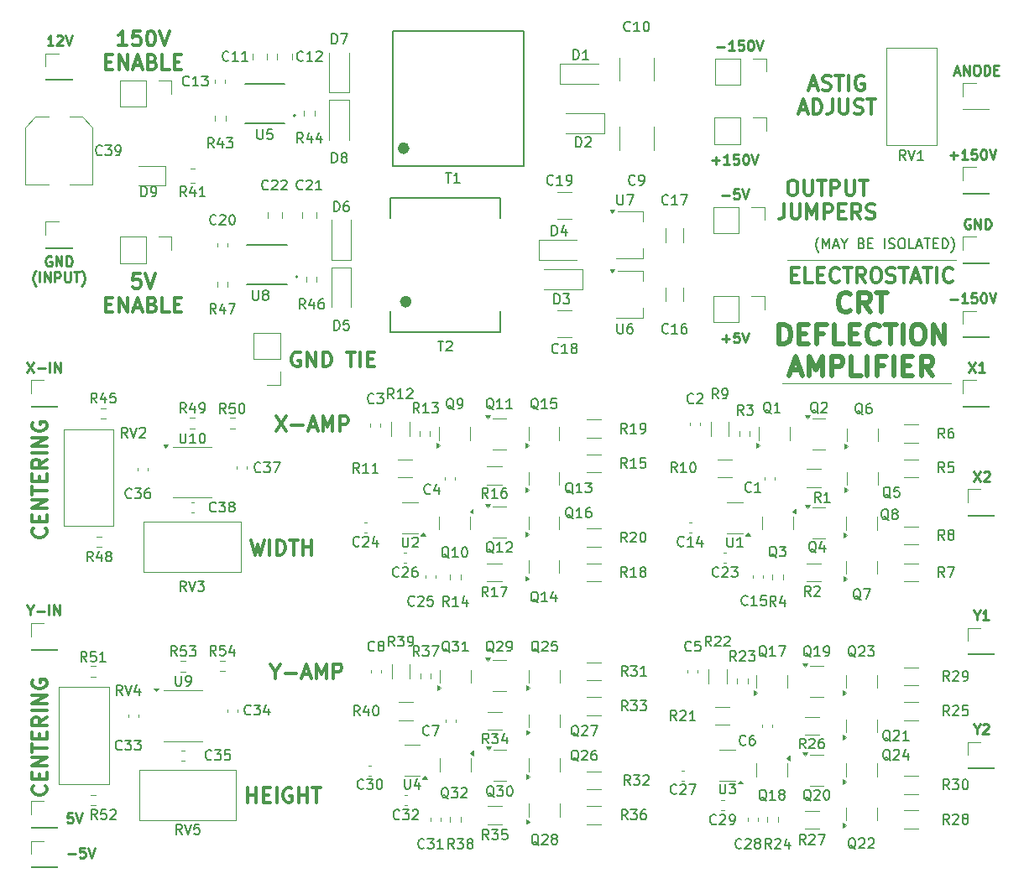
<source format=gbr>
%TF.GenerationSoftware,KiCad,Pcbnew,8.0.8*%
%TF.CreationDate,2025-02-22T00:09:07-08:00*%
%TF.ProjectId,deflection_board,6465666c-6563-4746-996f-6e5f626f6172,rev?*%
%TF.SameCoordinates,Original*%
%TF.FileFunction,Legend,Top*%
%TF.FilePolarity,Positive*%
%FSLAX46Y46*%
G04 Gerber Fmt 4.6, Leading zero omitted, Abs format (unit mm)*
G04 Created by KiCad (PCBNEW 8.0.8) date 2025-02-22 00:09:07*
%MOMM*%
%LPD*%
G01*
G04 APERTURE LIST*
%ADD10C,0.100000*%
%ADD11C,0.250000*%
%ADD12C,0.300000*%
%ADD13C,0.200000*%
%ADD14C,0.500000*%
%ADD15C,0.150000*%
%ADD16C,0.120000*%
%ADD17C,0.600000*%
%ADD18C,0.127000*%
G04 APERTURE END LIST*
D10*
X215500000Y-71500000D02*
X198500000Y-71500000D01*
X215000000Y-84000000D02*
X198000000Y-84000000D01*
D11*
X216926377Y-67412238D02*
X216831139Y-67364619D01*
X216831139Y-67364619D02*
X216688282Y-67364619D01*
X216688282Y-67364619D02*
X216545425Y-67412238D01*
X216545425Y-67412238D02*
X216450187Y-67507476D01*
X216450187Y-67507476D02*
X216402568Y-67602714D01*
X216402568Y-67602714D02*
X216354949Y-67793190D01*
X216354949Y-67793190D02*
X216354949Y-67936047D01*
X216354949Y-67936047D02*
X216402568Y-68126523D01*
X216402568Y-68126523D02*
X216450187Y-68221761D01*
X216450187Y-68221761D02*
X216545425Y-68317000D01*
X216545425Y-68317000D02*
X216688282Y-68364619D01*
X216688282Y-68364619D02*
X216783520Y-68364619D01*
X216783520Y-68364619D02*
X216926377Y-68317000D01*
X216926377Y-68317000D02*
X216973996Y-68269380D01*
X216973996Y-68269380D02*
X216973996Y-67936047D01*
X216973996Y-67936047D02*
X216783520Y-67936047D01*
X217402568Y-68364619D02*
X217402568Y-67364619D01*
X217402568Y-67364619D02*
X217973996Y-68364619D01*
X217973996Y-68364619D02*
X217973996Y-67364619D01*
X218450187Y-68364619D02*
X218450187Y-67364619D01*
X218450187Y-67364619D02*
X218688282Y-67364619D01*
X218688282Y-67364619D02*
X218831139Y-67412238D01*
X218831139Y-67412238D02*
X218926377Y-67507476D01*
X218926377Y-67507476D02*
X218973996Y-67602714D01*
X218973996Y-67602714D02*
X219021615Y-67793190D01*
X219021615Y-67793190D02*
X219021615Y-67936047D01*
X219021615Y-67936047D02*
X218973996Y-68126523D01*
X218973996Y-68126523D02*
X218926377Y-68221761D01*
X218926377Y-68221761D02*
X218831139Y-68317000D01*
X218831139Y-68317000D02*
X218688282Y-68364619D01*
X218688282Y-68364619D02*
X218450187Y-68364619D01*
D12*
X133214286Y-72885912D02*
X132500000Y-72885912D01*
X132500000Y-72885912D02*
X132428572Y-73600198D01*
X132428572Y-73600198D02*
X132500000Y-73528769D01*
X132500000Y-73528769D02*
X132642858Y-73457341D01*
X132642858Y-73457341D02*
X133000000Y-73457341D01*
X133000000Y-73457341D02*
X133142858Y-73528769D01*
X133142858Y-73528769D02*
X133214286Y-73600198D01*
X133214286Y-73600198D02*
X133285715Y-73743055D01*
X133285715Y-73743055D02*
X133285715Y-74100198D01*
X133285715Y-74100198D02*
X133214286Y-74243055D01*
X133214286Y-74243055D02*
X133142858Y-74314484D01*
X133142858Y-74314484D02*
X133000000Y-74385912D01*
X133000000Y-74385912D02*
X132642858Y-74385912D01*
X132642858Y-74385912D02*
X132500000Y-74314484D01*
X132500000Y-74314484D02*
X132428572Y-74243055D01*
X133714286Y-72885912D02*
X134214286Y-74385912D01*
X134214286Y-74385912D02*
X134714286Y-72885912D01*
X129714285Y-76015114D02*
X130214285Y-76015114D01*
X130428571Y-76800828D02*
X129714285Y-76800828D01*
X129714285Y-76800828D02*
X129714285Y-75300828D01*
X129714285Y-75300828D02*
X130428571Y-75300828D01*
X131071428Y-76800828D02*
X131071428Y-75300828D01*
X131071428Y-75300828D02*
X131928571Y-76800828D01*
X131928571Y-76800828D02*
X131928571Y-75300828D01*
X132571429Y-76372257D02*
X133285715Y-76372257D01*
X132428572Y-76800828D02*
X132928572Y-75300828D01*
X132928572Y-75300828D02*
X133428572Y-76800828D01*
X134428571Y-76015114D02*
X134642857Y-76086542D01*
X134642857Y-76086542D02*
X134714286Y-76157971D01*
X134714286Y-76157971D02*
X134785714Y-76300828D01*
X134785714Y-76300828D02*
X134785714Y-76515114D01*
X134785714Y-76515114D02*
X134714286Y-76657971D01*
X134714286Y-76657971D02*
X134642857Y-76729400D01*
X134642857Y-76729400D02*
X134500000Y-76800828D01*
X134500000Y-76800828D02*
X133928571Y-76800828D01*
X133928571Y-76800828D02*
X133928571Y-75300828D01*
X133928571Y-75300828D02*
X134428571Y-75300828D01*
X134428571Y-75300828D02*
X134571429Y-75372257D01*
X134571429Y-75372257D02*
X134642857Y-75443685D01*
X134642857Y-75443685D02*
X134714286Y-75586542D01*
X134714286Y-75586542D02*
X134714286Y-75729400D01*
X134714286Y-75729400D02*
X134642857Y-75872257D01*
X134642857Y-75872257D02*
X134571429Y-75943685D01*
X134571429Y-75943685D02*
X134428571Y-76015114D01*
X134428571Y-76015114D02*
X133928571Y-76015114D01*
X136142857Y-76800828D02*
X135428571Y-76800828D01*
X135428571Y-76800828D02*
X135428571Y-75300828D01*
X136642857Y-76015114D02*
X137142857Y-76015114D01*
X137357143Y-76800828D02*
X136642857Y-76800828D01*
X136642857Y-76800828D02*
X136642857Y-75300828D01*
X136642857Y-75300828D02*
X137357143Y-75300828D01*
D11*
X124238095Y-71192266D02*
X124142857Y-71144647D01*
X124142857Y-71144647D02*
X124000000Y-71144647D01*
X124000000Y-71144647D02*
X123857143Y-71192266D01*
X123857143Y-71192266D02*
X123761905Y-71287504D01*
X123761905Y-71287504D02*
X123714286Y-71382742D01*
X123714286Y-71382742D02*
X123666667Y-71573218D01*
X123666667Y-71573218D02*
X123666667Y-71716075D01*
X123666667Y-71716075D02*
X123714286Y-71906551D01*
X123714286Y-71906551D02*
X123761905Y-72001789D01*
X123761905Y-72001789D02*
X123857143Y-72097028D01*
X123857143Y-72097028D02*
X124000000Y-72144647D01*
X124000000Y-72144647D02*
X124095238Y-72144647D01*
X124095238Y-72144647D02*
X124238095Y-72097028D01*
X124238095Y-72097028D02*
X124285714Y-72049408D01*
X124285714Y-72049408D02*
X124285714Y-71716075D01*
X124285714Y-71716075D02*
X124095238Y-71716075D01*
X124714286Y-72144647D02*
X124714286Y-71144647D01*
X124714286Y-71144647D02*
X125285714Y-72144647D01*
X125285714Y-72144647D02*
X125285714Y-71144647D01*
X125761905Y-72144647D02*
X125761905Y-71144647D01*
X125761905Y-71144647D02*
X126000000Y-71144647D01*
X126000000Y-71144647D02*
X126142857Y-71192266D01*
X126142857Y-71192266D02*
X126238095Y-71287504D01*
X126238095Y-71287504D02*
X126285714Y-71382742D01*
X126285714Y-71382742D02*
X126333333Y-71573218D01*
X126333333Y-71573218D02*
X126333333Y-71716075D01*
X126333333Y-71716075D02*
X126285714Y-71906551D01*
X126285714Y-71906551D02*
X126238095Y-72001789D01*
X126238095Y-72001789D02*
X126142857Y-72097028D01*
X126142857Y-72097028D02*
X126000000Y-72144647D01*
X126000000Y-72144647D02*
X125761905Y-72144647D01*
X122690476Y-74135543D02*
X122642857Y-74087924D01*
X122642857Y-74087924D02*
X122547619Y-73945067D01*
X122547619Y-73945067D02*
X122500000Y-73849829D01*
X122500000Y-73849829D02*
X122452381Y-73706972D01*
X122452381Y-73706972D02*
X122404762Y-73468876D01*
X122404762Y-73468876D02*
X122404762Y-73278400D01*
X122404762Y-73278400D02*
X122452381Y-73040305D01*
X122452381Y-73040305D02*
X122500000Y-72897448D01*
X122500000Y-72897448D02*
X122547619Y-72802210D01*
X122547619Y-72802210D02*
X122642857Y-72659352D01*
X122642857Y-72659352D02*
X122690476Y-72611733D01*
X123071429Y-73754591D02*
X123071429Y-72754591D01*
X123547619Y-73754591D02*
X123547619Y-72754591D01*
X123547619Y-72754591D02*
X124119047Y-73754591D01*
X124119047Y-73754591D02*
X124119047Y-72754591D01*
X124595238Y-73754591D02*
X124595238Y-72754591D01*
X124595238Y-72754591D02*
X124976190Y-72754591D01*
X124976190Y-72754591D02*
X125071428Y-72802210D01*
X125071428Y-72802210D02*
X125119047Y-72849829D01*
X125119047Y-72849829D02*
X125166666Y-72945067D01*
X125166666Y-72945067D02*
X125166666Y-73087924D01*
X125166666Y-73087924D02*
X125119047Y-73183162D01*
X125119047Y-73183162D02*
X125071428Y-73230781D01*
X125071428Y-73230781D02*
X124976190Y-73278400D01*
X124976190Y-73278400D02*
X124595238Y-73278400D01*
X125595238Y-72754591D02*
X125595238Y-73564114D01*
X125595238Y-73564114D02*
X125642857Y-73659352D01*
X125642857Y-73659352D02*
X125690476Y-73706972D01*
X125690476Y-73706972D02*
X125785714Y-73754591D01*
X125785714Y-73754591D02*
X125976190Y-73754591D01*
X125976190Y-73754591D02*
X126071428Y-73706972D01*
X126071428Y-73706972D02*
X126119047Y-73659352D01*
X126119047Y-73659352D02*
X126166666Y-73564114D01*
X126166666Y-73564114D02*
X126166666Y-72754591D01*
X126500000Y-72754591D02*
X127071428Y-72754591D01*
X126785714Y-73754591D02*
X126785714Y-72754591D01*
X127309524Y-74135543D02*
X127357143Y-74087924D01*
X127357143Y-74087924D02*
X127452381Y-73945067D01*
X127452381Y-73945067D02*
X127500000Y-73849829D01*
X127500000Y-73849829D02*
X127547619Y-73706972D01*
X127547619Y-73706972D02*
X127595238Y-73468876D01*
X127595238Y-73468876D02*
X127595238Y-73278400D01*
X127595238Y-73278400D02*
X127547619Y-73040305D01*
X127547619Y-73040305D02*
X127500000Y-72897448D01*
X127500000Y-72897448D02*
X127452381Y-72802210D01*
X127452381Y-72802210D02*
X127357143Y-72659352D01*
X127357143Y-72659352D02*
X127309524Y-72611733D01*
X125902568Y-131483666D02*
X126664473Y-131483666D01*
X127616853Y-130864619D02*
X127140663Y-130864619D01*
X127140663Y-130864619D02*
X127093044Y-131340809D01*
X127093044Y-131340809D02*
X127140663Y-131293190D01*
X127140663Y-131293190D02*
X127235901Y-131245571D01*
X127235901Y-131245571D02*
X127473996Y-131245571D01*
X127473996Y-131245571D02*
X127569234Y-131293190D01*
X127569234Y-131293190D02*
X127616853Y-131340809D01*
X127616853Y-131340809D02*
X127664472Y-131436047D01*
X127664472Y-131436047D02*
X127664472Y-131674142D01*
X127664472Y-131674142D02*
X127616853Y-131769380D01*
X127616853Y-131769380D02*
X127569234Y-131817000D01*
X127569234Y-131817000D02*
X127473996Y-131864619D01*
X127473996Y-131864619D02*
X127235901Y-131864619D01*
X127235901Y-131864619D02*
X127140663Y-131817000D01*
X127140663Y-131817000D02*
X127093044Y-131769380D01*
X127950187Y-130864619D02*
X128283520Y-131864619D01*
X128283520Y-131864619D02*
X128616853Y-130864619D01*
D12*
X200750000Y-53957341D02*
X201464286Y-53957341D01*
X200607143Y-54385912D02*
X201107143Y-52885912D01*
X201107143Y-52885912D02*
X201607143Y-54385912D01*
X202035714Y-54314484D02*
X202250000Y-54385912D01*
X202250000Y-54385912D02*
X202607142Y-54385912D01*
X202607142Y-54385912D02*
X202750000Y-54314484D01*
X202750000Y-54314484D02*
X202821428Y-54243055D01*
X202821428Y-54243055D02*
X202892857Y-54100198D01*
X202892857Y-54100198D02*
X202892857Y-53957341D01*
X202892857Y-53957341D02*
X202821428Y-53814484D01*
X202821428Y-53814484D02*
X202750000Y-53743055D01*
X202750000Y-53743055D02*
X202607142Y-53671626D01*
X202607142Y-53671626D02*
X202321428Y-53600198D01*
X202321428Y-53600198D02*
X202178571Y-53528769D01*
X202178571Y-53528769D02*
X202107142Y-53457341D01*
X202107142Y-53457341D02*
X202035714Y-53314484D01*
X202035714Y-53314484D02*
X202035714Y-53171626D01*
X202035714Y-53171626D02*
X202107142Y-53028769D01*
X202107142Y-53028769D02*
X202178571Y-52957341D01*
X202178571Y-52957341D02*
X202321428Y-52885912D01*
X202321428Y-52885912D02*
X202678571Y-52885912D01*
X202678571Y-52885912D02*
X202892857Y-52957341D01*
X203321428Y-52885912D02*
X204178571Y-52885912D01*
X203749999Y-54385912D02*
X203749999Y-52885912D01*
X204678570Y-54385912D02*
X204678570Y-52885912D01*
X206178571Y-52957341D02*
X206035714Y-52885912D01*
X206035714Y-52885912D02*
X205821428Y-52885912D01*
X205821428Y-52885912D02*
X205607142Y-52957341D01*
X205607142Y-52957341D02*
X205464285Y-53100198D01*
X205464285Y-53100198D02*
X205392856Y-53243055D01*
X205392856Y-53243055D02*
X205321428Y-53528769D01*
X205321428Y-53528769D02*
X205321428Y-53743055D01*
X205321428Y-53743055D02*
X205392856Y-54028769D01*
X205392856Y-54028769D02*
X205464285Y-54171626D01*
X205464285Y-54171626D02*
X205607142Y-54314484D01*
X205607142Y-54314484D02*
X205821428Y-54385912D01*
X205821428Y-54385912D02*
X205964285Y-54385912D01*
X205964285Y-54385912D02*
X206178571Y-54314484D01*
X206178571Y-54314484D02*
X206249999Y-54243055D01*
X206249999Y-54243055D02*
X206249999Y-53743055D01*
X206249999Y-53743055D02*
X205964285Y-53743055D01*
X199750000Y-56372257D02*
X200464286Y-56372257D01*
X199607143Y-56800828D02*
X200107143Y-55300828D01*
X200107143Y-55300828D02*
X200607143Y-56800828D01*
X201107142Y-56800828D02*
X201107142Y-55300828D01*
X201107142Y-55300828D02*
X201464285Y-55300828D01*
X201464285Y-55300828D02*
X201678571Y-55372257D01*
X201678571Y-55372257D02*
X201821428Y-55515114D01*
X201821428Y-55515114D02*
X201892857Y-55657971D01*
X201892857Y-55657971D02*
X201964285Y-55943685D01*
X201964285Y-55943685D02*
X201964285Y-56157971D01*
X201964285Y-56157971D02*
X201892857Y-56443685D01*
X201892857Y-56443685D02*
X201821428Y-56586542D01*
X201821428Y-56586542D02*
X201678571Y-56729400D01*
X201678571Y-56729400D02*
X201464285Y-56800828D01*
X201464285Y-56800828D02*
X201107142Y-56800828D01*
X203035714Y-55300828D02*
X203035714Y-56372257D01*
X203035714Y-56372257D02*
X202964285Y-56586542D01*
X202964285Y-56586542D02*
X202821428Y-56729400D01*
X202821428Y-56729400D02*
X202607142Y-56800828D01*
X202607142Y-56800828D02*
X202464285Y-56800828D01*
X203749999Y-55300828D02*
X203749999Y-56515114D01*
X203749999Y-56515114D02*
X203821428Y-56657971D01*
X203821428Y-56657971D02*
X203892857Y-56729400D01*
X203892857Y-56729400D02*
X204035714Y-56800828D01*
X204035714Y-56800828D02*
X204321428Y-56800828D01*
X204321428Y-56800828D02*
X204464285Y-56729400D01*
X204464285Y-56729400D02*
X204535714Y-56657971D01*
X204535714Y-56657971D02*
X204607142Y-56515114D01*
X204607142Y-56515114D02*
X204607142Y-55300828D01*
X205250000Y-56729400D02*
X205464286Y-56800828D01*
X205464286Y-56800828D02*
X205821428Y-56800828D01*
X205821428Y-56800828D02*
X205964286Y-56729400D01*
X205964286Y-56729400D02*
X206035714Y-56657971D01*
X206035714Y-56657971D02*
X206107143Y-56515114D01*
X206107143Y-56515114D02*
X206107143Y-56372257D01*
X206107143Y-56372257D02*
X206035714Y-56229400D01*
X206035714Y-56229400D02*
X205964286Y-56157971D01*
X205964286Y-56157971D02*
X205821428Y-56086542D01*
X205821428Y-56086542D02*
X205535714Y-56015114D01*
X205535714Y-56015114D02*
X205392857Y-55943685D01*
X205392857Y-55943685D02*
X205321428Y-55872257D01*
X205321428Y-55872257D02*
X205250000Y-55729400D01*
X205250000Y-55729400D02*
X205250000Y-55586542D01*
X205250000Y-55586542D02*
X205321428Y-55443685D01*
X205321428Y-55443685D02*
X205392857Y-55372257D01*
X205392857Y-55372257D02*
X205535714Y-55300828D01*
X205535714Y-55300828D02*
X205892857Y-55300828D01*
X205892857Y-55300828D02*
X206107143Y-55372257D01*
X206535714Y-55300828D02*
X207392857Y-55300828D01*
X206964285Y-56800828D02*
X206964285Y-55300828D01*
D11*
X121807330Y-81864619D02*
X122473996Y-82864619D01*
X122473996Y-81864619D02*
X121807330Y-82864619D01*
X122854949Y-82483666D02*
X123616854Y-82483666D01*
X124093044Y-82864619D02*
X124093044Y-81864619D01*
X124569234Y-82864619D02*
X124569234Y-81864619D01*
X124569234Y-81864619D02*
X125140662Y-82864619D01*
X125140662Y-82864619D02*
X125140662Y-81864619D01*
X214902568Y-60983666D02*
X215664473Y-60983666D01*
X215283520Y-61364619D02*
X215283520Y-60602714D01*
X216664472Y-61364619D02*
X216093044Y-61364619D01*
X216378758Y-61364619D02*
X216378758Y-60364619D01*
X216378758Y-60364619D02*
X216283520Y-60507476D01*
X216283520Y-60507476D02*
X216188282Y-60602714D01*
X216188282Y-60602714D02*
X216093044Y-60650333D01*
X217569234Y-60364619D02*
X217093044Y-60364619D01*
X217093044Y-60364619D02*
X217045425Y-60840809D01*
X217045425Y-60840809D02*
X217093044Y-60793190D01*
X217093044Y-60793190D02*
X217188282Y-60745571D01*
X217188282Y-60745571D02*
X217426377Y-60745571D01*
X217426377Y-60745571D02*
X217521615Y-60793190D01*
X217521615Y-60793190D02*
X217569234Y-60840809D01*
X217569234Y-60840809D02*
X217616853Y-60936047D01*
X217616853Y-60936047D02*
X217616853Y-61174142D01*
X217616853Y-61174142D02*
X217569234Y-61269380D01*
X217569234Y-61269380D02*
X217521615Y-61317000D01*
X217521615Y-61317000D02*
X217426377Y-61364619D01*
X217426377Y-61364619D02*
X217188282Y-61364619D01*
X217188282Y-61364619D02*
X217093044Y-61317000D01*
X217093044Y-61317000D02*
X217045425Y-61269380D01*
X218235901Y-60364619D02*
X218331139Y-60364619D01*
X218331139Y-60364619D02*
X218426377Y-60412238D01*
X218426377Y-60412238D02*
X218473996Y-60459857D01*
X218473996Y-60459857D02*
X218521615Y-60555095D01*
X218521615Y-60555095D02*
X218569234Y-60745571D01*
X218569234Y-60745571D02*
X218569234Y-60983666D01*
X218569234Y-60983666D02*
X218521615Y-61174142D01*
X218521615Y-61174142D02*
X218473996Y-61269380D01*
X218473996Y-61269380D02*
X218426377Y-61317000D01*
X218426377Y-61317000D02*
X218331139Y-61364619D01*
X218331139Y-61364619D02*
X218235901Y-61364619D01*
X218235901Y-61364619D02*
X218140663Y-61317000D01*
X218140663Y-61317000D02*
X218093044Y-61269380D01*
X218093044Y-61269380D02*
X218045425Y-61174142D01*
X218045425Y-61174142D02*
X217997806Y-60983666D01*
X217997806Y-60983666D02*
X217997806Y-60745571D01*
X217997806Y-60745571D02*
X218045425Y-60555095D01*
X218045425Y-60555095D02*
X218093044Y-60459857D01*
X218093044Y-60459857D02*
X218140663Y-60412238D01*
X218140663Y-60412238D02*
X218235901Y-60364619D01*
X218854949Y-60364619D02*
X219188282Y-61364619D01*
X219188282Y-61364619D02*
X219521615Y-60364619D01*
X191902568Y-79483666D02*
X192664473Y-79483666D01*
X192283520Y-79864619D02*
X192283520Y-79102714D01*
X193616853Y-78864619D02*
X193140663Y-78864619D01*
X193140663Y-78864619D02*
X193093044Y-79340809D01*
X193093044Y-79340809D02*
X193140663Y-79293190D01*
X193140663Y-79293190D02*
X193235901Y-79245571D01*
X193235901Y-79245571D02*
X193473996Y-79245571D01*
X193473996Y-79245571D02*
X193569234Y-79293190D01*
X193569234Y-79293190D02*
X193616853Y-79340809D01*
X193616853Y-79340809D02*
X193664472Y-79436047D01*
X193664472Y-79436047D02*
X193664472Y-79674142D01*
X193664472Y-79674142D02*
X193616853Y-79769380D01*
X193616853Y-79769380D02*
X193569234Y-79817000D01*
X193569234Y-79817000D02*
X193473996Y-79864619D01*
X193473996Y-79864619D02*
X193235901Y-79864619D01*
X193235901Y-79864619D02*
X193140663Y-79817000D01*
X193140663Y-79817000D02*
X193093044Y-79769380D01*
X193950187Y-78864619D02*
X194283520Y-79864619D01*
X194283520Y-79864619D02*
X194616853Y-78864619D01*
X215354949Y-52578904D02*
X215831139Y-52578904D01*
X215259711Y-52864619D02*
X215593044Y-51864619D01*
X215593044Y-51864619D02*
X215926377Y-52864619D01*
X216259711Y-52864619D02*
X216259711Y-51864619D01*
X216259711Y-51864619D02*
X216831139Y-52864619D01*
X216831139Y-52864619D02*
X216831139Y-51864619D01*
X217497806Y-51864619D02*
X217688282Y-51864619D01*
X217688282Y-51864619D02*
X217783520Y-51912238D01*
X217783520Y-51912238D02*
X217878758Y-52007476D01*
X217878758Y-52007476D02*
X217926377Y-52197952D01*
X217926377Y-52197952D02*
X217926377Y-52531285D01*
X217926377Y-52531285D02*
X217878758Y-52721761D01*
X217878758Y-52721761D02*
X217783520Y-52817000D01*
X217783520Y-52817000D02*
X217688282Y-52864619D01*
X217688282Y-52864619D02*
X217497806Y-52864619D01*
X217497806Y-52864619D02*
X217402568Y-52817000D01*
X217402568Y-52817000D02*
X217307330Y-52721761D01*
X217307330Y-52721761D02*
X217259711Y-52531285D01*
X217259711Y-52531285D02*
X217259711Y-52197952D01*
X217259711Y-52197952D02*
X217307330Y-52007476D01*
X217307330Y-52007476D02*
X217402568Y-51912238D01*
X217402568Y-51912238D02*
X217497806Y-51864619D01*
X218354949Y-52864619D02*
X218354949Y-51864619D01*
X218354949Y-51864619D02*
X218593044Y-51864619D01*
X218593044Y-51864619D02*
X218735901Y-51912238D01*
X218735901Y-51912238D02*
X218831139Y-52007476D01*
X218831139Y-52007476D02*
X218878758Y-52102714D01*
X218878758Y-52102714D02*
X218926377Y-52293190D01*
X218926377Y-52293190D02*
X218926377Y-52436047D01*
X218926377Y-52436047D02*
X218878758Y-52626523D01*
X218878758Y-52626523D02*
X218831139Y-52721761D01*
X218831139Y-52721761D02*
X218735901Y-52817000D01*
X218735901Y-52817000D02*
X218593044Y-52864619D01*
X218593044Y-52864619D02*
X218354949Y-52864619D01*
X219354949Y-52340809D02*
X219688282Y-52340809D01*
X219831139Y-52864619D02*
X219354949Y-52864619D01*
X219354949Y-52864619D02*
X219354949Y-51864619D01*
X219354949Y-51864619D02*
X219831139Y-51864619D01*
X190902568Y-61483666D02*
X191664473Y-61483666D01*
X191283520Y-61864619D02*
X191283520Y-61102714D01*
X192664472Y-61864619D02*
X192093044Y-61864619D01*
X192378758Y-61864619D02*
X192378758Y-60864619D01*
X192378758Y-60864619D02*
X192283520Y-61007476D01*
X192283520Y-61007476D02*
X192188282Y-61102714D01*
X192188282Y-61102714D02*
X192093044Y-61150333D01*
X193569234Y-60864619D02*
X193093044Y-60864619D01*
X193093044Y-60864619D02*
X193045425Y-61340809D01*
X193045425Y-61340809D02*
X193093044Y-61293190D01*
X193093044Y-61293190D02*
X193188282Y-61245571D01*
X193188282Y-61245571D02*
X193426377Y-61245571D01*
X193426377Y-61245571D02*
X193521615Y-61293190D01*
X193521615Y-61293190D02*
X193569234Y-61340809D01*
X193569234Y-61340809D02*
X193616853Y-61436047D01*
X193616853Y-61436047D02*
X193616853Y-61674142D01*
X193616853Y-61674142D02*
X193569234Y-61769380D01*
X193569234Y-61769380D02*
X193521615Y-61817000D01*
X193521615Y-61817000D02*
X193426377Y-61864619D01*
X193426377Y-61864619D02*
X193188282Y-61864619D01*
X193188282Y-61864619D02*
X193093044Y-61817000D01*
X193093044Y-61817000D02*
X193045425Y-61769380D01*
X194235901Y-60864619D02*
X194331139Y-60864619D01*
X194331139Y-60864619D02*
X194426377Y-60912238D01*
X194426377Y-60912238D02*
X194473996Y-60959857D01*
X194473996Y-60959857D02*
X194521615Y-61055095D01*
X194521615Y-61055095D02*
X194569234Y-61245571D01*
X194569234Y-61245571D02*
X194569234Y-61483666D01*
X194569234Y-61483666D02*
X194521615Y-61674142D01*
X194521615Y-61674142D02*
X194473996Y-61769380D01*
X194473996Y-61769380D02*
X194426377Y-61817000D01*
X194426377Y-61817000D02*
X194331139Y-61864619D01*
X194331139Y-61864619D02*
X194235901Y-61864619D01*
X194235901Y-61864619D02*
X194140663Y-61817000D01*
X194140663Y-61817000D02*
X194093044Y-61769380D01*
X194093044Y-61769380D02*
X194045425Y-61674142D01*
X194045425Y-61674142D02*
X193997806Y-61483666D01*
X193997806Y-61483666D02*
X193997806Y-61245571D01*
X193997806Y-61245571D02*
X194045425Y-61055095D01*
X194045425Y-61055095D02*
X194093044Y-60959857D01*
X194093044Y-60959857D02*
X194140663Y-60912238D01*
X194140663Y-60912238D02*
X194235901Y-60864619D01*
X194854949Y-60864619D02*
X195188282Y-61864619D01*
X195188282Y-61864619D02*
X195521615Y-60864619D01*
D12*
X123657971Y-124588346D02*
X123729400Y-124659774D01*
X123729400Y-124659774D02*
X123800828Y-124874060D01*
X123800828Y-124874060D02*
X123800828Y-125016917D01*
X123800828Y-125016917D02*
X123729400Y-125231203D01*
X123729400Y-125231203D02*
X123586542Y-125374060D01*
X123586542Y-125374060D02*
X123443685Y-125445489D01*
X123443685Y-125445489D02*
X123157971Y-125516917D01*
X123157971Y-125516917D02*
X122943685Y-125516917D01*
X122943685Y-125516917D02*
X122657971Y-125445489D01*
X122657971Y-125445489D02*
X122515114Y-125374060D01*
X122515114Y-125374060D02*
X122372257Y-125231203D01*
X122372257Y-125231203D02*
X122300828Y-125016917D01*
X122300828Y-125016917D02*
X122300828Y-124874060D01*
X122300828Y-124874060D02*
X122372257Y-124659774D01*
X122372257Y-124659774D02*
X122443685Y-124588346D01*
X123015114Y-123945489D02*
X123015114Y-123445489D01*
X123800828Y-123231203D02*
X123800828Y-123945489D01*
X123800828Y-123945489D02*
X122300828Y-123945489D01*
X122300828Y-123945489D02*
X122300828Y-123231203D01*
X123800828Y-122588346D02*
X122300828Y-122588346D01*
X122300828Y-122588346D02*
X123800828Y-121731203D01*
X123800828Y-121731203D02*
X122300828Y-121731203D01*
X122300828Y-121231202D02*
X122300828Y-120374060D01*
X123800828Y-120802631D02*
X122300828Y-120802631D01*
X123015114Y-119874060D02*
X123015114Y-119374060D01*
X123800828Y-119159774D02*
X123800828Y-119874060D01*
X123800828Y-119874060D02*
X122300828Y-119874060D01*
X122300828Y-119874060D02*
X122300828Y-119159774D01*
X123800828Y-117659774D02*
X123086542Y-118159774D01*
X123800828Y-118516917D02*
X122300828Y-118516917D01*
X122300828Y-118516917D02*
X122300828Y-117945488D01*
X122300828Y-117945488D02*
X122372257Y-117802631D01*
X122372257Y-117802631D02*
X122443685Y-117731202D01*
X122443685Y-117731202D02*
X122586542Y-117659774D01*
X122586542Y-117659774D02*
X122800828Y-117659774D01*
X122800828Y-117659774D02*
X122943685Y-117731202D01*
X122943685Y-117731202D02*
X123015114Y-117802631D01*
X123015114Y-117802631D02*
X123086542Y-117945488D01*
X123086542Y-117945488D02*
X123086542Y-118516917D01*
X123800828Y-117016917D02*
X122300828Y-117016917D01*
X123800828Y-116302631D02*
X122300828Y-116302631D01*
X122300828Y-116302631D02*
X123800828Y-115445488D01*
X123800828Y-115445488D02*
X122300828Y-115445488D01*
X122372257Y-113945487D02*
X122300828Y-114088345D01*
X122300828Y-114088345D02*
X122300828Y-114302630D01*
X122300828Y-114302630D02*
X122372257Y-114516916D01*
X122372257Y-114516916D02*
X122515114Y-114659773D01*
X122515114Y-114659773D02*
X122657971Y-114731202D01*
X122657971Y-114731202D02*
X122943685Y-114802630D01*
X122943685Y-114802630D02*
X123157971Y-114802630D01*
X123157971Y-114802630D02*
X123443685Y-114731202D01*
X123443685Y-114731202D02*
X123586542Y-114659773D01*
X123586542Y-114659773D02*
X123729400Y-114516916D01*
X123729400Y-114516916D02*
X123800828Y-114302630D01*
X123800828Y-114302630D02*
X123800828Y-114159773D01*
X123800828Y-114159773D02*
X123729400Y-113945487D01*
X123729400Y-113945487D02*
X123657971Y-113874059D01*
X123657971Y-113874059D02*
X123157971Y-113874059D01*
X123157971Y-113874059D02*
X123157971Y-114159773D01*
D11*
X191402568Y-49983666D02*
X192164473Y-49983666D01*
X193164472Y-50364619D02*
X192593044Y-50364619D01*
X192878758Y-50364619D02*
X192878758Y-49364619D01*
X192878758Y-49364619D02*
X192783520Y-49507476D01*
X192783520Y-49507476D02*
X192688282Y-49602714D01*
X192688282Y-49602714D02*
X192593044Y-49650333D01*
X194069234Y-49364619D02*
X193593044Y-49364619D01*
X193593044Y-49364619D02*
X193545425Y-49840809D01*
X193545425Y-49840809D02*
X193593044Y-49793190D01*
X193593044Y-49793190D02*
X193688282Y-49745571D01*
X193688282Y-49745571D02*
X193926377Y-49745571D01*
X193926377Y-49745571D02*
X194021615Y-49793190D01*
X194021615Y-49793190D02*
X194069234Y-49840809D01*
X194069234Y-49840809D02*
X194116853Y-49936047D01*
X194116853Y-49936047D02*
X194116853Y-50174142D01*
X194116853Y-50174142D02*
X194069234Y-50269380D01*
X194069234Y-50269380D02*
X194021615Y-50317000D01*
X194021615Y-50317000D02*
X193926377Y-50364619D01*
X193926377Y-50364619D02*
X193688282Y-50364619D01*
X193688282Y-50364619D02*
X193593044Y-50317000D01*
X193593044Y-50317000D02*
X193545425Y-50269380D01*
X194735901Y-49364619D02*
X194831139Y-49364619D01*
X194831139Y-49364619D02*
X194926377Y-49412238D01*
X194926377Y-49412238D02*
X194973996Y-49459857D01*
X194973996Y-49459857D02*
X195021615Y-49555095D01*
X195021615Y-49555095D02*
X195069234Y-49745571D01*
X195069234Y-49745571D02*
X195069234Y-49983666D01*
X195069234Y-49983666D02*
X195021615Y-50174142D01*
X195021615Y-50174142D02*
X194973996Y-50269380D01*
X194973996Y-50269380D02*
X194926377Y-50317000D01*
X194926377Y-50317000D02*
X194831139Y-50364619D01*
X194831139Y-50364619D02*
X194735901Y-50364619D01*
X194735901Y-50364619D02*
X194640663Y-50317000D01*
X194640663Y-50317000D02*
X194593044Y-50269380D01*
X194593044Y-50269380D02*
X194545425Y-50174142D01*
X194545425Y-50174142D02*
X194497806Y-49983666D01*
X194497806Y-49983666D02*
X194497806Y-49745571D01*
X194497806Y-49745571D02*
X194545425Y-49555095D01*
X194545425Y-49555095D02*
X194593044Y-49459857D01*
X194593044Y-49459857D02*
X194640663Y-49412238D01*
X194640663Y-49412238D02*
X194735901Y-49364619D01*
X195354949Y-49364619D02*
X195688282Y-50364619D01*
X195688282Y-50364619D02*
X196021615Y-49364619D01*
X126378758Y-127364619D02*
X125902568Y-127364619D01*
X125902568Y-127364619D02*
X125854949Y-127840809D01*
X125854949Y-127840809D02*
X125902568Y-127793190D01*
X125902568Y-127793190D02*
X125997806Y-127745571D01*
X125997806Y-127745571D02*
X126235901Y-127745571D01*
X126235901Y-127745571D02*
X126331139Y-127793190D01*
X126331139Y-127793190D02*
X126378758Y-127840809D01*
X126378758Y-127840809D02*
X126426377Y-127936047D01*
X126426377Y-127936047D02*
X126426377Y-128174142D01*
X126426377Y-128174142D02*
X126378758Y-128269380D01*
X126378758Y-128269380D02*
X126331139Y-128317000D01*
X126331139Y-128317000D02*
X126235901Y-128364619D01*
X126235901Y-128364619D02*
X125997806Y-128364619D01*
X125997806Y-128364619D02*
X125902568Y-128317000D01*
X125902568Y-128317000D02*
X125854949Y-128269380D01*
X126712092Y-127364619D02*
X127045425Y-128364619D01*
X127045425Y-128364619D02*
X127378758Y-127364619D01*
D12*
X146840225Y-113086542D02*
X146840225Y-113800828D01*
X146340225Y-112300828D02*
X146840225Y-113086542D01*
X146840225Y-113086542D02*
X147340225Y-112300828D01*
X147840224Y-113229400D02*
X148983082Y-113229400D01*
X149625939Y-113372257D02*
X150340225Y-113372257D01*
X149483082Y-113800828D02*
X149983082Y-112300828D01*
X149983082Y-112300828D02*
X150483082Y-113800828D01*
X150983081Y-113800828D02*
X150983081Y-112300828D01*
X150983081Y-112300828D02*
X151483081Y-113372257D01*
X151483081Y-113372257D02*
X151983081Y-112300828D01*
X151983081Y-112300828D02*
X151983081Y-113800828D01*
X152697367Y-113800828D02*
X152697367Y-112300828D01*
X152697367Y-112300828D02*
X153268796Y-112300828D01*
X153268796Y-112300828D02*
X153411653Y-112372257D01*
X153411653Y-112372257D02*
X153483082Y-112443685D01*
X153483082Y-112443685D02*
X153554510Y-112586542D01*
X153554510Y-112586542D02*
X153554510Y-112800828D01*
X153554510Y-112800828D02*
X153483082Y-112943685D01*
X153483082Y-112943685D02*
X153411653Y-113015114D01*
X153411653Y-113015114D02*
X153268796Y-113086542D01*
X153268796Y-113086542D02*
X152697367Y-113086542D01*
X131857144Y-49885912D02*
X131000001Y-49885912D01*
X131428572Y-49885912D02*
X131428572Y-48385912D01*
X131428572Y-48385912D02*
X131285715Y-48600198D01*
X131285715Y-48600198D02*
X131142858Y-48743055D01*
X131142858Y-48743055D02*
X131000001Y-48814484D01*
X133214286Y-48385912D02*
X132500000Y-48385912D01*
X132500000Y-48385912D02*
X132428572Y-49100198D01*
X132428572Y-49100198D02*
X132500000Y-49028769D01*
X132500000Y-49028769D02*
X132642858Y-48957341D01*
X132642858Y-48957341D02*
X133000000Y-48957341D01*
X133000000Y-48957341D02*
X133142858Y-49028769D01*
X133142858Y-49028769D02*
X133214286Y-49100198D01*
X133214286Y-49100198D02*
X133285715Y-49243055D01*
X133285715Y-49243055D02*
X133285715Y-49600198D01*
X133285715Y-49600198D02*
X133214286Y-49743055D01*
X133214286Y-49743055D02*
X133142858Y-49814484D01*
X133142858Y-49814484D02*
X133000000Y-49885912D01*
X133000000Y-49885912D02*
X132642858Y-49885912D01*
X132642858Y-49885912D02*
X132500000Y-49814484D01*
X132500000Y-49814484D02*
X132428572Y-49743055D01*
X134214286Y-48385912D02*
X134357143Y-48385912D01*
X134357143Y-48385912D02*
X134500000Y-48457341D01*
X134500000Y-48457341D02*
X134571429Y-48528769D01*
X134571429Y-48528769D02*
X134642857Y-48671626D01*
X134642857Y-48671626D02*
X134714286Y-48957341D01*
X134714286Y-48957341D02*
X134714286Y-49314484D01*
X134714286Y-49314484D02*
X134642857Y-49600198D01*
X134642857Y-49600198D02*
X134571429Y-49743055D01*
X134571429Y-49743055D02*
X134500000Y-49814484D01*
X134500000Y-49814484D02*
X134357143Y-49885912D01*
X134357143Y-49885912D02*
X134214286Y-49885912D01*
X134214286Y-49885912D02*
X134071429Y-49814484D01*
X134071429Y-49814484D02*
X134000000Y-49743055D01*
X134000000Y-49743055D02*
X133928571Y-49600198D01*
X133928571Y-49600198D02*
X133857143Y-49314484D01*
X133857143Y-49314484D02*
X133857143Y-48957341D01*
X133857143Y-48957341D02*
X133928571Y-48671626D01*
X133928571Y-48671626D02*
X134000000Y-48528769D01*
X134000000Y-48528769D02*
X134071429Y-48457341D01*
X134071429Y-48457341D02*
X134214286Y-48385912D01*
X135142857Y-48385912D02*
X135642857Y-49885912D01*
X135642857Y-49885912D02*
X136142857Y-48385912D01*
X129714285Y-51515114D02*
X130214285Y-51515114D01*
X130428571Y-52300828D02*
X129714285Y-52300828D01*
X129714285Y-52300828D02*
X129714285Y-50800828D01*
X129714285Y-50800828D02*
X130428571Y-50800828D01*
X131071428Y-52300828D02*
X131071428Y-50800828D01*
X131071428Y-50800828D02*
X131928571Y-52300828D01*
X131928571Y-52300828D02*
X131928571Y-50800828D01*
X132571429Y-51872257D02*
X133285715Y-51872257D01*
X132428572Y-52300828D02*
X132928572Y-50800828D01*
X132928572Y-50800828D02*
X133428572Y-52300828D01*
X134428571Y-51515114D02*
X134642857Y-51586542D01*
X134642857Y-51586542D02*
X134714286Y-51657971D01*
X134714286Y-51657971D02*
X134785714Y-51800828D01*
X134785714Y-51800828D02*
X134785714Y-52015114D01*
X134785714Y-52015114D02*
X134714286Y-52157971D01*
X134714286Y-52157971D02*
X134642857Y-52229400D01*
X134642857Y-52229400D02*
X134500000Y-52300828D01*
X134500000Y-52300828D02*
X133928571Y-52300828D01*
X133928571Y-52300828D02*
X133928571Y-50800828D01*
X133928571Y-50800828D02*
X134428571Y-50800828D01*
X134428571Y-50800828D02*
X134571429Y-50872257D01*
X134571429Y-50872257D02*
X134642857Y-50943685D01*
X134642857Y-50943685D02*
X134714286Y-51086542D01*
X134714286Y-51086542D02*
X134714286Y-51229400D01*
X134714286Y-51229400D02*
X134642857Y-51372257D01*
X134642857Y-51372257D02*
X134571429Y-51443685D01*
X134571429Y-51443685D02*
X134428571Y-51515114D01*
X134428571Y-51515114D02*
X133928571Y-51515114D01*
X136142857Y-52300828D02*
X135428571Y-52300828D01*
X135428571Y-52300828D02*
X135428571Y-50800828D01*
X136642857Y-51515114D02*
X137142857Y-51515114D01*
X137357143Y-52300828D02*
X136642857Y-52300828D01*
X136642857Y-52300828D02*
X136642857Y-50800828D01*
X136642857Y-50800828D02*
X137357143Y-50800828D01*
D11*
X217307330Y-92864619D02*
X217973996Y-93864619D01*
X217973996Y-92864619D02*
X217307330Y-93864619D01*
X218307330Y-92959857D02*
X218354949Y-92912238D01*
X218354949Y-92912238D02*
X218450187Y-92864619D01*
X218450187Y-92864619D02*
X218688282Y-92864619D01*
X218688282Y-92864619D02*
X218783520Y-92912238D01*
X218783520Y-92912238D02*
X218831139Y-92959857D01*
X218831139Y-92959857D02*
X218878758Y-93055095D01*
X218878758Y-93055095D02*
X218878758Y-93150333D01*
X218878758Y-93150333D02*
X218831139Y-93293190D01*
X218831139Y-93293190D02*
X218259711Y-93864619D01*
X218259711Y-93864619D02*
X218878758Y-93864619D01*
X217593044Y-107388428D02*
X217593044Y-107864619D01*
X217259711Y-106864619D02*
X217593044Y-107388428D01*
X217593044Y-107388428D02*
X217926377Y-106864619D01*
X218783520Y-107864619D02*
X218212092Y-107864619D01*
X218497806Y-107864619D02*
X218497806Y-106864619D01*
X218497806Y-106864619D02*
X218402568Y-107007476D01*
X218402568Y-107007476D02*
X218307330Y-107102714D01*
X218307330Y-107102714D02*
X218212092Y-107150333D01*
X216807330Y-81864619D02*
X217473996Y-82864619D01*
X217473996Y-81864619D02*
X216807330Y-82864619D01*
X218378758Y-82864619D02*
X217807330Y-82864619D01*
X218093044Y-82864619D02*
X218093044Y-81864619D01*
X218093044Y-81864619D02*
X217997806Y-82007476D01*
X217997806Y-82007476D02*
X217902568Y-82102714D01*
X217902568Y-82102714D02*
X217807330Y-82150333D01*
X124426377Y-49864619D02*
X123854949Y-49864619D01*
X124140663Y-49864619D02*
X124140663Y-48864619D01*
X124140663Y-48864619D02*
X124045425Y-49007476D01*
X124045425Y-49007476D02*
X123950187Y-49102714D01*
X123950187Y-49102714D02*
X123854949Y-49150333D01*
X124807330Y-48959857D02*
X124854949Y-48912238D01*
X124854949Y-48912238D02*
X124950187Y-48864619D01*
X124950187Y-48864619D02*
X125188282Y-48864619D01*
X125188282Y-48864619D02*
X125283520Y-48912238D01*
X125283520Y-48912238D02*
X125331139Y-48959857D01*
X125331139Y-48959857D02*
X125378758Y-49055095D01*
X125378758Y-49055095D02*
X125378758Y-49150333D01*
X125378758Y-49150333D02*
X125331139Y-49293190D01*
X125331139Y-49293190D02*
X124759711Y-49864619D01*
X124759711Y-49864619D02*
X125378758Y-49864619D01*
X125664473Y-48864619D02*
X125997806Y-49864619D01*
X125997806Y-49864619D02*
X126331139Y-48864619D01*
X191902568Y-64983666D02*
X192664473Y-64983666D01*
X193616853Y-64364619D02*
X193140663Y-64364619D01*
X193140663Y-64364619D02*
X193093044Y-64840809D01*
X193093044Y-64840809D02*
X193140663Y-64793190D01*
X193140663Y-64793190D02*
X193235901Y-64745571D01*
X193235901Y-64745571D02*
X193473996Y-64745571D01*
X193473996Y-64745571D02*
X193569234Y-64793190D01*
X193569234Y-64793190D02*
X193616853Y-64840809D01*
X193616853Y-64840809D02*
X193664472Y-64936047D01*
X193664472Y-64936047D02*
X193664472Y-65174142D01*
X193664472Y-65174142D02*
X193616853Y-65269380D01*
X193616853Y-65269380D02*
X193569234Y-65317000D01*
X193569234Y-65317000D02*
X193473996Y-65364619D01*
X193473996Y-65364619D02*
X193235901Y-65364619D01*
X193235901Y-65364619D02*
X193140663Y-65317000D01*
X193140663Y-65317000D02*
X193093044Y-65269380D01*
X193950187Y-64364619D02*
X194283520Y-65364619D01*
X194283520Y-65364619D02*
X194616853Y-64364619D01*
X214902568Y-75483666D02*
X215664473Y-75483666D01*
X216664472Y-75864619D02*
X216093044Y-75864619D01*
X216378758Y-75864619D02*
X216378758Y-74864619D01*
X216378758Y-74864619D02*
X216283520Y-75007476D01*
X216283520Y-75007476D02*
X216188282Y-75102714D01*
X216188282Y-75102714D02*
X216093044Y-75150333D01*
X217569234Y-74864619D02*
X217093044Y-74864619D01*
X217093044Y-74864619D02*
X217045425Y-75340809D01*
X217045425Y-75340809D02*
X217093044Y-75293190D01*
X217093044Y-75293190D02*
X217188282Y-75245571D01*
X217188282Y-75245571D02*
X217426377Y-75245571D01*
X217426377Y-75245571D02*
X217521615Y-75293190D01*
X217521615Y-75293190D02*
X217569234Y-75340809D01*
X217569234Y-75340809D02*
X217616853Y-75436047D01*
X217616853Y-75436047D02*
X217616853Y-75674142D01*
X217616853Y-75674142D02*
X217569234Y-75769380D01*
X217569234Y-75769380D02*
X217521615Y-75817000D01*
X217521615Y-75817000D02*
X217426377Y-75864619D01*
X217426377Y-75864619D02*
X217188282Y-75864619D01*
X217188282Y-75864619D02*
X217093044Y-75817000D01*
X217093044Y-75817000D02*
X217045425Y-75769380D01*
X218235901Y-74864619D02*
X218331139Y-74864619D01*
X218331139Y-74864619D02*
X218426377Y-74912238D01*
X218426377Y-74912238D02*
X218473996Y-74959857D01*
X218473996Y-74959857D02*
X218521615Y-75055095D01*
X218521615Y-75055095D02*
X218569234Y-75245571D01*
X218569234Y-75245571D02*
X218569234Y-75483666D01*
X218569234Y-75483666D02*
X218521615Y-75674142D01*
X218521615Y-75674142D02*
X218473996Y-75769380D01*
X218473996Y-75769380D02*
X218426377Y-75817000D01*
X218426377Y-75817000D02*
X218331139Y-75864619D01*
X218331139Y-75864619D02*
X218235901Y-75864619D01*
X218235901Y-75864619D02*
X218140663Y-75817000D01*
X218140663Y-75817000D02*
X218093044Y-75769380D01*
X218093044Y-75769380D02*
X218045425Y-75674142D01*
X218045425Y-75674142D02*
X217997806Y-75483666D01*
X217997806Y-75483666D02*
X217997806Y-75245571D01*
X217997806Y-75245571D02*
X218045425Y-75055095D01*
X218045425Y-75055095D02*
X218093044Y-74959857D01*
X218093044Y-74959857D02*
X218140663Y-74912238D01*
X218140663Y-74912238D02*
X218235901Y-74864619D01*
X218854949Y-74864619D02*
X219188282Y-75864619D01*
X219188282Y-75864619D02*
X219521615Y-74864619D01*
D12*
X144411653Y-99800828D02*
X144768796Y-101300828D01*
X144768796Y-101300828D02*
X145054510Y-100229400D01*
X145054510Y-100229400D02*
X145340225Y-101300828D01*
X145340225Y-101300828D02*
X145697368Y-99800828D01*
X146268796Y-101300828D02*
X146268796Y-99800828D01*
X146983082Y-101300828D02*
X146983082Y-99800828D01*
X146983082Y-99800828D02*
X147340225Y-99800828D01*
X147340225Y-99800828D02*
X147554511Y-99872257D01*
X147554511Y-99872257D02*
X147697368Y-100015114D01*
X147697368Y-100015114D02*
X147768797Y-100157971D01*
X147768797Y-100157971D02*
X147840225Y-100443685D01*
X147840225Y-100443685D02*
X147840225Y-100657971D01*
X147840225Y-100657971D02*
X147768797Y-100943685D01*
X147768797Y-100943685D02*
X147697368Y-101086542D01*
X147697368Y-101086542D02*
X147554511Y-101229400D01*
X147554511Y-101229400D02*
X147340225Y-101300828D01*
X147340225Y-101300828D02*
X146983082Y-101300828D01*
X148268797Y-99800828D02*
X149125940Y-99800828D01*
X148697368Y-101300828D02*
X148697368Y-99800828D01*
X149625939Y-101300828D02*
X149625939Y-99800828D01*
X149625939Y-100515114D02*
X150483082Y-100515114D01*
X150483082Y-101300828D02*
X150483082Y-99800828D01*
X123657971Y-98588346D02*
X123729400Y-98659774D01*
X123729400Y-98659774D02*
X123800828Y-98874060D01*
X123800828Y-98874060D02*
X123800828Y-99016917D01*
X123800828Y-99016917D02*
X123729400Y-99231203D01*
X123729400Y-99231203D02*
X123586542Y-99374060D01*
X123586542Y-99374060D02*
X123443685Y-99445489D01*
X123443685Y-99445489D02*
X123157971Y-99516917D01*
X123157971Y-99516917D02*
X122943685Y-99516917D01*
X122943685Y-99516917D02*
X122657971Y-99445489D01*
X122657971Y-99445489D02*
X122515114Y-99374060D01*
X122515114Y-99374060D02*
X122372257Y-99231203D01*
X122372257Y-99231203D02*
X122300828Y-99016917D01*
X122300828Y-99016917D02*
X122300828Y-98874060D01*
X122300828Y-98874060D02*
X122372257Y-98659774D01*
X122372257Y-98659774D02*
X122443685Y-98588346D01*
X123015114Y-97945489D02*
X123015114Y-97445489D01*
X123800828Y-97231203D02*
X123800828Y-97945489D01*
X123800828Y-97945489D02*
X122300828Y-97945489D01*
X122300828Y-97945489D02*
X122300828Y-97231203D01*
X123800828Y-96588346D02*
X122300828Y-96588346D01*
X122300828Y-96588346D02*
X123800828Y-95731203D01*
X123800828Y-95731203D02*
X122300828Y-95731203D01*
X122300828Y-95231202D02*
X122300828Y-94374060D01*
X123800828Y-94802631D02*
X122300828Y-94802631D01*
X123015114Y-93874060D02*
X123015114Y-93374060D01*
X123800828Y-93159774D02*
X123800828Y-93874060D01*
X123800828Y-93874060D02*
X122300828Y-93874060D01*
X122300828Y-93874060D02*
X122300828Y-93159774D01*
X123800828Y-91659774D02*
X123086542Y-92159774D01*
X123800828Y-92516917D02*
X122300828Y-92516917D01*
X122300828Y-92516917D02*
X122300828Y-91945488D01*
X122300828Y-91945488D02*
X122372257Y-91802631D01*
X122372257Y-91802631D02*
X122443685Y-91731202D01*
X122443685Y-91731202D02*
X122586542Y-91659774D01*
X122586542Y-91659774D02*
X122800828Y-91659774D01*
X122800828Y-91659774D02*
X122943685Y-91731202D01*
X122943685Y-91731202D02*
X123015114Y-91802631D01*
X123015114Y-91802631D02*
X123086542Y-91945488D01*
X123086542Y-91945488D02*
X123086542Y-92516917D01*
X123800828Y-91016917D02*
X122300828Y-91016917D01*
X123800828Y-90302631D02*
X122300828Y-90302631D01*
X122300828Y-90302631D02*
X123800828Y-89445488D01*
X123800828Y-89445488D02*
X122300828Y-89445488D01*
X122372257Y-87945487D02*
X122300828Y-88088345D01*
X122300828Y-88088345D02*
X122300828Y-88302630D01*
X122300828Y-88302630D02*
X122372257Y-88516916D01*
X122372257Y-88516916D02*
X122515114Y-88659773D01*
X122515114Y-88659773D02*
X122657971Y-88731202D01*
X122657971Y-88731202D02*
X122943685Y-88802630D01*
X122943685Y-88802630D02*
X123157971Y-88802630D01*
X123157971Y-88802630D02*
X123443685Y-88731202D01*
X123443685Y-88731202D02*
X123586542Y-88659773D01*
X123586542Y-88659773D02*
X123729400Y-88516916D01*
X123729400Y-88516916D02*
X123800828Y-88302630D01*
X123800828Y-88302630D02*
X123800828Y-88159773D01*
X123800828Y-88159773D02*
X123729400Y-87945487D01*
X123729400Y-87945487D02*
X123657971Y-87874059D01*
X123657971Y-87874059D02*
X123157971Y-87874059D01*
X123157971Y-87874059D02*
X123157971Y-88159773D01*
X146911653Y-87300828D02*
X147911653Y-88800828D01*
X147911653Y-87300828D02*
X146911653Y-88800828D01*
X148483081Y-88229400D02*
X149625939Y-88229400D01*
X150268796Y-88372257D02*
X150983082Y-88372257D01*
X150125939Y-88800828D02*
X150625939Y-87300828D01*
X150625939Y-87300828D02*
X151125939Y-88800828D01*
X151625938Y-88800828D02*
X151625938Y-87300828D01*
X151625938Y-87300828D02*
X152125938Y-88372257D01*
X152125938Y-88372257D02*
X152625938Y-87300828D01*
X152625938Y-87300828D02*
X152625938Y-88800828D01*
X153340224Y-88800828D02*
X153340224Y-87300828D01*
X153340224Y-87300828D02*
X153911653Y-87300828D01*
X153911653Y-87300828D02*
X154054510Y-87372257D01*
X154054510Y-87372257D02*
X154125939Y-87443685D01*
X154125939Y-87443685D02*
X154197367Y-87586542D01*
X154197367Y-87586542D02*
X154197367Y-87800828D01*
X154197367Y-87800828D02*
X154125939Y-87943685D01*
X154125939Y-87943685D02*
X154054510Y-88015114D01*
X154054510Y-88015114D02*
X153911653Y-88086542D01*
X153911653Y-88086542D02*
X153340224Y-88086542D01*
D11*
X217593044Y-118888428D02*
X217593044Y-119364619D01*
X217259711Y-118364619D02*
X217593044Y-118888428D01*
X217593044Y-118888428D02*
X217926377Y-118364619D01*
X218212092Y-118459857D02*
X218259711Y-118412238D01*
X218259711Y-118412238D02*
X218354949Y-118364619D01*
X218354949Y-118364619D02*
X218593044Y-118364619D01*
X218593044Y-118364619D02*
X218688282Y-118412238D01*
X218688282Y-118412238D02*
X218735901Y-118459857D01*
X218735901Y-118459857D02*
X218783520Y-118555095D01*
X218783520Y-118555095D02*
X218783520Y-118650333D01*
X218783520Y-118650333D02*
X218735901Y-118793190D01*
X218735901Y-118793190D02*
X218164473Y-119364619D01*
X218164473Y-119364619D02*
X218783520Y-119364619D01*
D12*
X198892857Y-63470870D02*
X199178571Y-63470870D01*
X199178571Y-63470870D02*
X199321428Y-63542299D01*
X199321428Y-63542299D02*
X199464285Y-63685156D01*
X199464285Y-63685156D02*
X199535714Y-63970870D01*
X199535714Y-63970870D02*
X199535714Y-64470870D01*
X199535714Y-64470870D02*
X199464285Y-64756584D01*
X199464285Y-64756584D02*
X199321428Y-64899442D01*
X199321428Y-64899442D02*
X199178571Y-64970870D01*
X199178571Y-64970870D02*
X198892857Y-64970870D01*
X198892857Y-64970870D02*
X198750000Y-64899442D01*
X198750000Y-64899442D02*
X198607142Y-64756584D01*
X198607142Y-64756584D02*
X198535714Y-64470870D01*
X198535714Y-64470870D02*
X198535714Y-63970870D01*
X198535714Y-63970870D02*
X198607142Y-63685156D01*
X198607142Y-63685156D02*
X198750000Y-63542299D01*
X198750000Y-63542299D02*
X198892857Y-63470870D01*
X200178571Y-63470870D02*
X200178571Y-64685156D01*
X200178571Y-64685156D02*
X200250000Y-64828013D01*
X200250000Y-64828013D02*
X200321429Y-64899442D01*
X200321429Y-64899442D02*
X200464286Y-64970870D01*
X200464286Y-64970870D02*
X200750000Y-64970870D01*
X200750000Y-64970870D02*
X200892857Y-64899442D01*
X200892857Y-64899442D02*
X200964286Y-64828013D01*
X200964286Y-64828013D02*
X201035714Y-64685156D01*
X201035714Y-64685156D02*
X201035714Y-63470870D01*
X201535715Y-63470870D02*
X202392858Y-63470870D01*
X201964286Y-64970870D02*
X201964286Y-63470870D01*
X202892857Y-64970870D02*
X202892857Y-63470870D01*
X202892857Y-63470870D02*
X203464286Y-63470870D01*
X203464286Y-63470870D02*
X203607143Y-63542299D01*
X203607143Y-63542299D02*
X203678572Y-63613727D01*
X203678572Y-63613727D02*
X203750000Y-63756584D01*
X203750000Y-63756584D02*
X203750000Y-63970870D01*
X203750000Y-63970870D02*
X203678572Y-64113727D01*
X203678572Y-64113727D02*
X203607143Y-64185156D01*
X203607143Y-64185156D02*
X203464286Y-64256584D01*
X203464286Y-64256584D02*
X202892857Y-64256584D01*
X204392857Y-63470870D02*
X204392857Y-64685156D01*
X204392857Y-64685156D02*
X204464286Y-64828013D01*
X204464286Y-64828013D02*
X204535715Y-64899442D01*
X204535715Y-64899442D02*
X204678572Y-64970870D01*
X204678572Y-64970870D02*
X204964286Y-64970870D01*
X204964286Y-64970870D02*
X205107143Y-64899442D01*
X205107143Y-64899442D02*
X205178572Y-64828013D01*
X205178572Y-64828013D02*
X205250000Y-64685156D01*
X205250000Y-64685156D02*
X205250000Y-63470870D01*
X205750001Y-63470870D02*
X206607144Y-63470870D01*
X206178572Y-64970870D02*
X206178572Y-63470870D01*
X198178571Y-65885786D02*
X198178571Y-66957215D01*
X198178571Y-66957215D02*
X198107142Y-67171500D01*
X198107142Y-67171500D02*
X197964285Y-67314358D01*
X197964285Y-67314358D02*
X197749999Y-67385786D01*
X197749999Y-67385786D02*
X197607142Y-67385786D01*
X198892856Y-65885786D02*
X198892856Y-67100072D01*
X198892856Y-67100072D02*
X198964285Y-67242929D01*
X198964285Y-67242929D02*
X199035714Y-67314358D01*
X199035714Y-67314358D02*
X199178571Y-67385786D01*
X199178571Y-67385786D02*
X199464285Y-67385786D01*
X199464285Y-67385786D02*
X199607142Y-67314358D01*
X199607142Y-67314358D02*
X199678571Y-67242929D01*
X199678571Y-67242929D02*
X199749999Y-67100072D01*
X199749999Y-67100072D02*
X199749999Y-65885786D01*
X200464285Y-67385786D02*
X200464285Y-65885786D01*
X200464285Y-65885786D02*
X200964285Y-66957215D01*
X200964285Y-66957215D02*
X201464285Y-65885786D01*
X201464285Y-65885786D02*
X201464285Y-67385786D01*
X202178571Y-67385786D02*
X202178571Y-65885786D01*
X202178571Y-65885786D02*
X202750000Y-65885786D01*
X202750000Y-65885786D02*
X202892857Y-65957215D01*
X202892857Y-65957215D02*
X202964286Y-66028643D01*
X202964286Y-66028643D02*
X203035714Y-66171500D01*
X203035714Y-66171500D02*
X203035714Y-66385786D01*
X203035714Y-66385786D02*
X202964286Y-66528643D01*
X202964286Y-66528643D02*
X202892857Y-66600072D01*
X202892857Y-66600072D02*
X202750000Y-66671500D01*
X202750000Y-66671500D02*
X202178571Y-66671500D01*
X203678571Y-66600072D02*
X204178571Y-66600072D01*
X204392857Y-67385786D02*
X203678571Y-67385786D01*
X203678571Y-67385786D02*
X203678571Y-65885786D01*
X203678571Y-65885786D02*
X204392857Y-65885786D01*
X205892857Y-67385786D02*
X205392857Y-66671500D01*
X205035714Y-67385786D02*
X205035714Y-65885786D01*
X205035714Y-65885786D02*
X205607143Y-65885786D01*
X205607143Y-65885786D02*
X205750000Y-65957215D01*
X205750000Y-65957215D02*
X205821429Y-66028643D01*
X205821429Y-66028643D02*
X205892857Y-66171500D01*
X205892857Y-66171500D02*
X205892857Y-66385786D01*
X205892857Y-66385786D02*
X205821429Y-66528643D01*
X205821429Y-66528643D02*
X205750000Y-66600072D01*
X205750000Y-66600072D02*
X205607143Y-66671500D01*
X205607143Y-66671500D02*
X205035714Y-66671500D01*
X206464286Y-67314358D02*
X206678572Y-67385786D01*
X206678572Y-67385786D02*
X207035714Y-67385786D01*
X207035714Y-67385786D02*
X207178572Y-67314358D01*
X207178572Y-67314358D02*
X207250000Y-67242929D01*
X207250000Y-67242929D02*
X207321429Y-67100072D01*
X207321429Y-67100072D02*
X207321429Y-66957215D01*
X207321429Y-66957215D02*
X207250000Y-66814358D01*
X207250000Y-66814358D02*
X207178572Y-66742929D01*
X207178572Y-66742929D02*
X207035714Y-66671500D01*
X207035714Y-66671500D02*
X206750000Y-66600072D01*
X206750000Y-66600072D02*
X206607143Y-66528643D01*
X206607143Y-66528643D02*
X206535714Y-66457215D01*
X206535714Y-66457215D02*
X206464286Y-66314358D01*
X206464286Y-66314358D02*
X206464286Y-66171500D01*
X206464286Y-66171500D02*
X206535714Y-66028643D01*
X206535714Y-66028643D02*
X206607143Y-65957215D01*
X206607143Y-65957215D02*
X206750000Y-65885786D01*
X206750000Y-65885786D02*
X207107143Y-65885786D01*
X207107143Y-65885786D02*
X207321429Y-65957215D01*
D13*
X201655387Y-70748171D02*
X201607768Y-70700552D01*
X201607768Y-70700552D02*
X201512530Y-70557695D01*
X201512530Y-70557695D02*
X201464911Y-70462457D01*
X201464911Y-70462457D02*
X201417292Y-70319600D01*
X201417292Y-70319600D02*
X201369673Y-70081504D01*
X201369673Y-70081504D02*
X201369673Y-69891028D01*
X201369673Y-69891028D02*
X201417292Y-69652933D01*
X201417292Y-69652933D02*
X201464911Y-69510076D01*
X201464911Y-69510076D02*
X201512530Y-69414838D01*
X201512530Y-69414838D02*
X201607768Y-69271980D01*
X201607768Y-69271980D02*
X201655387Y-69224361D01*
X202036340Y-70367219D02*
X202036340Y-69367219D01*
X202036340Y-69367219D02*
X202369673Y-70081504D01*
X202369673Y-70081504D02*
X202703006Y-69367219D01*
X202703006Y-69367219D02*
X202703006Y-70367219D01*
X203131578Y-70081504D02*
X203607768Y-70081504D01*
X203036340Y-70367219D02*
X203369673Y-69367219D01*
X203369673Y-69367219D02*
X203703006Y-70367219D01*
X204226816Y-69891028D02*
X204226816Y-70367219D01*
X203893483Y-69367219D02*
X204226816Y-69891028D01*
X204226816Y-69891028D02*
X204560149Y-69367219D01*
X205988721Y-69843409D02*
X206131578Y-69891028D01*
X206131578Y-69891028D02*
X206179197Y-69938647D01*
X206179197Y-69938647D02*
X206226816Y-70033885D01*
X206226816Y-70033885D02*
X206226816Y-70176742D01*
X206226816Y-70176742D02*
X206179197Y-70271980D01*
X206179197Y-70271980D02*
X206131578Y-70319600D01*
X206131578Y-70319600D02*
X206036340Y-70367219D01*
X206036340Y-70367219D02*
X205655388Y-70367219D01*
X205655388Y-70367219D02*
X205655388Y-69367219D01*
X205655388Y-69367219D02*
X205988721Y-69367219D01*
X205988721Y-69367219D02*
X206083959Y-69414838D01*
X206083959Y-69414838D02*
X206131578Y-69462457D01*
X206131578Y-69462457D02*
X206179197Y-69557695D01*
X206179197Y-69557695D02*
X206179197Y-69652933D01*
X206179197Y-69652933D02*
X206131578Y-69748171D01*
X206131578Y-69748171D02*
X206083959Y-69795790D01*
X206083959Y-69795790D02*
X205988721Y-69843409D01*
X205988721Y-69843409D02*
X205655388Y-69843409D01*
X206655388Y-69843409D02*
X206988721Y-69843409D01*
X207131578Y-70367219D02*
X206655388Y-70367219D01*
X206655388Y-70367219D02*
X206655388Y-69367219D01*
X206655388Y-69367219D02*
X207131578Y-69367219D01*
X208322055Y-70367219D02*
X208322055Y-69367219D01*
X208750626Y-70319600D02*
X208893483Y-70367219D01*
X208893483Y-70367219D02*
X209131578Y-70367219D01*
X209131578Y-70367219D02*
X209226816Y-70319600D01*
X209226816Y-70319600D02*
X209274435Y-70271980D01*
X209274435Y-70271980D02*
X209322054Y-70176742D01*
X209322054Y-70176742D02*
X209322054Y-70081504D01*
X209322054Y-70081504D02*
X209274435Y-69986266D01*
X209274435Y-69986266D02*
X209226816Y-69938647D01*
X209226816Y-69938647D02*
X209131578Y-69891028D01*
X209131578Y-69891028D02*
X208941102Y-69843409D01*
X208941102Y-69843409D02*
X208845864Y-69795790D01*
X208845864Y-69795790D02*
X208798245Y-69748171D01*
X208798245Y-69748171D02*
X208750626Y-69652933D01*
X208750626Y-69652933D02*
X208750626Y-69557695D01*
X208750626Y-69557695D02*
X208798245Y-69462457D01*
X208798245Y-69462457D02*
X208845864Y-69414838D01*
X208845864Y-69414838D02*
X208941102Y-69367219D01*
X208941102Y-69367219D02*
X209179197Y-69367219D01*
X209179197Y-69367219D02*
X209322054Y-69414838D01*
X209941102Y-69367219D02*
X210131578Y-69367219D01*
X210131578Y-69367219D02*
X210226816Y-69414838D01*
X210226816Y-69414838D02*
X210322054Y-69510076D01*
X210322054Y-69510076D02*
X210369673Y-69700552D01*
X210369673Y-69700552D02*
X210369673Y-70033885D01*
X210369673Y-70033885D02*
X210322054Y-70224361D01*
X210322054Y-70224361D02*
X210226816Y-70319600D01*
X210226816Y-70319600D02*
X210131578Y-70367219D01*
X210131578Y-70367219D02*
X209941102Y-70367219D01*
X209941102Y-70367219D02*
X209845864Y-70319600D01*
X209845864Y-70319600D02*
X209750626Y-70224361D01*
X209750626Y-70224361D02*
X209703007Y-70033885D01*
X209703007Y-70033885D02*
X209703007Y-69700552D01*
X209703007Y-69700552D02*
X209750626Y-69510076D01*
X209750626Y-69510076D02*
X209845864Y-69414838D01*
X209845864Y-69414838D02*
X209941102Y-69367219D01*
X211274435Y-70367219D02*
X210798245Y-70367219D01*
X210798245Y-70367219D02*
X210798245Y-69367219D01*
X211560150Y-70081504D02*
X212036340Y-70081504D01*
X211464912Y-70367219D02*
X211798245Y-69367219D01*
X211798245Y-69367219D02*
X212131578Y-70367219D01*
X212322055Y-69367219D02*
X212893483Y-69367219D01*
X212607769Y-70367219D02*
X212607769Y-69367219D01*
X213226817Y-69843409D02*
X213560150Y-69843409D01*
X213703007Y-70367219D02*
X213226817Y-70367219D01*
X213226817Y-70367219D02*
X213226817Y-69367219D01*
X213226817Y-69367219D02*
X213703007Y-69367219D01*
X214131579Y-70367219D02*
X214131579Y-69367219D01*
X214131579Y-69367219D02*
X214369674Y-69367219D01*
X214369674Y-69367219D02*
X214512531Y-69414838D01*
X214512531Y-69414838D02*
X214607769Y-69510076D01*
X214607769Y-69510076D02*
X214655388Y-69605314D01*
X214655388Y-69605314D02*
X214703007Y-69795790D01*
X214703007Y-69795790D02*
X214703007Y-69938647D01*
X214703007Y-69938647D02*
X214655388Y-70129123D01*
X214655388Y-70129123D02*
X214607769Y-70224361D01*
X214607769Y-70224361D02*
X214512531Y-70319600D01*
X214512531Y-70319600D02*
X214369674Y-70367219D01*
X214369674Y-70367219D02*
X214131579Y-70367219D01*
X215036341Y-70748171D02*
X215083960Y-70700552D01*
X215083960Y-70700552D02*
X215179198Y-70557695D01*
X215179198Y-70557695D02*
X215226817Y-70462457D01*
X215226817Y-70462457D02*
X215274436Y-70319600D01*
X215274436Y-70319600D02*
X215322055Y-70081504D01*
X215322055Y-70081504D02*
X215322055Y-69891028D01*
X215322055Y-69891028D02*
X215274436Y-69652933D01*
X215274436Y-69652933D02*
X215226817Y-69510076D01*
X215226817Y-69510076D02*
X215179198Y-69414838D01*
X215179198Y-69414838D02*
X215083960Y-69271980D01*
X215083960Y-69271980D02*
X215036341Y-69224361D01*
D11*
X122093044Y-106888428D02*
X122093044Y-107364619D01*
X121759711Y-106364619D02*
X122093044Y-106888428D01*
X122093044Y-106888428D02*
X122426377Y-106364619D01*
X122759711Y-106983666D02*
X123521616Y-106983666D01*
X123997806Y-107364619D02*
X123997806Y-106364619D01*
X124473996Y-107364619D02*
X124473996Y-106364619D01*
X124473996Y-106364619D02*
X125045424Y-107364619D01*
X125045424Y-107364619D02*
X125045424Y-106364619D01*
D12*
X149340225Y-80872257D02*
X149197368Y-80800828D01*
X149197368Y-80800828D02*
X148983082Y-80800828D01*
X148983082Y-80800828D02*
X148768796Y-80872257D01*
X148768796Y-80872257D02*
X148625939Y-81015114D01*
X148625939Y-81015114D02*
X148554510Y-81157971D01*
X148554510Y-81157971D02*
X148483082Y-81443685D01*
X148483082Y-81443685D02*
X148483082Y-81657971D01*
X148483082Y-81657971D02*
X148554510Y-81943685D01*
X148554510Y-81943685D02*
X148625939Y-82086542D01*
X148625939Y-82086542D02*
X148768796Y-82229400D01*
X148768796Y-82229400D02*
X148983082Y-82300828D01*
X148983082Y-82300828D02*
X149125939Y-82300828D01*
X149125939Y-82300828D02*
X149340225Y-82229400D01*
X149340225Y-82229400D02*
X149411653Y-82157971D01*
X149411653Y-82157971D02*
X149411653Y-81657971D01*
X149411653Y-81657971D02*
X149125939Y-81657971D01*
X150054510Y-82300828D02*
X150054510Y-80800828D01*
X150054510Y-80800828D02*
X150911653Y-82300828D01*
X150911653Y-82300828D02*
X150911653Y-80800828D01*
X151625939Y-82300828D02*
X151625939Y-80800828D01*
X151625939Y-80800828D02*
X151983082Y-80800828D01*
X151983082Y-80800828D02*
X152197368Y-80872257D01*
X152197368Y-80872257D02*
X152340225Y-81015114D01*
X152340225Y-81015114D02*
X152411654Y-81157971D01*
X152411654Y-81157971D02*
X152483082Y-81443685D01*
X152483082Y-81443685D02*
X152483082Y-81657971D01*
X152483082Y-81657971D02*
X152411654Y-81943685D01*
X152411654Y-81943685D02*
X152340225Y-82086542D01*
X152340225Y-82086542D02*
X152197368Y-82229400D01*
X152197368Y-82229400D02*
X151983082Y-82300828D01*
X151983082Y-82300828D02*
X151625939Y-82300828D01*
X154054511Y-80800828D02*
X154911654Y-80800828D01*
X154483082Y-82300828D02*
X154483082Y-80800828D01*
X155411653Y-82300828D02*
X155411653Y-80800828D01*
X156125939Y-81515114D02*
X156625939Y-81515114D01*
X156840225Y-82300828D02*
X156125939Y-82300828D01*
X156125939Y-82300828D02*
X156125939Y-80800828D01*
X156125939Y-80800828D02*
X156840225Y-80800828D01*
X144054510Y-126300828D02*
X144054510Y-124800828D01*
X144054510Y-125515114D02*
X144911653Y-125515114D01*
X144911653Y-126300828D02*
X144911653Y-124800828D01*
X145625939Y-125515114D02*
X146125939Y-125515114D01*
X146340225Y-126300828D02*
X145625939Y-126300828D01*
X145625939Y-126300828D02*
X145625939Y-124800828D01*
X145625939Y-124800828D02*
X146340225Y-124800828D01*
X146983082Y-126300828D02*
X146983082Y-124800828D01*
X148483083Y-124872257D02*
X148340226Y-124800828D01*
X148340226Y-124800828D02*
X148125940Y-124800828D01*
X148125940Y-124800828D02*
X147911654Y-124872257D01*
X147911654Y-124872257D02*
X147768797Y-125015114D01*
X147768797Y-125015114D02*
X147697368Y-125157971D01*
X147697368Y-125157971D02*
X147625940Y-125443685D01*
X147625940Y-125443685D02*
X147625940Y-125657971D01*
X147625940Y-125657971D02*
X147697368Y-125943685D01*
X147697368Y-125943685D02*
X147768797Y-126086542D01*
X147768797Y-126086542D02*
X147911654Y-126229400D01*
X147911654Y-126229400D02*
X148125940Y-126300828D01*
X148125940Y-126300828D02*
X148268797Y-126300828D01*
X148268797Y-126300828D02*
X148483083Y-126229400D01*
X148483083Y-126229400D02*
X148554511Y-126157971D01*
X148554511Y-126157971D02*
X148554511Y-125657971D01*
X148554511Y-125657971D02*
X148268797Y-125657971D01*
X149197368Y-126300828D02*
X149197368Y-124800828D01*
X149197368Y-125515114D02*
X150054511Y-125515114D01*
X150054511Y-126300828D02*
X150054511Y-124800828D01*
X150554512Y-124800828D02*
X151411655Y-124800828D01*
X150983083Y-126300828D02*
X150983083Y-124800828D01*
X198928571Y-73015114D02*
X199428571Y-73015114D01*
X199642857Y-73800828D02*
X198928571Y-73800828D01*
X198928571Y-73800828D02*
X198928571Y-72300828D01*
X198928571Y-72300828D02*
X199642857Y-72300828D01*
X201000000Y-73800828D02*
X200285714Y-73800828D01*
X200285714Y-73800828D02*
X200285714Y-72300828D01*
X201500000Y-73015114D02*
X202000000Y-73015114D01*
X202214286Y-73800828D02*
X201500000Y-73800828D01*
X201500000Y-73800828D02*
X201500000Y-72300828D01*
X201500000Y-72300828D02*
X202214286Y-72300828D01*
X203714286Y-73657971D02*
X203642858Y-73729400D01*
X203642858Y-73729400D02*
X203428572Y-73800828D01*
X203428572Y-73800828D02*
X203285715Y-73800828D01*
X203285715Y-73800828D02*
X203071429Y-73729400D01*
X203071429Y-73729400D02*
X202928572Y-73586542D01*
X202928572Y-73586542D02*
X202857143Y-73443685D01*
X202857143Y-73443685D02*
X202785715Y-73157971D01*
X202785715Y-73157971D02*
X202785715Y-72943685D01*
X202785715Y-72943685D02*
X202857143Y-72657971D01*
X202857143Y-72657971D02*
X202928572Y-72515114D01*
X202928572Y-72515114D02*
X203071429Y-72372257D01*
X203071429Y-72372257D02*
X203285715Y-72300828D01*
X203285715Y-72300828D02*
X203428572Y-72300828D01*
X203428572Y-72300828D02*
X203642858Y-72372257D01*
X203642858Y-72372257D02*
X203714286Y-72443685D01*
X204142858Y-72300828D02*
X205000001Y-72300828D01*
X204571429Y-73800828D02*
X204571429Y-72300828D01*
X206357143Y-73800828D02*
X205857143Y-73086542D01*
X205500000Y-73800828D02*
X205500000Y-72300828D01*
X205500000Y-72300828D02*
X206071429Y-72300828D01*
X206071429Y-72300828D02*
X206214286Y-72372257D01*
X206214286Y-72372257D02*
X206285715Y-72443685D01*
X206285715Y-72443685D02*
X206357143Y-72586542D01*
X206357143Y-72586542D02*
X206357143Y-72800828D01*
X206357143Y-72800828D02*
X206285715Y-72943685D01*
X206285715Y-72943685D02*
X206214286Y-73015114D01*
X206214286Y-73015114D02*
X206071429Y-73086542D01*
X206071429Y-73086542D02*
X205500000Y-73086542D01*
X207285715Y-72300828D02*
X207571429Y-72300828D01*
X207571429Y-72300828D02*
X207714286Y-72372257D01*
X207714286Y-72372257D02*
X207857143Y-72515114D01*
X207857143Y-72515114D02*
X207928572Y-72800828D01*
X207928572Y-72800828D02*
X207928572Y-73300828D01*
X207928572Y-73300828D02*
X207857143Y-73586542D01*
X207857143Y-73586542D02*
X207714286Y-73729400D01*
X207714286Y-73729400D02*
X207571429Y-73800828D01*
X207571429Y-73800828D02*
X207285715Y-73800828D01*
X207285715Y-73800828D02*
X207142858Y-73729400D01*
X207142858Y-73729400D02*
X207000000Y-73586542D01*
X207000000Y-73586542D02*
X206928572Y-73300828D01*
X206928572Y-73300828D02*
X206928572Y-72800828D01*
X206928572Y-72800828D02*
X207000000Y-72515114D01*
X207000000Y-72515114D02*
X207142858Y-72372257D01*
X207142858Y-72372257D02*
X207285715Y-72300828D01*
X208500001Y-73729400D02*
X208714287Y-73800828D01*
X208714287Y-73800828D02*
X209071429Y-73800828D01*
X209071429Y-73800828D02*
X209214287Y-73729400D01*
X209214287Y-73729400D02*
X209285715Y-73657971D01*
X209285715Y-73657971D02*
X209357144Y-73515114D01*
X209357144Y-73515114D02*
X209357144Y-73372257D01*
X209357144Y-73372257D02*
X209285715Y-73229400D01*
X209285715Y-73229400D02*
X209214287Y-73157971D01*
X209214287Y-73157971D02*
X209071429Y-73086542D01*
X209071429Y-73086542D02*
X208785715Y-73015114D01*
X208785715Y-73015114D02*
X208642858Y-72943685D01*
X208642858Y-72943685D02*
X208571429Y-72872257D01*
X208571429Y-72872257D02*
X208500001Y-72729400D01*
X208500001Y-72729400D02*
X208500001Y-72586542D01*
X208500001Y-72586542D02*
X208571429Y-72443685D01*
X208571429Y-72443685D02*
X208642858Y-72372257D01*
X208642858Y-72372257D02*
X208785715Y-72300828D01*
X208785715Y-72300828D02*
X209142858Y-72300828D01*
X209142858Y-72300828D02*
X209357144Y-72372257D01*
X209785715Y-72300828D02*
X210642858Y-72300828D01*
X210214286Y-73800828D02*
X210214286Y-72300828D01*
X211071429Y-73372257D02*
X211785715Y-73372257D01*
X210928572Y-73800828D02*
X211428572Y-72300828D01*
X211428572Y-72300828D02*
X211928572Y-73800828D01*
X212214286Y-72300828D02*
X213071429Y-72300828D01*
X212642857Y-73800828D02*
X212642857Y-72300828D01*
X213571428Y-73800828D02*
X213571428Y-72300828D01*
X215142857Y-73657971D02*
X215071429Y-73729400D01*
X215071429Y-73729400D02*
X214857143Y-73800828D01*
X214857143Y-73800828D02*
X214714286Y-73800828D01*
X214714286Y-73800828D02*
X214500000Y-73729400D01*
X214500000Y-73729400D02*
X214357143Y-73586542D01*
X214357143Y-73586542D02*
X214285714Y-73443685D01*
X214285714Y-73443685D02*
X214214286Y-73157971D01*
X214214286Y-73157971D02*
X214214286Y-72943685D01*
X214214286Y-72943685D02*
X214285714Y-72657971D01*
X214285714Y-72657971D02*
X214357143Y-72515114D01*
X214357143Y-72515114D02*
X214500000Y-72372257D01*
X214500000Y-72372257D02*
X214714286Y-72300828D01*
X214714286Y-72300828D02*
X214857143Y-72300828D01*
X214857143Y-72300828D02*
X215071429Y-72372257D01*
X215071429Y-72372257D02*
X215142857Y-72443685D01*
D14*
X204857142Y-76598985D02*
X204761904Y-76694224D01*
X204761904Y-76694224D02*
X204476190Y-76789462D01*
X204476190Y-76789462D02*
X204285714Y-76789462D01*
X204285714Y-76789462D02*
X203999999Y-76694224D01*
X203999999Y-76694224D02*
X203809523Y-76503747D01*
X203809523Y-76503747D02*
X203714285Y-76313271D01*
X203714285Y-76313271D02*
X203619047Y-75932319D01*
X203619047Y-75932319D02*
X203619047Y-75646604D01*
X203619047Y-75646604D02*
X203714285Y-75265652D01*
X203714285Y-75265652D02*
X203809523Y-75075176D01*
X203809523Y-75075176D02*
X203999999Y-74884700D01*
X203999999Y-74884700D02*
X204285714Y-74789462D01*
X204285714Y-74789462D02*
X204476190Y-74789462D01*
X204476190Y-74789462D02*
X204761904Y-74884700D01*
X204761904Y-74884700D02*
X204857142Y-74979938D01*
X206857142Y-76789462D02*
X206190475Y-75837081D01*
X205714285Y-76789462D02*
X205714285Y-74789462D01*
X205714285Y-74789462D02*
X206476190Y-74789462D01*
X206476190Y-74789462D02*
X206666666Y-74884700D01*
X206666666Y-74884700D02*
X206761904Y-74979938D01*
X206761904Y-74979938D02*
X206857142Y-75170414D01*
X206857142Y-75170414D02*
X206857142Y-75456128D01*
X206857142Y-75456128D02*
X206761904Y-75646604D01*
X206761904Y-75646604D02*
X206666666Y-75741843D01*
X206666666Y-75741843D02*
X206476190Y-75837081D01*
X206476190Y-75837081D02*
X205714285Y-75837081D01*
X207428571Y-74789462D02*
X208571428Y-74789462D01*
X207999999Y-76789462D02*
X207999999Y-74789462D01*
X197666666Y-80009350D02*
X197666666Y-78009350D01*
X197666666Y-78009350D02*
X198142856Y-78009350D01*
X198142856Y-78009350D02*
X198428571Y-78104588D01*
X198428571Y-78104588D02*
X198619047Y-78295064D01*
X198619047Y-78295064D02*
X198714285Y-78485540D01*
X198714285Y-78485540D02*
X198809523Y-78866492D01*
X198809523Y-78866492D02*
X198809523Y-79152207D01*
X198809523Y-79152207D02*
X198714285Y-79533159D01*
X198714285Y-79533159D02*
X198619047Y-79723635D01*
X198619047Y-79723635D02*
X198428571Y-79914112D01*
X198428571Y-79914112D02*
X198142856Y-80009350D01*
X198142856Y-80009350D02*
X197666666Y-80009350D01*
X199666666Y-78961731D02*
X200333333Y-78961731D01*
X200619047Y-80009350D02*
X199666666Y-80009350D01*
X199666666Y-80009350D02*
X199666666Y-78009350D01*
X199666666Y-78009350D02*
X200619047Y-78009350D01*
X202142857Y-78961731D02*
X201476190Y-78961731D01*
X201476190Y-80009350D02*
X201476190Y-78009350D01*
X201476190Y-78009350D02*
X202428571Y-78009350D01*
X204142857Y-80009350D02*
X203190476Y-80009350D01*
X203190476Y-80009350D02*
X203190476Y-78009350D01*
X204809524Y-78961731D02*
X205476191Y-78961731D01*
X205761905Y-80009350D02*
X204809524Y-80009350D01*
X204809524Y-80009350D02*
X204809524Y-78009350D01*
X204809524Y-78009350D02*
X205761905Y-78009350D01*
X207761905Y-79818873D02*
X207666667Y-79914112D01*
X207666667Y-79914112D02*
X207380953Y-80009350D01*
X207380953Y-80009350D02*
X207190477Y-80009350D01*
X207190477Y-80009350D02*
X206904762Y-79914112D01*
X206904762Y-79914112D02*
X206714286Y-79723635D01*
X206714286Y-79723635D02*
X206619048Y-79533159D01*
X206619048Y-79533159D02*
X206523810Y-79152207D01*
X206523810Y-79152207D02*
X206523810Y-78866492D01*
X206523810Y-78866492D02*
X206619048Y-78485540D01*
X206619048Y-78485540D02*
X206714286Y-78295064D01*
X206714286Y-78295064D02*
X206904762Y-78104588D01*
X206904762Y-78104588D02*
X207190477Y-78009350D01*
X207190477Y-78009350D02*
X207380953Y-78009350D01*
X207380953Y-78009350D02*
X207666667Y-78104588D01*
X207666667Y-78104588D02*
X207761905Y-78199826D01*
X208333334Y-78009350D02*
X209476191Y-78009350D01*
X208904762Y-80009350D02*
X208904762Y-78009350D01*
X210142858Y-80009350D02*
X210142858Y-78009350D01*
X211476191Y-78009350D02*
X211857144Y-78009350D01*
X211857144Y-78009350D02*
X212047620Y-78104588D01*
X212047620Y-78104588D02*
X212238096Y-78295064D01*
X212238096Y-78295064D02*
X212333334Y-78676016D01*
X212333334Y-78676016D02*
X212333334Y-79342683D01*
X212333334Y-79342683D02*
X212238096Y-79723635D01*
X212238096Y-79723635D02*
X212047620Y-79914112D01*
X212047620Y-79914112D02*
X211857144Y-80009350D01*
X211857144Y-80009350D02*
X211476191Y-80009350D01*
X211476191Y-80009350D02*
X211285715Y-79914112D01*
X211285715Y-79914112D02*
X211095239Y-79723635D01*
X211095239Y-79723635D02*
X211000001Y-79342683D01*
X211000001Y-79342683D02*
X211000001Y-78676016D01*
X211000001Y-78676016D02*
X211095239Y-78295064D01*
X211095239Y-78295064D02*
X211285715Y-78104588D01*
X211285715Y-78104588D02*
X211476191Y-78009350D01*
X213190477Y-80009350D02*
X213190477Y-78009350D01*
X213190477Y-78009350D02*
X214333334Y-80009350D01*
X214333334Y-80009350D02*
X214333334Y-78009350D01*
X198857142Y-82657809D02*
X199809523Y-82657809D01*
X198666666Y-83229238D02*
X199333332Y-81229238D01*
X199333332Y-81229238D02*
X199999999Y-83229238D01*
X200666666Y-83229238D02*
X200666666Y-81229238D01*
X200666666Y-81229238D02*
X201333333Y-82657809D01*
X201333333Y-82657809D02*
X201999999Y-81229238D01*
X201999999Y-81229238D02*
X201999999Y-83229238D01*
X202952380Y-83229238D02*
X202952380Y-81229238D01*
X202952380Y-81229238D02*
X203714285Y-81229238D01*
X203714285Y-81229238D02*
X203904761Y-81324476D01*
X203904761Y-81324476D02*
X203999999Y-81419714D01*
X203999999Y-81419714D02*
X204095237Y-81610190D01*
X204095237Y-81610190D02*
X204095237Y-81895904D01*
X204095237Y-81895904D02*
X203999999Y-82086380D01*
X203999999Y-82086380D02*
X203904761Y-82181619D01*
X203904761Y-82181619D02*
X203714285Y-82276857D01*
X203714285Y-82276857D02*
X202952380Y-82276857D01*
X205904761Y-83229238D02*
X204952380Y-83229238D01*
X204952380Y-83229238D02*
X204952380Y-81229238D01*
X206571428Y-83229238D02*
X206571428Y-81229238D01*
X208190476Y-82181619D02*
X207523809Y-82181619D01*
X207523809Y-83229238D02*
X207523809Y-81229238D01*
X207523809Y-81229238D02*
X208476190Y-81229238D01*
X209238095Y-83229238D02*
X209238095Y-81229238D01*
X210190476Y-82181619D02*
X210857143Y-82181619D01*
X211142857Y-83229238D02*
X210190476Y-83229238D01*
X210190476Y-83229238D02*
X210190476Y-81229238D01*
X210190476Y-81229238D02*
X211142857Y-81229238D01*
X213142857Y-83229238D02*
X212476190Y-82276857D01*
X212000000Y-83229238D02*
X212000000Y-81229238D01*
X212000000Y-81229238D02*
X212761905Y-81229238D01*
X212761905Y-81229238D02*
X212952381Y-81324476D01*
X212952381Y-81324476D02*
X213047619Y-81419714D01*
X213047619Y-81419714D02*
X213142857Y-81610190D01*
X213142857Y-81610190D02*
X213142857Y-81895904D01*
X213142857Y-81895904D02*
X213047619Y-82086380D01*
X213047619Y-82086380D02*
X212952381Y-82181619D01*
X212952381Y-82181619D02*
X212761905Y-82276857D01*
X212761905Y-82276857D02*
X212000000Y-82276857D01*
D15*
X156833333Y-110922080D02*
X156785714Y-110969700D01*
X156785714Y-110969700D02*
X156642857Y-111017319D01*
X156642857Y-111017319D02*
X156547619Y-111017319D01*
X156547619Y-111017319D02*
X156404762Y-110969700D01*
X156404762Y-110969700D02*
X156309524Y-110874461D01*
X156309524Y-110874461D02*
X156261905Y-110779223D01*
X156261905Y-110779223D02*
X156214286Y-110588747D01*
X156214286Y-110588747D02*
X156214286Y-110445890D01*
X156214286Y-110445890D02*
X156261905Y-110255414D01*
X156261905Y-110255414D02*
X156309524Y-110160176D01*
X156309524Y-110160176D02*
X156404762Y-110064938D01*
X156404762Y-110064938D02*
X156547619Y-110017319D01*
X156547619Y-110017319D02*
X156642857Y-110017319D01*
X156642857Y-110017319D02*
X156785714Y-110064938D01*
X156785714Y-110064938D02*
X156833333Y-110112557D01*
X157404762Y-110445890D02*
X157309524Y-110398271D01*
X157309524Y-110398271D02*
X157261905Y-110350652D01*
X157261905Y-110350652D02*
X157214286Y-110255414D01*
X157214286Y-110255414D02*
X157214286Y-110207795D01*
X157214286Y-110207795D02*
X157261905Y-110112557D01*
X157261905Y-110112557D02*
X157309524Y-110064938D01*
X157309524Y-110064938D02*
X157404762Y-110017319D01*
X157404762Y-110017319D02*
X157595238Y-110017319D01*
X157595238Y-110017319D02*
X157690476Y-110064938D01*
X157690476Y-110064938D02*
X157738095Y-110112557D01*
X157738095Y-110112557D02*
X157785714Y-110207795D01*
X157785714Y-110207795D02*
X157785714Y-110255414D01*
X157785714Y-110255414D02*
X157738095Y-110350652D01*
X157738095Y-110350652D02*
X157690476Y-110398271D01*
X157690476Y-110398271D02*
X157595238Y-110445890D01*
X157595238Y-110445890D02*
X157404762Y-110445890D01*
X157404762Y-110445890D02*
X157309524Y-110493509D01*
X157309524Y-110493509D02*
X157261905Y-110541128D01*
X157261905Y-110541128D02*
X157214286Y-110636366D01*
X157214286Y-110636366D02*
X157214286Y-110826842D01*
X157214286Y-110826842D02*
X157261905Y-110922080D01*
X157261905Y-110922080D02*
X157309524Y-110969700D01*
X157309524Y-110969700D02*
X157404762Y-111017319D01*
X157404762Y-111017319D02*
X157595238Y-111017319D01*
X157595238Y-111017319D02*
X157690476Y-110969700D01*
X157690476Y-110969700D02*
X157738095Y-110922080D01*
X157738095Y-110922080D02*
X157785714Y-110826842D01*
X157785714Y-110826842D02*
X157785714Y-110636366D01*
X157785714Y-110636366D02*
X157738095Y-110541128D01*
X157738095Y-110541128D02*
X157690476Y-110493509D01*
X157690476Y-110493509D02*
X157595238Y-110445890D01*
X201833333Y-95954819D02*
X201500000Y-95478628D01*
X201261905Y-95954819D02*
X201261905Y-94954819D01*
X201261905Y-94954819D02*
X201642857Y-94954819D01*
X201642857Y-94954819D02*
X201738095Y-95002438D01*
X201738095Y-95002438D02*
X201785714Y-95050057D01*
X201785714Y-95050057D02*
X201833333Y-95145295D01*
X201833333Y-95145295D02*
X201833333Y-95288152D01*
X201833333Y-95288152D02*
X201785714Y-95383390D01*
X201785714Y-95383390D02*
X201738095Y-95431009D01*
X201738095Y-95431009D02*
X201642857Y-95478628D01*
X201642857Y-95478628D02*
X201261905Y-95478628D01*
X202785714Y-95954819D02*
X202214286Y-95954819D01*
X202500000Y-95954819D02*
X202500000Y-94954819D01*
X202500000Y-94954819D02*
X202404762Y-95097676D01*
X202404762Y-95097676D02*
X202309524Y-95192914D01*
X202309524Y-95192914D02*
X202214286Y-95240533D01*
X131924761Y-89454819D02*
X131591428Y-88978628D01*
X131353333Y-89454819D02*
X131353333Y-88454819D01*
X131353333Y-88454819D02*
X131734285Y-88454819D01*
X131734285Y-88454819D02*
X131829523Y-88502438D01*
X131829523Y-88502438D02*
X131877142Y-88550057D01*
X131877142Y-88550057D02*
X131924761Y-88645295D01*
X131924761Y-88645295D02*
X131924761Y-88788152D01*
X131924761Y-88788152D02*
X131877142Y-88883390D01*
X131877142Y-88883390D02*
X131829523Y-88931009D01*
X131829523Y-88931009D02*
X131734285Y-88978628D01*
X131734285Y-88978628D02*
X131353333Y-88978628D01*
X132210476Y-88454819D02*
X132543809Y-89454819D01*
X132543809Y-89454819D02*
X132877142Y-88454819D01*
X133162857Y-88550057D02*
X133210476Y-88502438D01*
X133210476Y-88502438D02*
X133305714Y-88454819D01*
X133305714Y-88454819D02*
X133543809Y-88454819D01*
X133543809Y-88454819D02*
X133639047Y-88502438D01*
X133639047Y-88502438D02*
X133686666Y-88550057D01*
X133686666Y-88550057D02*
X133734285Y-88645295D01*
X133734285Y-88645295D02*
X133734285Y-88740533D01*
X133734285Y-88740533D02*
X133686666Y-88883390D01*
X133686666Y-88883390D02*
X133115238Y-89454819D01*
X133115238Y-89454819D02*
X133734285Y-89454819D01*
X164321213Y-125900689D02*
X164225975Y-125853070D01*
X164225975Y-125853070D02*
X164130737Y-125757832D01*
X164130737Y-125757832D02*
X163987880Y-125614974D01*
X163987880Y-125614974D02*
X163892642Y-125567355D01*
X163892642Y-125567355D02*
X163797404Y-125567355D01*
X163845023Y-125805451D02*
X163749785Y-125757832D01*
X163749785Y-125757832D02*
X163654547Y-125662593D01*
X163654547Y-125662593D02*
X163606928Y-125472117D01*
X163606928Y-125472117D02*
X163606928Y-125138784D01*
X163606928Y-125138784D02*
X163654547Y-124948308D01*
X163654547Y-124948308D02*
X163749785Y-124853070D01*
X163749785Y-124853070D02*
X163845023Y-124805451D01*
X163845023Y-124805451D02*
X164035499Y-124805451D01*
X164035499Y-124805451D02*
X164130737Y-124853070D01*
X164130737Y-124853070D02*
X164225975Y-124948308D01*
X164225975Y-124948308D02*
X164273594Y-125138784D01*
X164273594Y-125138784D02*
X164273594Y-125472117D01*
X164273594Y-125472117D02*
X164225975Y-125662593D01*
X164225975Y-125662593D02*
X164130737Y-125757832D01*
X164130737Y-125757832D02*
X164035499Y-125805451D01*
X164035499Y-125805451D02*
X163845023Y-125805451D01*
X164606928Y-124805451D02*
X165225975Y-124805451D01*
X165225975Y-124805451D02*
X164892642Y-125186403D01*
X164892642Y-125186403D02*
X165035499Y-125186403D01*
X165035499Y-125186403D02*
X165130737Y-125234022D01*
X165130737Y-125234022D02*
X165178356Y-125281641D01*
X165178356Y-125281641D02*
X165225975Y-125376879D01*
X165225975Y-125376879D02*
X165225975Y-125614974D01*
X165225975Y-125614974D02*
X165178356Y-125710212D01*
X165178356Y-125710212D02*
X165130737Y-125757832D01*
X165130737Y-125757832D02*
X165035499Y-125805451D01*
X165035499Y-125805451D02*
X164749785Y-125805451D01*
X164749785Y-125805451D02*
X164654547Y-125757832D01*
X164654547Y-125757832D02*
X164606928Y-125710212D01*
X165606928Y-124900689D02*
X165654547Y-124853070D01*
X165654547Y-124853070D02*
X165749785Y-124805451D01*
X165749785Y-124805451D02*
X165987880Y-124805451D01*
X165987880Y-124805451D02*
X166083118Y-124853070D01*
X166083118Y-124853070D02*
X166130737Y-124900689D01*
X166130737Y-124900689D02*
X166178356Y-124995927D01*
X166178356Y-124995927D02*
X166178356Y-125091165D01*
X166178356Y-125091165D02*
X166130737Y-125234022D01*
X166130737Y-125234022D02*
X165559309Y-125805451D01*
X165559309Y-125805451D02*
X166178356Y-125805451D01*
X164018095Y-62699819D02*
X164589523Y-62699819D01*
X164303809Y-63699819D02*
X164303809Y-62699819D01*
X165446666Y-63699819D02*
X164875238Y-63699819D01*
X165160952Y-63699819D02*
X165160952Y-62699819D01*
X165160952Y-62699819D02*
X165065714Y-62842676D01*
X165065714Y-62842676D02*
X164970476Y-62937914D01*
X164970476Y-62937914D02*
X164875238Y-62985533D01*
X164857142Y-130954819D02*
X164523809Y-130478628D01*
X164285714Y-130954819D02*
X164285714Y-129954819D01*
X164285714Y-129954819D02*
X164666666Y-129954819D01*
X164666666Y-129954819D02*
X164761904Y-130002438D01*
X164761904Y-130002438D02*
X164809523Y-130050057D01*
X164809523Y-130050057D02*
X164857142Y-130145295D01*
X164857142Y-130145295D02*
X164857142Y-130288152D01*
X164857142Y-130288152D02*
X164809523Y-130383390D01*
X164809523Y-130383390D02*
X164761904Y-130431009D01*
X164761904Y-130431009D02*
X164666666Y-130478628D01*
X164666666Y-130478628D02*
X164285714Y-130478628D01*
X165190476Y-129954819D02*
X165809523Y-129954819D01*
X165809523Y-129954819D02*
X165476190Y-130335771D01*
X165476190Y-130335771D02*
X165619047Y-130335771D01*
X165619047Y-130335771D02*
X165714285Y-130383390D01*
X165714285Y-130383390D02*
X165761904Y-130431009D01*
X165761904Y-130431009D02*
X165809523Y-130526247D01*
X165809523Y-130526247D02*
X165809523Y-130764342D01*
X165809523Y-130764342D02*
X165761904Y-130859580D01*
X165761904Y-130859580D02*
X165714285Y-130907200D01*
X165714285Y-130907200D02*
X165619047Y-130954819D01*
X165619047Y-130954819D02*
X165333333Y-130954819D01*
X165333333Y-130954819D02*
X165238095Y-130907200D01*
X165238095Y-130907200D02*
X165190476Y-130859580D01*
X166380952Y-130383390D02*
X166285714Y-130335771D01*
X166285714Y-130335771D02*
X166238095Y-130288152D01*
X166238095Y-130288152D02*
X166190476Y-130192914D01*
X166190476Y-130192914D02*
X166190476Y-130145295D01*
X166190476Y-130145295D02*
X166238095Y-130050057D01*
X166238095Y-130050057D02*
X166285714Y-130002438D01*
X166285714Y-130002438D02*
X166380952Y-129954819D01*
X166380952Y-129954819D02*
X166571428Y-129954819D01*
X166571428Y-129954819D02*
X166666666Y-130002438D01*
X166666666Y-130002438D02*
X166714285Y-130050057D01*
X166714285Y-130050057D02*
X166761904Y-130145295D01*
X166761904Y-130145295D02*
X166761904Y-130192914D01*
X166761904Y-130192914D02*
X166714285Y-130288152D01*
X166714285Y-130288152D02*
X166666666Y-130335771D01*
X166666666Y-130335771D02*
X166571428Y-130383390D01*
X166571428Y-130383390D02*
X166380952Y-130383390D01*
X166380952Y-130383390D02*
X166285714Y-130431009D01*
X166285714Y-130431009D02*
X166238095Y-130478628D01*
X166238095Y-130478628D02*
X166190476Y-130573866D01*
X166190476Y-130573866D02*
X166190476Y-130764342D01*
X166190476Y-130764342D02*
X166238095Y-130859580D01*
X166238095Y-130859580D02*
X166285714Y-130907200D01*
X166285714Y-130907200D02*
X166380952Y-130954819D01*
X166380952Y-130954819D02*
X166571428Y-130954819D01*
X166571428Y-130954819D02*
X166666666Y-130907200D01*
X166666666Y-130907200D02*
X166714285Y-130859580D01*
X166714285Y-130859580D02*
X166761904Y-130764342D01*
X166761904Y-130764342D02*
X166761904Y-130573866D01*
X166761904Y-130573866D02*
X166714285Y-130478628D01*
X166714285Y-130478628D02*
X166666666Y-130431009D01*
X166666666Y-130431009D02*
X166571428Y-130383390D01*
X200307142Y-130517319D02*
X199973809Y-130041128D01*
X199735714Y-130517319D02*
X199735714Y-129517319D01*
X199735714Y-129517319D02*
X200116666Y-129517319D01*
X200116666Y-129517319D02*
X200211904Y-129564938D01*
X200211904Y-129564938D02*
X200259523Y-129612557D01*
X200259523Y-129612557D02*
X200307142Y-129707795D01*
X200307142Y-129707795D02*
X200307142Y-129850652D01*
X200307142Y-129850652D02*
X200259523Y-129945890D01*
X200259523Y-129945890D02*
X200211904Y-129993509D01*
X200211904Y-129993509D02*
X200116666Y-130041128D01*
X200116666Y-130041128D02*
X199735714Y-130041128D01*
X200688095Y-129612557D02*
X200735714Y-129564938D01*
X200735714Y-129564938D02*
X200830952Y-129517319D01*
X200830952Y-129517319D02*
X201069047Y-129517319D01*
X201069047Y-129517319D02*
X201164285Y-129564938D01*
X201164285Y-129564938D02*
X201211904Y-129612557D01*
X201211904Y-129612557D02*
X201259523Y-129707795D01*
X201259523Y-129707795D02*
X201259523Y-129803033D01*
X201259523Y-129803033D02*
X201211904Y-129945890D01*
X201211904Y-129945890D02*
X200640476Y-130517319D01*
X200640476Y-130517319D02*
X201259523Y-130517319D01*
X201592857Y-129517319D02*
X202259523Y-129517319D01*
X202259523Y-129517319D02*
X201830952Y-130517319D01*
X158857142Y-110517319D02*
X158523809Y-110041128D01*
X158285714Y-110517319D02*
X158285714Y-109517319D01*
X158285714Y-109517319D02*
X158666666Y-109517319D01*
X158666666Y-109517319D02*
X158761904Y-109564938D01*
X158761904Y-109564938D02*
X158809523Y-109612557D01*
X158809523Y-109612557D02*
X158857142Y-109707795D01*
X158857142Y-109707795D02*
X158857142Y-109850652D01*
X158857142Y-109850652D02*
X158809523Y-109945890D01*
X158809523Y-109945890D02*
X158761904Y-109993509D01*
X158761904Y-109993509D02*
X158666666Y-110041128D01*
X158666666Y-110041128D02*
X158285714Y-110041128D01*
X159190476Y-109517319D02*
X159809523Y-109517319D01*
X159809523Y-109517319D02*
X159476190Y-109898271D01*
X159476190Y-109898271D02*
X159619047Y-109898271D01*
X159619047Y-109898271D02*
X159714285Y-109945890D01*
X159714285Y-109945890D02*
X159761904Y-109993509D01*
X159761904Y-109993509D02*
X159809523Y-110088747D01*
X159809523Y-110088747D02*
X159809523Y-110326842D01*
X159809523Y-110326842D02*
X159761904Y-110422080D01*
X159761904Y-110422080D02*
X159714285Y-110469700D01*
X159714285Y-110469700D02*
X159619047Y-110517319D01*
X159619047Y-110517319D02*
X159333333Y-110517319D01*
X159333333Y-110517319D02*
X159238095Y-110469700D01*
X159238095Y-110469700D02*
X159190476Y-110422080D01*
X160285714Y-110517319D02*
X160476190Y-110517319D01*
X160476190Y-110517319D02*
X160571428Y-110469700D01*
X160571428Y-110469700D02*
X160619047Y-110422080D01*
X160619047Y-110422080D02*
X160714285Y-110279223D01*
X160714285Y-110279223D02*
X160761904Y-110088747D01*
X160761904Y-110088747D02*
X160761904Y-109707795D01*
X160761904Y-109707795D02*
X160714285Y-109612557D01*
X160714285Y-109612557D02*
X160666666Y-109564938D01*
X160666666Y-109564938D02*
X160571428Y-109517319D01*
X160571428Y-109517319D02*
X160380952Y-109517319D01*
X160380952Y-109517319D02*
X160285714Y-109564938D01*
X160285714Y-109564938D02*
X160238095Y-109612557D01*
X160238095Y-109612557D02*
X160190476Y-109707795D01*
X160190476Y-109707795D02*
X160190476Y-109945890D01*
X160190476Y-109945890D02*
X160238095Y-110041128D01*
X160238095Y-110041128D02*
X160285714Y-110088747D01*
X160285714Y-110088747D02*
X160380952Y-110136366D01*
X160380952Y-110136366D02*
X160571428Y-110136366D01*
X160571428Y-110136366D02*
X160666666Y-110088747D01*
X160666666Y-110088747D02*
X160714285Y-110041128D01*
X160714285Y-110041128D02*
X160761904Y-109945890D01*
X144563095Y-74589819D02*
X144563095Y-75399342D01*
X144563095Y-75399342D02*
X144610714Y-75494580D01*
X144610714Y-75494580D02*
X144658333Y-75542200D01*
X144658333Y-75542200D02*
X144753571Y-75589819D01*
X144753571Y-75589819D02*
X144944047Y-75589819D01*
X144944047Y-75589819D02*
X145039285Y-75542200D01*
X145039285Y-75542200D02*
X145086904Y-75494580D01*
X145086904Y-75494580D02*
X145134523Y-75399342D01*
X145134523Y-75399342D02*
X145134523Y-74589819D01*
X145753571Y-75018390D02*
X145658333Y-74970771D01*
X145658333Y-74970771D02*
X145610714Y-74923152D01*
X145610714Y-74923152D02*
X145563095Y-74827914D01*
X145563095Y-74827914D02*
X145563095Y-74780295D01*
X145563095Y-74780295D02*
X145610714Y-74685057D01*
X145610714Y-74685057D02*
X145658333Y-74637438D01*
X145658333Y-74637438D02*
X145753571Y-74589819D01*
X145753571Y-74589819D02*
X145944047Y-74589819D01*
X145944047Y-74589819D02*
X146039285Y-74637438D01*
X146039285Y-74637438D02*
X146086904Y-74685057D01*
X146086904Y-74685057D02*
X146134523Y-74780295D01*
X146134523Y-74780295D02*
X146134523Y-74827914D01*
X146134523Y-74827914D02*
X146086904Y-74923152D01*
X146086904Y-74923152D02*
X146039285Y-74970771D01*
X146039285Y-74970771D02*
X145944047Y-75018390D01*
X145944047Y-75018390D02*
X145753571Y-75018390D01*
X145753571Y-75018390D02*
X145658333Y-75066009D01*
X145658333Y-75066009D02*
X145610714Y-75113628D01*
X145610714Y-75113628D02*
X145563095Y-75208866D01*
X145563095Y-75208866D02*
X145563095Y-75399342D01*
X145563095Y-75399342D02*
X145610714Y-75494580D01*
X145610714Y-75494580D02*
X145658333Y-75542200D01*
X145658333Y-75542200D02*
X145753571Y-75589819D01*
X145753571Y-75589819D02*
X145944047Y-75589819D01*
X145944047Y-75589819D02*
X146039285Y-75542200D01*
X146039285Y-75542200D02*
X146086904Y-75494580D01*
X146086904Y-75494580D02*
X146134523Y-75399342D01*
X146134523Y-75399342D02*
X146134523Y-75208866D01*
X146134523Y-75208866D02*
X146086904Y-75113628D01*
X146086904Y-75113628D02*
X146039285Y-75066009D01*
X146039285Y-75066009D02*
X145944047Y-75018390D01*
X140397142Y-121905829D02*
X140349523Y-121953449D01*
X140349523Y-121953449D02*
X140206666Y-122001068D01*
X140206666Y-122001068D02*
X140111428Y-122001068D01*
X140111428Y-122001068D02*
X139968571Y-121953449D01*
X139968571Y-121953449D02*
X139873333Y-121858210D01*
X139873333Y-121858210D02*
X139825714Y-121762972D01*
X139825714Y-121762972D02*
X139778095Y-121572496D01*
X139778095Y-121572496D02*
X139778095Y-121429639D01*
X139778095Y-121429639D02*
X139825714Y-121239163D01*
X139825714Y-121239163D02*
X139873333Y-121143925D01*
X139873333Y-121143925D02*
X139968571Y-121048687D01*
X139968571Y-121048687D02*
X140111428Y-121001068D01*
X140111428Y-121001068D02*
X140206666Y-121001068D01*
X140206666Y-121001068D02*
X140349523Y-121048687D01*
X140349523Y-121048687D02*
X140397142Y-121096306D01*
X140730476Y-121001068D02*
X141349523Y-121001068D01*
X141349523Y-121001068D02*
X141016190Y-121382020D01*
X141016190Y-121382020D02*
X141159047Y-121382020D01*
X141159047Y-121382020D02*
X141254285Y-121429639D01*
X141254285Y-121429639D02*
X141301904Y-121477258D01*
X141301904Y-121477258D02*
X141349523Y-121572496D01*
X141349523Y-121572496D02*
X141349523Y-121810591D01*
X141349523Y-121810591D02*
X141301904Y-121905829D01*
X141301904Y-121905829D02*
X141254285Y-121953449D01*
X141254285Y-121953449D02*
X141159047Y-122001068D01*
X141159047Y-122001068D02*
X140873333Y-122001068D01*
X140873333Y-122001068D02*
X140778095Y-121953449D01*
X140778095Y-121953449D02*
X140730476Y-121905829D01*
X142254285Y-121001068D02*
X141778095Y-121001068D01*
X141778095Y-121001068D02*
X141730476Y-121477258D01*
X141730476Y-121477258D02*
X141778095Y-121429639D01*
X141778095Y-121429639D02*
X141873333Y-121382020D01*
X141873333Y-121382020D02*
X142111428Y-121382020D01*
X142111428Y-121382020D02*
X142206666Y-121429639D01*
X142206666Y-121429639D02*
X142254285Y-121477258D01*
X142254285Y-121477258D02*
X142301904Y-121572496D01*
X142301904Y-121572496D02*
X142301904Y-121810591D01*
X142301904Y-121810591D02*
X142254285Y-121905829D01*
X142254285Y-121905829D02*
X142206666Y-121953449D01*
X142206666Y-121953449D02*
X142111428Y-122001068D01*
X142111428Y-122001068D02*
X141873333Y-122001068D01*
X141873333Y-122001068D02*
X141778095Y-121953449D01*
X141778095Y-121953449D02*
X141730476Y-121905829D01*
X168866071Y-86612557D02*
X168770833Y-86564938D01*
X168770833Y-86564938D02*
X168675595Y-86469700D01*
X168675595Y-86469700D02*
X168532738Y-86326842D01*
X168532738Y-86326842D02*
X168437500Y-86279223D01*
X168437500Y-86279223D02*
X168342262Y-86279223D01*
X168389881Y-86517319D02*
X168294643Y-86469700D01*
X168294643Y-86469700D02*
X168199405Y-86374461D01*
X168199405Y-86374461D02*
X168151786Y-86183985D01*
X168151786Y-86183985D02*
X168151786Y-85850652D01*
X168151786Y-85850652D02*
X168199405Y-85660176D01*
X168199405Y-85660176D02*
X168294643Y-85564938D01*
X168294643Y-85564938D02*
X168389881Y-85517319D01*
X168389881Y-85517319D02*
X168580357Y-85517319D01*
X168580357Y-85517319D02*
X168675595Y-85564938D01*
X168675595Y-85564938D02*
X168770833Y-85660176D01*
X168770833Y-85660176D02*
X168818452Y-85850652D01*
X168818452Y-85850652D02*
X168818452Y-86183985D01*
X168818452Y-86183985D02*
X168770833Y-86374461D01*
X168770833Y-86374461D02*
X168675595Y-86469700D01*
X168675595Y-86469700D02*
X168580357Y-86517319D01*
X168580357Y-86517319D02*
X168389881Y-86517319D01*
X169770833Y-86517319D02*
X169199405Y-86517319D01*
X169485119Y-86517319D02*
X169485119Y-85517319D01*
X169485119Y-85517319D02*
X169389881Y-85660176D01*
X169389881Y-85660176D02*
X169294643Y-85755414D01*
X169294643Y-85755414D02*
X169199405Y-85803033D01*
X170723214Y-86517319D02*
X170151786Y-86517319D01*
X170437500Y-86517319D02*
X170437500Y-85517319D01*
X170437500Y-85517319D02*
X170342262Y-85660176D01*
X170342262Y-85660176D02*
X170247024Y-85755414D01*
X170247024Y-85755414D02*
X170151786Y-85803033D01*
X164357142Y-106454819D02*
X164023809Y-105978628D01*
X163785714Y-106454819D02*
X163785714Y-105454819D01*
X163785714Y-105454819D02*
X164166666Y-105454819D01*
X164166666Y-105454819D02*
X164261904Y-105502438D01*
X164261904Y-105502438D02*
X164309523Y-105550057D01*
X164309523Y-105550057D02*
X164357142Y-105645295D01*
X164357142Y-105645295D02*
X164357142Y-105788152D01*
X164357142Y-105788152D02*
X164309523Y-105883390D01*
X164309523Y-105883390D02*
X164261904Y-105931009D01*
X164261904Y-105931009D02*
X164166666Y-105978628D01*
X164166666Y-105978628D02*
X163785714Y-105978628D01*
X165309523Y-106454819D02*
X164738095Y-106454819D01*
X165023809Y-106454819D02*
X165023809Y-105454819D01*
X165023809Y-105454819D02*
X164928571Y-105597676D01*
X164928571Y-105597676D02*
X164833333Y-105692914D01*
X164833333Y-105692914D02*
X164738095Y-105740533D01*
X166166666Y-105788152D02*
X166166666Y-106454819D01*
X165928571Y-105407200D02*
X165690476Y-106121485D01*
X165690476Y-106121485D02*
X166309523Y-106121485D01*
X159294642Y-103422080D02*
X159247023Y-103469700D01*
X159247023Y-103469700D02*
X159104166Y-103517319D01*
X159104166Y-103517319D02*
X159008928Y-103517319D01*
X159008928Y-103517319D02*
X158866071Y-103469700D01*
X158866071Y-103469700D02*
X158770833Y-103374461D01*
X158770833Y-103374461D02*
X158723214Y-103279223D01*
X158723214Y-103279223D02*
X158675595Y-103088747D01*
X158675595Y-103088747D02*
X158675595Y-102945890D01*
X158675595Y-102945890D02*
X158723214Y-102755414D01*
X158723214Y-102755414D02*
X158770833Y-102660176D01*
X158770833Y-102660176D02*
X158866071Y-102564938D01*
X158866071Y-102564938D02*
X159008928Y-102517319D01*
X159008928Y-102517319D02*
X159104166Y-102517319D01*
X159104166Y-102517319D02*
X159247023Y-102564938D01*
X159247023Y-102564938D02*
X159294642Y-102612557D01*
X159675595Y-102612557D02*
X159723214Y-102564938D01*
X159723214Y-102564938D02*
X159818452Y-102517319D01*
X159818452Y-102517319D02*
X160056547Y-102517319D01*
X160056547Y-102517319D02*
X160151785Y-102564938D01*
X160151785Y-102564938D02*
X160199404Y-102612557D01*
X160199404Y-102612557D02*
X160247023Y-102707795D01*
X160247023Y-102707795D02*
X160247023Y-102803033D01*
X160247023Y-102803033D02*
X160199404Y-102945890D01*
X160199404Y-102945890D02*
X159627976Y-103517319D01*
X159627976Y-103517319D02*
X160247023Y-103517319D01*
X161104166Y-102517319D02*
X160913690Y-102517319D01*
X160913690Y-102517319D02*
X160818452Y-102564938D01*
X160818452Y-102564938D02*
X160770833Y-102612557D01*
X160770833Y-102612557D02*
X160675595Y-102755414D01*
X160675595Y-102755414D02*
X160627976Y-102945890D01*
X160627976Y-102945890D02*
X160627976Y-103326842D01*
X160627976Y-103326842D02*
X160675595Y-103422080D01*
X160675595Y-103422080D02*
X160723214Y-103469700D01*
X160723214Y-103469700D02*
X160818452Y-103517319D01*
X160818452Y-103517319D02*
X161008928Y-103517319D01*
X161008928Y-103517319D02*
X161104166Y-103469700D01*
X161104166Y-103469700D02*
X161151785Y-103422080D01*
X161151785Y-103422080D02*
X161199404Y-103326842D01*
X161199404Y-103326842D02*
X161199404Y-103088747D01*
X161199404Y-103088747D02*
X161151785Y-102993509D01*
X161151785Y-102993509D02*
X161104166Y-102945890D01*
X161104166Y-102945890D02*
X161008928Y-102898271D01*
X161008928Y-102898271D02*
X160818452Y-102898271D01*
X160818452Y-102898271D02*
X160723214Y-102945890D01*
X160723214Y-102945890D02*
X160675595Y-102993509D01*
X160675595Y-102993509D02*
X160627976Y-103088747D01*
X160857142Y-106359580D02*
X160809523Y-106407200D01*
X160809523Y-106407200D02*
X160666666Y-106454819D01*
X160666666Y-106454819D02*
X160571428Y-106454819D01*
X160571428Y-106454819D02*
X160428571Y-106407200D01*
X160428571Y-106407200D02*
X160333333Y-106311961D01*
X160333333Y-106311961D02*
X160285714Y-106216723D01*
X160285714Y-106216723D02*
X160238095Y-106026247D01*
X160238095Y-106026247D02*
X160238095Y-105883390D01*
X160238095Y-105883390D02*
X160285714Y-105692914D01*
X160285714Y-105692914D02*
X160333333Y-105597676D01*
X160333333Y-105597676D02*
X160428571Y-105502438D01*
X160428571Y-105502438D02*
X160571428Y-105454819D01*
X160571428Y-105454819D02*
X160666666Y-105454819D01*
X160666666Y-105454819D02*
X160809523Y-105502438D01*
X160809523Y-105502438D02*
X160857142Y-105550057D01*
X161238095Y-105550057D02*
X161285714Y-105502438D01*
X161285714Y-105502438D02*
X161380952Y-105454819D01*
X161380952Y-105454819D02*
X161619047Y-105454819D01*
X161619047Y-105454819D02*
X161714285Y-105502438D01*
X161714285Y-105502438D02*
X161761904Y-105550057D01*
X161761904Y-105550057D02*
X161809523Y-105645295D01*
X161809523Y-105645295D02*
X161809523Y-105740533D01*
X161809523Y-105740533D02*
X161761904Y-105883390D01*
X161761904Y-105883390D02*
X161190476Y-106454819D01*
X161190476Y-106454819D02*
X161809523Y-106454819D01*
X162714285Y-105454819D02*
X162238095Y-105454819D01*
X162238095Y-105454819D02*
X162190476Y-105931009D01*
X162190476Y-105931009D02*
X162238095Y-105883390D01*
X162238095Y-105883390D02*
X162333333Y-105835771D01*
X162333333Y-105835771D02*
X162571428Y-105835771D01*
X162571428Y-105835771D02*
X162666666Y-105883390D01*
X162666666Y-105883390D02*
X162714285Y-105931009D01*
X162714285Y-105931009D02*
X162761904Y-106026247D01*
X162761904Y-106026247D02*
X162761904Y-106264342D01*
X162761904Y-106264342D02*
X162714285Y-106359580D01*
X162714285Y-106359580D02*
X162666666Y-106407200D01*
X162666666Y-106407200D02*
X162571428Y-106454819D01*
X162571428Y-106454819D02*
X162333333Y-106454819D01*
X162333333Y-106454819D02*
X162238095Y-106407200D01*
X162238095Y-106407200D02*
X162190476Y-106359580D01*
X146112142Y-64359580D02*
X146064523Y-64407200D01*
X146064523Y-64407200D02*
X145921666Y-64454819D01*
X145921666Y-64454819D02*
X145826428Y-64454819D01*
X145826428Y-64454819D02*
X145683571Y-64407200D01*
X145683571Y-64407200D02*
X145588333Y-64311961D01*
X145588333Y-64311961D02*
X145540714Y-64216723D01*
X145540714Y-64216723D02*
X145493095Y-64026247D01*
X145493095Y-64026247D02*
X145493095Y-63883390D01*
X145493095Y-63883390D02*
X145540714Y-63692914D01*
X145540714Y-63692914D02*
X145588333Y-63597676D01*
X145588333Y-63597676D02*
X145683571Y-63502438D01*
X145683571Y-63502438D02*
X145826428Y-63454819D01*
X145826428Y-63454819D02*
X145921666Y-63454819D01*
X145921666Y-63454819D02*
X146064523Y-63502438D01*
X146064523Y-63502438D02*
X146112142Y-63550057D01*
X146493095Y-63550057D02*
X146540714Y-63502438D01*
X146540714Y-63502438D02*
X146635952Y-63454819D01*
X146635952Y-63454819D02*
X146874047Y-63454819D01*
X146874047Y-63454819D02*
X146969285Y-63502438D01*
X146969285Y-63502438D02*
X147016904Y-63550057D01*
X147016904Y-63550057D02*
X147064523Y-63645295D01*
X147064523Y-63645295D02*
X147064523Y-63740533D01*
X147064523Y-63740533D02*
X147016904Y-63883390D01*
X147016904Y-63883390D02*
X146445476Y-64454819D01*
X146445476Y-64454819D02*
X147064523Y-64454819D01*
X147445476Y-63550057D02*
X147493095Y-63502438D01*
X147493095Y-63502438D02*
X147588333Y-63454819D01*
X147588333Y-63454819D02*
X147826428Y-63454819D01*
X147826428Y-63454819D02*
X147921666Y-63502438D01*
X147921666Y-63502438D02*
X147969285Y-63550057D01*
X147969285Y-63550057D02*
X148016904Y-63645295D01*
X148016904Y-63645295D02*
X148016904Y-63740533D01*
X148016904Y-63740533D02*
X147969285Y-63883390D01*
X147969285Y-63883390D02*
X147397857Y-64454819D01*
X147397857Y-64454819D02*
X148016904Y-64454819D01*
X205378571Y-111612557D02*
X205283333Y-111564938D01*
X205283333Y-111564938D02*
X205188095Y-111469700D01*
X205188095Y-111469700D02*
X205045238Y-111326842D01*
X205045238Y-111326842D02*
X204950000Y-111279223D01*
X204950000Y-111279223D02*
X204854762Y-111279223D01*
X204902381Y-111517319D02*
X204807143Y-111469700D01*
X204807143Y-111469700D02*
X204711905Y-111374461D01*
X204711905Y-111374461D02*
X204664286Y-111183985D01*
X204664286Y-111183985D02*
X204664286Y-110850652D01*
X204664286Y-110850652D02*
X204711905Y-110660176D01*
X204711905Y-110660176D02*
X204807143Y-110564938D01*
X204807143Y-110564938D02*
X204902381Y-110517319D01*
X204902381Y-110517319D02*
X205092857Y-110517319D01*
X205092857Y-110517319D02*
X205188095Y-110564938D01*
X205188095Y-110564938D02*
X205283333Y-110660176D01*
X205283333Y-110660176D02*
X205330952Y-110850652D01*
X205330952Y-110850652D02*
X205330952Y-111183985D01*
X205330952Y-111183985D02*
X205283333Y-111374461D01*
X205283333Y-111374461D02*
X205188095Y-111469700D01*
X205188095Y-111469700D02*
X205092857Y-111517319D01*
X205092857Y-111517319D02*
X204902381Y-111517319D01*
X205711905Y-110612557D02*
X205759524Y-110564938D01*
X205759524Y-110564938D02*
X205854762Y-110517319D01*
X205854762Y-110517319D02*
X206092857Y-110517319D01*
X206092857Y-110517319D02*
X206188095Y-110564938D01*
X206188095Y-110564938D02*
X206235714Y-110612557D01*
X206235714Y-110612557D02*
X206283333Y-110707795D01*
X206283333Y-110707795D02*
X206283333Y-110803033D01*
X206283333Y-110803033D02*
X206235714Y-110945890D01*
X206235714Y-110945890D02*
X205664286Y-111517319D01*
X205664286Y-111517319D02*
X206283333Y-111517319D01*
X206616667Y-110517319D02*
X207235714Y-110517319D01*
X207235714Y-110517319D02*
X206902381Y-110898271D01*
X206902381Y-110898271D02*
X207045238Y-110898271D01*
X207045238Y-110898271D02*
X207140476Y-110945890D01*
X207140476Y-110945890D02*
X207188095Y-110993509D01*
X207188095Y-110993509D02*
X207235714Y-111088747D01*
X207235714Y-111088747D02*
X207235714Y-111326842D01*
X207235714Y-111326842D02*
X207188095Y-111422080D01*
X207188095Y-111422080D02*
X207140476Y-111469700D01*
X207140476Y-111469700D02*
X207045238Y-111517319D01*
X207045238Y-111517319D02*
X206759524Y-111517319D01*
X206759524Y-111517319D02*
X206664286Y-111469700D01*
X206664286Y-111469700D02*
X206616667Y-111422080D01*
X191520833Y-85517319D02*
X191187500Y-85041128D01*
X190949405Y-85517319D02*
X190949405Y-84517319D01*
X190949405Y-84517319D02*
X191330357Y-84517319D01*
X191330357Y-84517319D02*
X191425595Y-84564938D01*
X191425595Y-84564938D02*
X191473214Y-84612557D01*
X191473214Y-84612557D02*
X191520833Y-84707795D01*
X191520833Y-84707795D02*
X191520833Y-84850652D01*
X191520833Y-84850652D02*
X191473214Y-84945890D01*
X191473214Y-84945890D02*
X191425595Y-84993509D01*
X191425595Y-84993509D02*
X191330357Y-85041128D01*
X191330357Y-85041128D02*
X190949405Y-85041128D01*
X191997024Y-85517319D02*
X192187500Y-85517319D01*
X192187500Y-85517319D02*
X192282738Y-85469700D01*
X192282738Y-85469700D02*
X192330357Y-85422080D01*
X192330357Y-85422080D02*
X192425595Y-85279223D01*
X192425595Y-85279223D02*
X192473214Y-85088747D01*
X192473214Y-85088747D02*
X192473214Y-84707795D01*
X192473214Y-84707795D02*
X192425595Y-84612557D01*
X192425595Y-84612557D02*
X192377976Y-84564938D01*
X192377976Y-84564938D02*
X192282738Y-84517319D01*
X192282738Y-84517319D02*
X192092262Y-84517319D01*
X192092262Y-84517319D02*
X191997024Y-84564938D01*
X191997024Y-84564938D02*
X191949405Y-84612557D01*
X191949405Y-84612557D02*
X191901786Y-84707795D01*
X191901786Y-84707795D02*
X191901786Y-84945890D01*
X191901786Y-84945890D02*
X191949405Y-85041128D01*
X191949405Y-85041128D02*
X191997024Y-85088747D01*
X191997024Y-85088747D02*
X192092262Y-85136366D01*
X192092262Y-85136366D02*
X192282738Y-85136366D01*
X192282738Y-85136366D02*
X192377976Y-85088747D01*
X192377976Y-85088747D02*
X192425595Y-85041128D01*
X192425595Y-85041128D02*
X192473214Y-84945890D01*
X174857142Y-63859580D02*
X174809523Y-63907200D01*
X174809523Y-63907200D02*
X174666666Y-63954819D01*
X174666666Y-63954819D02*
X174571428Y-63954819D01*
X174571428Y-63954819D02*
X174428571Y-63907200D01*
X174428571Y-63907200D02*
X174333333Y-63811961D01*
X174333333Y-63811961D02*
X174285714Y-63716723D01*
X174285714Y-63716723D02*
X174238095Y-63526247D01*
X174238095Y-63526247D02*
X174238095Y-63383390D01*
X174238095Y-63383390D02*
X174285714Y-63192914D01*
X174285714Y-63192914D02*
X174333333Y-63097676D01*
X174333333Y-63097676D02*
X174428571Y-63002438D01*
X174428571Y-63002438D02*
X174571428Y-62954819D01*
X174571428Y-62954819D02*
X174666666Y-62954819D01*
X174666666Y-62954819D02*
X174809523Y-63002438D01*
X174809523Y-63002438D02*
X174857142Y-63050057D01*
X175809523Y-63954819D02*
X175238095Y-63954819D01*
X175523809Y-63954819D02*
X175523809Y-62954819D01*
X175523809Y-62954819D02*
X175428571Y-63097676D01*
X175428571Y-63097676D02*
X175333333Y-63192914D01*
X175333333Y-63192914D02*
X175238095Y-63240533D01*
X176285714Y-63954819D02*
X176476190Y-63954819D01*
X176476190Y-63954819D02*
X176571428Y-63907200D01*
X176571428Y-63907200D02*
X176619047Y-63859580D01*
X176619047Y-63859580D02*
X176714285Y-63716723D01*
X176714285Y-63716723D02*
X176761904Y-63526247D01*
X176761904Y-63526247D02*
X176761904Y-63145295D01*
X176761904Y-63145295D02*
X176714285Y-63050057D01*
X176714285Y-63050057D02*
X176666666Y-63002438D01*
X176666666Y-63002438D02*
X176571428Y-62954819D01*
X176571428Y-62954819D02*
X176380952Y-62954819D01*
X176380952Y-62954819D02*
X176285714Y-63002438D01*
X176285714Y-63002438D02*
X176238095Y-63050057D01*
X176238095Y-63050057D02*
X176190476Y-63145295D01*
X176190476Y-63145295D02*
X176190476Y-63383390D01*
X176190476Y-63383390D02*
X176238095Y-63478628D01*
X176238095Y-63478628D02*
X176285714Y-63526247D01*
X176285714Y-63526247D02*
X176380952Y-63573866D01*
X176380952Y-63573866D02*
X176571428Y-63573866D01*
X176571428Y-63573866D02*
X176666666Y-63526247D01*
X176666666Y-63526247D02*
X176714285Y-63478628D01*
X176714285Y-63478628D02*
X176761904Y-63383390D01*
X159875595Y-123917319D02*
X159875595Y-124726842D01*
X159875595Y-124726842D02*
X159923214Y-124822080D01*
X159923214Y-124822080D02*
X159970833Y-124869700D01*
X159970833Y-124869700D02*
X160066071Y-124917319D01*
X160066071Y-124917319D02*
X160256547Y-124917319D01*
X160256547Y-124917319D02*
X160351785Y-124869700D01*
X160351785Y-124869700D02*
X160399404Y-124822080D01*
X160399404Y-124822080D02*
X160447023Y-124726842D01*
X160447023Y-124726842D02*
X160447023Y-123917319D01*
X161351785Y-124250652D02*
X161351785Y-124917319D01*
X161113690Y-123869700D02*
X160875595Y-124583985D01*
X160875595Y-124583985D02*
X161494642Y-124583985D01*
X177428571Y-122112557D02*
X177333333Y-122064938D01*
X177333333Y-122064938D02*
X177238095Y-121969700D01*
X177238095Y-121969700D02*
X177095238Y-121826842D01*
X177095238Y-121826842D02*
X177000000Y-121779223D01*
X177000000Y-121779223D02*
X176904762Y-121779223D01*
X176952381Y-122017319D02*
X176857143Y-121969700D01*
X176857143Y-121969700D02*
X176761905Y-121874461D01*
X176761905Y-121874461D02*
X176714286Y-121683985D01*
X176714286Y-121683985D02*
X176714286Y-121350652D01*
X176714286Y-121350652D02*
X176761905Y-121160176D01*
X176761905Y-121160176D02*
X176857143Y-121064938D01*
X176857143Y-121064938D02*
X176952381Y-121017319D01*
X176952381Y-121017319D02*
X177142857Y-121017319D01*
X177142857Y-121017319D02*
X177238095Y-121064938D01*
X177238095Y-121064938D02*
X177333333Y-121160176D01*
X177333333Y-121160176D02*
X177380952Y-121350652D01*
X177380952Y-121350652D02*
X177380952Y-121683985D01*
X177380952Y-121683985D02*
X177333333Y-121874461D01*
X177333333Y-121874461D02*
X177238095Y-121969700D01*
X177238095Y-121969700D02*
X177142857Y-122017319D01*
X177142857Y-122017319D02*
X176952381Y-122017319D01*
X177761905Y-121112557D02*
X177809524Y-121064938D01*
X177809524Y-121064938D02*
X177904762Y-121017319D01*
X177904762Y-121017319D02*
X178142857Y-121017319D01*
X178142857Y-121017319D02*
X178238095Y-121064938D01*
X178238095Y-121064938D02*
X178285714Y-121112557D01*
X178285714Y-121112557D02*
X178333333Y-121207795D01*
X178333333Y-121207795D02*
X178333333Y-121303033D01*
X178333333Y-121303033D02*
X178285714Y-121445890D01*
X178285714Y-121445890D02*
X177714286Y-122017319D01*
X177714286Y-122017319D02*
X178333333Y-122017319D01*
X179190476Y-121017319D02*
X179000000Y-121017319D01*
X179000000Y-121017319D02*
X178904762Y-121064938D01*
X178904762Y-121064938D02*
X178857143Y-121112557D01*
X178857143Y-121112557D02*
X178761905Y-121255414D01*
X178761905Y-121255414D02*
X178714286Y-121445890D01*
X178714286Y-121445890D02*
X178714286Y-121826842D01*
X178714286Y-121826842D02*
X178761905Y-121922080D01*
X178761905Y-121922080D02*
X178809524Y-121969700D01*
X178809524Y-121969700D02*
X178904762Y-122017319D01*
X178904762Y-122017319D02*
X179095238Y-122017319D01*
X179095238Y-122017319D02*
X179190476Y-121969700D01*
X179190476Y-121969700D02*
X179238095Y-121922080D01*
X179238095Y-121922080D02*
X179285714Y-121826842D01*
X179285714Y-121826842D02*
X179285714Y-121588747D01*
X179285714Y-121588747D02*
X179238095Y-121493509D01*
X179238095Y-121493509D02*
X179190476Y-121445890D01*
X179190476Y-121445890D02*
X179095238Y-121398271D01*
X179095238Y-121398271D02*
X178904762Y-121398271D01*
X178904762Y-121398271D02*
X178809524Y-121445890D01*
X178809524Y-121445890D02*
X178761905Y-121493509D01*
X178761905Y-121493509D02*
X178714286Y-121588747D01*
X137824761Y-104954819D02*
X137491428Y-104478628D01*
X137253333Y-104954819D02*
X137253333Y-103954819D01*
X137253333Y-103954819D02*
X137634285Y-103954819D01*
X137634285Y-103954819D02*
X137729523Y-104002438D01*
X137729523Y-104002438D02*
X137777142Y-104050057D01*
X137777142Y-104050057D02*
X137824761Y-104145295D01*
X137824761Y-104145295D02*
X137824761Y-104288152D01*
X137824761Y-104288152D02*
X137777142Y-104383390D01*
X137777142Y-104383390D02*
X137729523Y-104431009D01*
X137729523Y-104431009D02*
X137634285Y-104478628D01*
X137634285Y-104478628D02*
X137253333Y-104478628D01*
X138110476Y-103954819D02*
X138443809Y-104954819D01*
X138443809Y-104954819D02*
X138777142Y-103954819D01*
X139015238Y-103954819D02*
X139634285Y-103954819D01*
X139634285Y-103954819D02*
X139300952Y-104335771D01*
X139300952Y-104335771D02*
X139443809Y-104335771D01*
X139443809Y-104335771D02*
X139539047Y-104383390D01*
X139539047Y-104383390D02*
X139586666Y-104431009D01*
X139586666Y-104431009D02*
X139634285Y-104526247D01*
X139634285Y-104526247D02*
X139634285Y-104764342D01*
X139634285Y-104764342D02*
X139586666Y-104859580D01*
X139586666Y-104859580D02*
X139539047Y-104907200D01*
X139539047Y-104907200D02*
X139443809Y-104954819D01*
X139443809Y-104954819D02*
X139158095Y-104954819D01*
X139158095Y-104954819D02*
X139062857Y-104907200D01*
X139062857Y-104907200D02*
X139015238Y-104859580D01*
X182357142Y-113517319D02*
X182023809Y-113041128D01*
X181785714Y-113517319D02*
X181785714Y-112517319D01*
X181785714Y-112517319D02*
X182166666Y-112517319D01*
X182166666Y-112517319D02*
X182261904Y-112564938D01*
X182261904Y-112564938D02*
X182309523Y-112612557D01*
X182309523Y-112612557D02*
X182357142Y-112707795D01*
X182357142Y-112707795D02*
X182357142Y-112850652D01*
X182357142Y-112850652D02*
X182309523Y-112945890D01*
X182309523Y-112945890D02*
X182261904Y-112993509D01*
X182261904Y-112993509D02*
X182166666Y-113041128D01*
X182166666Y-113041128D02*
X181785714Y-113041128D01*
X182690476Y-112517319D02*
X183309523Y-112517319D01*
X183309523Y-112517319D02*
X182976190Y-112898271D01*
X182976190Y-112898271D02*
X183119047Y-112898271D01*
X183119047Y-112898271D02*
X183214285Y-112945890D01*
X183214285Y-112945890D02*
X183261904Y-112993509D01*
X183261904Y-112993509D02*
X183309523Y-113088747D01*
X183309523Y-113088747D02*
X183309523Y-113326842D01*
X183309523Y-113326842D02*
X183261904Y-113422080D01*
X183261904Y-113422080D02*
X183214285Y-113469700D01*
X183214285Y-113469700D02*
X183119047Y-113517319D01*
X183119047Y-113517319D02*
X182833333Y-113517319D01*
X182833333Y-113517319D02*
X182738095Y-113469700D01*
X182738095Y-113469700D02*
X182690476Y-113422080D01*
X184261904Y-113517319D02*
X183690476Y-113517319D01*
X183976190Y-113517319D02*
X183976190Y-112517319D01*
X183976190Y-112517319D02*
X183880952Y-112660176D01*
X183880952Y-112660176D02*
X183785714Y-112755414D01*
X183785714Y-112755414D02*
X183690476Y-112803033D01*
X161357142Y-111517319D02*
X161023809Y-111041128D01*
X160785714Y-111517319D02*
X160785714Y-110517319D01*
X160785714Y-110517319D02*
X161166666Y-110517319D01*
X161166666Y-110517319D02*
X161261904Y-110564938D01*
X161261904Y-110564938D02*
X161309523Y-110612557D01*
X161309523Y-110612557D02*
X161357142Y-110707795D01*
X161357142Y-110707795D02*
X161357142Y-110850652D01*
X161357142Y-110850652D02*
X161309523Y-110945890D01*
X161309523Y-110945890D02*
X161261904Y-110993509D01*
X161261904Y-110993509D02*
X161166666Y-111041128D01*
X161166666Y-111041128D02*
X160785714Y-111041128D01*
X161690476Y-110517319D02*
X162309523Y-110517319D01*
X162309523Y-110517319D02*
X161976190Y-110898271D01*
X161976190Y-110898271D02*
X162119047Y-110898271D01*
X162119047Y-110898271D02*
X162214285Y-110945890D01*
X162214285Y-110945890D02*
X162261904Y-110993509D01*
X162261904Y-110993509D02*
X162309523Y-111088747D01*
X162309523Y-111088747D02*
X162309523Y-111326842D01*
X162309523Y-111326842D02*
X162261904Y-111422080D01*
X162261904Y-111422080D02*
X162214285Y-111469700D01*
X162214285Y-111469700D02*
X162119047Y-111517319D01*
X162119047Y-111517319D02*
X161833333Y-111517319D01*
X161833333Y-111517319D02*
X161738095Y-111469700D01*
X161738095Y-111469700D02*
X161690476Y-111422080D01*
X162642857Y-110517319D02*
X163309523Y-110517319D01*
X163309523Y-110517319D02*
X162880952Y-111517319D01*
X214333333Y-99779819D02*
X214000000Y-99303628D01*
X213761905Y-99779819D02*
X213761905Y-98779819D01*
X213761905Y-98779819D02*
X214142857Y-98779819D01*
X214142857Y-98779819D02*
X214238095Y-98827438D01*
X214238095Y-98827438D02*
X214285714Y-98875057D01*
X214285714Y-98875057D02*
X214333333Y-98970295D01*
X214333333Y-98970295D02*
X214333333Y-99113152D01*
X214333333Y-99113152D02*
X214285714Y-99208390D01*
X214285714Y-99208390D02*
X214238095Y-99256009D01*
X214238095Y-99256009D02*
X214142857Y-99303628D01*
X214142857Y-99303628D02*
X213761905Y-99303628D01*
X214904762Y-99208390D02*
X214809524Y-99160771D01*
X214809524Y-99160771D02*
X214761905Y-99113152D01*
X214761905Y-99113152D02*
X214714286Y-99017914D01*
X214714286Y-99017914D02*
X214714286Y-98970295D01*
X214714286Y-98970295D02*
X214761905Y-98875057D01*
X214761905Y-98875057D02*
X214809524Y-98827438D01*
X214809524Y-98827438D02*
X214904762Y-98779819D01*
X214904762Y-98779819D02*
X215095238Y-98779819D01*
X215095238Y-98779819D02*
X215190476Y-98827438D01*
X215190476Y-98827438D02*
X215238095Y-98875057D01*
X215238095Y-98875057D02*
X215285714Y-98970295D01*
X215285714Y-98970295D02*
X215285714Y-99017914D01*
X215285714Y-99017914D02*
X215238095Y-99113152D01*
X215238095Y-99113152D02*
X215190476Y-99160771D01*
X215190476Y-99160771D02*
X215095238Y-99208390D01*
X215095238Y-99208390D02*
X214904762Y-99208390D01*
X214904762Y-99208390D02*
X214809524Y-99256009D01*
X214809524Y-99256009D02*
X214761905Y-99303628D01*
X214761905Y-99303628D02*
X214714286Y-99398866D01*
X214714286Y-99398866D02*
X214714286Y-99589342D01*
X214714286Y-99589342D02*
X214761905Y-99684580D01*
X214761905Y-99684580D02*
X214809524Y-99732200D01*
X214809524Y-99732200D02*
X214904762Y-99779819D01*
X214904762Y-99779819D02*
X215095238Y-99779819D01*
X215095238Y-99779819D02*
X215190476Y-99732200D01*
X215190476Y-99732200D02*
X215238095Y-99684580D01*
X215238095Y-99684580D02*
X215285714Y-99589342D01*
X215285714Y-99589342D02*
X215285714Y-99398866D01*
X215285714Y-99398866D02*
X215238095Y-99303628D01*
X215238095Y-99303628D02*
X215190476Y-99256009D01*
X215190476Y-99256009D02*
X215095238Y-99208390D01*
X168866071Y-111112557D02*
X168770833Y-111064938D01*
X168770833Y-111064938D02*
X168675595Y-110969700D01*
X168675595Y-110969700D02*
X168532738Y-110826842D01*
X168532738Y-110826842D02*
X168437500Y-110779223D01*
X168437500Y-110779223D02*
X168342262Y-110779223D01*
X168389881Y-111017319D02*
X168294643Y-110969700D01*
X168294643Y-110969700D02*
X168199405Y-110874461D01*
X168199405Y-110874461D02*
X168151786Y-110683985D01*
X168151786Y-110683985D02*
X168151786Y-110350652D01*
X168151786Y-110350652D02*
X168199405Y-110160176D01*
X168199405Y-110160176D02*
X168294643Y-110064938D01*
X168294643Y-110064938D02*
X168389881Y-110017319D01*
X168389881Y-110017319D02*
X168580357Y-110017319D01*
X168580357Y-110017319D02*
X168675595Y-110064938D01*
X168675595Y-110064938D02*
X168770833Y-110160176D01*
X168770833Y-110160176D02*
X168818452Y-110350652D01*
X168818452Y-110350652D02*
X168818452Y-110683985D01*
X168818452Y-110683985D02*
X168770833Y-110874461D01*
X168770833Y-110874461D02*
X168675595Y-110969700D01*
X168675595Y-110969700D02*
X168580357Y-111017319D01*
X168580357Y-111017319D02*
X168389881Y-111017319D01*
X169199405Y-110112557D02*
X169247024Y-110064938D01*
X169247024Y-110064938D02*
X169342262Y-110017319D01*
X169342262Y-110017319D02*
X169580357Y-110017319D01*
X169580357Y-110017319D02*
X169675595Y-110064938D01*
X169675595Y-110064938D02*
X169723214Y-110112557D01*
X169723214Y-110112557D02*
X169770833Y-110207795D01*
X169770833Y-110207795D02*
X169770833Y-110303033D01*
X169770833Y-110303033D02*
X169723214Y-110445890D01*
X169723214Y-110445890D02*
X169151786Y-111017319D01*
X169151786Y-111017319D02*
X169770833Y-111017319D01*
X170247024Y-111017319D02*
X170437500Y-111017319D01*
X170437500Y-111017319D02*
X170532738Y-110969700D01*
X170532738Y-110969700D02*
X170580357Y-110922080D01*
X170580357Y-110922080D02*
X170675595Y-110779223D01*
X170675595Y-110779223D02*
X170723214Y-110588747D01*
X170723214Y-110588747D02*
X170723214Y-110207795D01*
X170723214Y-110207795D02*
X170675595Y-110112557D01*
X170675595Y-110112557D02*
X170627976Y-110064938D01*
X170627976Y-110064938D02*
X170532738Y-110017319D01*
X170532738Y-110017319D02*
X170342262Y-110017319D01*
X170342262Y-110017319D02*
X170247024Y-110064938D01*
X170247024Y-110064938D02*
X170199405Y-110112557D01*
X170199405Y-110112557D02*
X170151786Y-110207795D01*
X170151786Y-110207795D02*
X170151786Y-110445890D01*
X170151786Y-110445890D02*
X170199405Y-110541128D01*
X170199405Y-110541128D02*
X170247024Y-110588747D01*
X170247024Y-110588747D02*
X170342262Y-110636366D01*
X170342262Y-110636366D02*
X170532738Y-110636366D01*
X170532738Y-110636366D02*
X170627976Y-110588747D01*
X170627976Y-110588747D02*
X170675595Y-110541128D01*
X170675595Y-110541128D02*
X170723214Y-110445890D01*
X142137142Y-51359580D02*
X142089523Y-51407200D01*
X142089523Y-51407200D02*
X141946666Y-51454819D01*
X141946666Y-51454819D02*
X141851428Y-51454819D01*
X141851428Y-51454819D02*
X141708571Y-51407200D01*
X141708571Y-51407200D02*
X141613333Y-51311961D01*
X141613333Y-51311961D02*
X141565714Y-51216723D01*
X141565714Y-51216723D02*
X141518095Y-51026247D01*
X141518095Y-51026247D02*
X141518095Y-50883390D01*
X141518095Y-50883390D02*
X141565714Y-50692914D01*
X141565714Y-50692914D02*
X141613333Y-50597676D01*
X141613333Y-50597676D02*
X141708571Y-50502438D01*
X141708571Y-50502438D02*
X141851428Y-50454819D01*
X141851428Y-50454819D02*
X141946666Y-50454819D01*
X141946666Y-50454819D02*
X142089523Y-50502438D01*
X142089523Y-50502438D02*
X142137142Y-50550057D01*
X143089523Y-51454819D02*
X142518095Y-51454819D01*
X142803809Y-51454819D02*
X142803809Y-50454819D01*
X142803809Y-50454819D02*
X142708571Y-50597676D01*
X142708571Y-50597676D02*
X142613333Y-50692914D01*
X142613333Y-50692914D02*
X142518095Y-50740533D01*
X144041904Y-51454819D02*
X143470476Y-51454819D01*
X143756190Y-51454819D02*
X143756190Y-50454819D01*
X143756190Y-50454819D02*
X143660952Y-50597676D01*
X143660952Y-50597676D02*
X143565714Y-50692914D01*
X143565714Y-50692914D02*
X143470476Y-50740533D01*
X128837142Y-85954819D02*
X128503809Y-85478628D01*
X128265714Y-85954819D02*
X128265714Y-84954819D01*
X128265714Y-84954819D02*
X128646666Y-84954819D01*
X128646666Y-84954819D02*
X128741904Y-85002438D01*
X128741904Y-85002438D02*
X128789523Y-85050057D01*
X128789523Y-85050057D02*
X128837142Y-85145295D01*
X128837142Y-85145295D02*
X128837142Y-85288152D01*
X128837142Y-85288152D02*
X128789523Y-85383390D01*
X128789523Y-85383390D02*
X128741904Y-85431009D01*
X128741904Y-85431009D02*
X128646666Y-85478628D01*
X128646666Y-85478628D02*
X128265714Y-85478628D01*
X129694285Y-85288152D02*
X129694285Y-85954819D01*
X129456190Y-84907200D02*
X129218095Y-85621485D01*
X129218095Y-85621485D02*
X129837142Y-85621485D01*
X130694285Y-84954819D02*
X130218095Y-84954819D01*
X130218095Y-84954819D02*
X130170476Y-85431009D01*
X130170476Y-85431009D02*
X130218095Y-85383390D01*
X130218095Y-85383390D02*
X130313333Y-85335771D01*
X130313333Y-85335771D02*
X130551428Y-85335771D01*
X130551428Y-85335771D02*
X130646666Y-85383390D01*
X130646666Y-85383390D02*
X130694285Y-85431009D01*
X130694285Y-85431009D02*
X130741904Y-85526247D01*
X130741904Y-85526247D02*
X130741904Y-85764342D01*
X130741904Y-85764342D02*
X130694285Y-85859580D01*
X130694285Y-85859580D02*
X130646666Y-85907200D01*
X130646666Y-85907200D02*
X130551428Y-85954819D01*
X130551428Y-85954819D02*
X130313333Y-85954819D01*
X130313333Y-85954819D02*
X130218095Y-85907200D01*
X130218095Y-85907200D02*
X130170476Y-85859580D01*
X162333333Y-119422080D02*
X162285714Y-119469700D01*
X162285714Y-119469700D02*
X162142857Y-119517319D01*
X162142857Y-119517319D02*
X162047619Y-119517319D01*
X162047619Y-119517319D02*
X161904762Y-119469700D01*
X161904762Y-119469700D02*
X161809524Y-119374461D01*
X161809524Y-119374461D02*
X161761905Y-119279223D01*
X161761905Y-119279223D02*
X161714286Y-119088747D01*
X161714286Y-119088747D02*
X161714286Y-118945890D01*
X161714286Y-118945890D02*
X161761905Y-118755414D01*
X161761905Y-118755414D02*
X161809524Y-118660176D01*
X161809524Y-118660176D02*
X161904762Y-118564938D01*
X161904762Y-118564938D02*
X162047619Y-118517319D01*
X162047619Y-118517319D02*
X162142857Y-118517319D01*
X162142857Y-118517319D02*
X162285714Y-118564938D01*
X162285714Y-118564938D02*
X162333333Y-118612557D01*
X162666667Y-118517319D02*
X163333333Y-118517319D01*
X163333333Y-118517319D02*
X162904762Y-119517319D01*
X201592261Y-87000057D02*
X201497023Y-86952438D01*
X201497023Y-86952438D02*
X201401785Y-86857200D01*
X201401785Y-86857200D02*
X201258928Y-86714342D01*
X201258928Y-86714342D02*
X201163690Y-86666723D01*
X201163690Y-86666723D02*
X201068452Y-86666723D01*
X201116071Y-86904819D02*
X201020833Y-86857200D01*
X201020833Y-86857200D02*
X200925595Y-86761961D01*
X200925595Y-86761961D02*
X200877976Y-86571485D01*
X200877976Y-86571485D02*
X200877976Y-86238152D01*
X200877976Y-86238152D02*
X200925595Y-86047676D01*
X200925595Y-86047676D02*
X201020833Y-85952438D01*
X201020833Y-85952438D02*
X201116071Y-85904819D01*
X201116071Y-85904819D02*
X201306547Y-85904819D01*
X201306547Y-85904819D02*
X201401785Y-85952438D01*
X201401785Y-85952438D02*
X201497023Y-86047676D01*
X201497023Y-86047676D02*
X201544642Y-86238152D01*
X201544642Y-86238152D02*
X201544642Y-86571485D01*
X201544642Y-86571485D02*
X201497023Y-86761961D01*
X201497023Y-86761961D02*
X201401785Y-86857200D01*
X201401785Y-86857200D02*
X201306547Y-86904819D01*
X201306547Y-86904819D02*
X201116071Y-86904819D01*
X201925595Y-86000057D02*
X201973214Y-85952438D01*
X201973214Y-85952438D02*
X202068452Y-85904819D01*
X202068452Y-85904819D02*
X202306547Y-85904819D01*
X202306547Y-85904819D02*
X202401785Y-85952438D01*
X202401785Y-85952438D02*
X202449404Y-86000057D01*
X202449404Y-86000057D02*
X202497023Y-86095295D01*
X202497023Y-86095295D02*
X202497023Y-86190533D01*
X202497023Y-86190533D02*
X202449404Y-86333390D01*
X202449404Y-86333390D02*
X201877976Y-86904819D01*
X201877976Y-86904819D02*
X202497023Y-86904819D01*
X168294642Y-105517319D02*
X167961309Y-105041128D01*
X167723214Y-105517319D02*
X167723214Y-104517319D01*
X167723214Y-104517319D02*
X168104166Y-104517319D01*
X168104166Y-104517319D02*
X168199404Y-104564938D01*
X168199404Y-104564938D02*
X168247023Y-104612557D01*
X168247023Y-104612557D02*
X168294642Y-104707795D01*
X168294642Y-104707795D02*
X168294642Y-104850652D01*
X168294642Y-104850652D02*
X168247023Y-104945890D01*
X168247023Y-104945890D02*
X168199404Y-104993509D01*
X168199404Y-104993509D02*
X168104166Y-105041128D01*
X168104166Y-105041128D02*
X167723214Y-105041128D01*
X169247023Y-105517319D02*
X168675595Y-105517319D01*
X168961309Y-105517319D02*
X168961309Y-104517319D01*
X168961309Y-104517319D02*
X168866071Y-104660176D01*
X168866071Y-104660176D02*
X168770833Y-104755414D01*
X168770833Y-104755414D02*
X168675595Y-104803033D01*
X169580357Y-104517319D02*
X170247023Y-104517319D01*
X170247023Y-104517319D02*
X169818452Y-105517319D01*
X182357142Y-117017319D02*
X182023809Y-116541128D01*
X181785714Y-117017319D02*
X181785714Y-116017319D01*
X181785714Y-116017319D02*
X182166666Y-116017319D01*
X182166666Y-116017319D02*
X182261904Y-116064938D01*
X182261904Y-116064938D02*
X182309523Y-116112557D01*
X182309523Y-116112557D02*
X182357142Y-116207795D01*
X182357142Y-116207795D02*
X182357142Y-116350652D01*
X182357142Y-116350652D02*
X182309523Y-116445890D01*
X182309523Y-116445890D02*
X182261904Y-116493509D01*
X182261904Y-116493509D02*
X182166666Y-116541128D01*
X182166666Y-116541128D02*
X181785714Y-116541128D01*
X182690476Y-116017319D02*
X183309523Y-116017319D01*
X183309523Y-116017319D02*
X182976190Y-116398271D01*
X182976190Y-116398271D02*
X183119047Y-116398271D01*
X183119047Y-116398271D02*
X183214285Y-116445890D01*
X183214285Y-116445890D02*
X183261904Y-116493509D01*
X183261904Y-116493509D02*
X183309523Y-116588747D01*
X183309523Y-116588747D02*
X183309523Y-116826842D01*
X183309523Y-116826842D02*
X183261904Y-116922080D01*
X183261904Y-116922080D02*
X183214285Y-116969700D01*
X183214285Y-116969700D02*
X183119047Y-117017319D01*
X183119047Y-117017319D02*
X182833333Y-117017319D01*
X182833333Y-117017319D02*
X182738095Y-116969700D01*
X182738095Y-116969700D02*
X182690476Y-116922080D01*
X183642857Y-116017319D02*
X184261904Y-116017319D01*
X184261904Y-116017319D02*
X183928571Y-116398271D01*
X183928571Y-116398271D02*
X184071428Y-116398271D01*
X184071428Y-116398271D02*
X184166666Y-116445890D01*
X184166666Y-116445890D02*
X184214285Y-116493509D01*
X184214285Y-116493509D02*
X184261904Y-116588747D01*
X184261904Y-116588747D02*
X184261904Y-116826842D01*
X184261904Y-116826842D02*
X184214285Y-116922080D01*
X184214285Y-116922080D02*
X184166666Y-116969700D01*
X184166666Y-116969700D02*
X184071428Y-117017319D01*
X184071428Y-117017319D02*
X183785714Y-117017319D01*
X183785714Y-117017319D02*
X183690476Y-116969700D01*
X183690476Y-116969700D02*
X183642857Y-116922080D01*
X183113333Y-63859580D02*
X183065714Y-63907200D01*
X183065714Y-63907200D02*
X182922857Y-63954819D01*
X182922857Y-63954819D02*
X182827619Y-63954819D01*
X182827619Y-63954819D02*
X182684762Y-63907200D01*
X182684762Y-63907200D02*
X182589524Y-63811961D01*
X182589524Y-63811961D02*
X182541905Y-63716723D01*
X182541905Y-63716723D02*
X182494286Y-63526247D01*
X182494286Y-63526247D02*
X182494286Y-63383390D01*
X182494286Y-63383390D02*
X182541905Y-63192914D01*
X182541905Y-63192914D02*
X182589524Y-63097676D01*
X182589524Y-63097676D02*
X182684762Y-63002438D01*
X182684762Y-63002438D02*
X182827619Y-62954819D01*
X182827619Y-62954819D02*
X182922857Y-62954819D01*
X182922857Y-62954819D02*
X183065714Y-63002438D01*
X183065714Y-63002438D02*
X183113333Y-63050057D01*
X183589524Y-63954819D02*
X183780000Y-63954819D01*
X183780000Y-63954819D02*
X183875238Y-63907200D01*
X183875238Y-63907200D02*
X183922857Y-63859580D01*
X183922857Y-63859580D02*
X184018095Y-63716723D01*
X184018095Y-63716723D02*
X184065714Y-63526247D01*
X184065714Y-63526247D02*
X184065714Y-63145295D01*
X184065714Y-63145295D02*
X184018095Y-63050057D01*
X184018095Y-63050057D02*
X183970476Y-63002438D01*
X183970476Y-63002438D02*
X183875238Y-62954819D01*
X183875238Y-62954819D02*
X183684762Y-62954819D01*
X183684762Y-62954819D02*
X183589524Y-63002438D01*
X183589524Y-63002438D02*
X183541905Y-63050057D01*
X183541905Y-63050057D02*
X183494286Y-63145295D01*
X183494286Y-63145295D02*
X183494286Y-63383390D01*
X183494286Y-63383390D02*
X183541905Y-63478628D01*
X183541905Y-63478628D02*
X183589524Y-63526247D01*
X183589524Y-63526247D02*
X183684762Y-63573866D01*
X183684762Y-63573866D02*
X183875238Y-63573866D01*
X183875238Y-63573866D02*
X183970476Y-63526247D01*
X183970476Y-63526247D02*
X184018095Y-63478628D01*
X184018095Y-63478628D02*
X184065714Y-63383390D01*
X140857142Y-76954819D02*
X140523809Y-76478628D01*
X140285714Y-76954819D02*
X140285714Y-75954819D01*
X140285714Y-75954819D02*
X140666666Y-75954819D01*
X140666666Y-75954819D02*
X140761904Y-76002438D01*
X140761904Y-76002438D02*
X140809523Y-76050057D01*
X140809523Y-76050057D02*
X140857142Y-76145295D01*
X140857142Y-76145295D02*
X140857142Y-76288152D01*
X140857142Y-76288152D02*
X140809523Y-76383390D01*
X140809523Y-76383390D02*
X140761904Y-76431009D01*
X140761904Y-76431009D02*
X140666666Y-76478628D01*
X140666666Y-76478628D02*
X140285714Y-76478628D01*
X141714285Y-76288152D02*
X141714285Y-76954819D01*
X141476190Y-75907200D02*
X141238095Y-76621485D01*
X141238095Y-76621485D02*
X141857142Y-76621485D01*
X142142857Y-75954819D02*
X142809523Y-75954819D01*
X142809523Y-75954819D02*
X142380952Y-76954819D01*
X182294642Y-100017319D02*
X181961309Y-99541128D01*
X181723214Y-100017319D02*
X181723214Y-99017319D01*
X181723214Y-99017319D02*
X182104166Y-99017319D01*
X182104166Y-99017319D02*
X182199404Y-99064938D01*
X182199404Y-99064938D02*
X182247023Y-99112557D01*
X182247023Y-99112557D02*
X182294642Y-99207795D01*
X182294642Y-99207795D02*
X182294642Y-99350652D01*
X182294642Y-99350652D02*
X182247023Y-99445890D01*
X182247023Y-99445890D02*
X182199404Y-99493509D01*
X182199404Y-99493509D02*
X182104166Y-99541128D01*
X182104166Y-99541128D02*
X181723214Y-99541128D01*
X182675595Y-99112557D02*
X182723214Y-99064938D01*
X182723214Y-99064938D02*
X182818452Y-99017319D01*
X182818452Y-99017319D02*
X183056547Y-99017319D01*
X183056547Y-99017319D02*
X183151785Y-99064938D01*
X183151785Y-99064938D02*
X183199404Y-99112557D01*
X183199404Y-99112557D02*
X183247023Y-99207795D01*
X183247023Y-99207795D02*
X183247023Y-99303033D01*
X183247023Y-99303033D02*
X183199404Y-99445890D01*
X183199404Y-99445890D02*
X182627976Y-100017319D01*
X182627976Y-100017319D02*
X183247023Y-100017319D01*
X183866071Y-99017319D02*
X183961309Y-99017319D01*
X183961309Y-99017319D02*
X184056547Y-99064938D01*
X184056547Y-99064938D02*
X184104166Y-99112557D01*
X184104166Y-99112557D02*
X184151785Y-99207795D01*
X184151785Y-99207795D02*
X184199404Y-99398271D01*
X184199404Y-99398271D02*
X184199404Y-99636366D01*
X184199404Y-99636366D02*
X184151785Y-99826842D01*
X184151785Y-99826842D02*
X184104166Y-99922080D01*
X184104166Y-99922080D02*
X184056547Y-99969700D01*
X184056547Y-99969700D02*
X183961309Y-100017319D01*
X183961309Y-100017319D02*
X183866071Y-100017319D01*
X183866071Y-100017319D02*
X183770833Y-99969700D01*
X183770833Y-99969700D02*
X183723214Y-99922080D01*
X183723214Y-99922080D02*
X183675595Y-99826842D01*
X183675595Y-99826842D02*
X183627976Y-99636366D01*
X183627976Y-99636366D02*
X183627976Y-99398271D01*
X183627976Y-99398271D02*
X183675595Y-99207795D01*
X183675595Y-99207795D02*
X183723214Y-99112557D01*
X183723214Y-99112557D02*
X183770833Y-99064938D01*
X183770833Y-99064938D02*
X183866071Y-99017319D01*
X193307142Y-112017319D02*
X192973809Y-111541128D01*
X192735714Y-112017319D02*
X192735714Y-111017319D01*
X192735714Y-111017319D02*
X193116666Y-111017319D01*
X193116666Y-111017319D02*
X193211904Y-111064938D01*
X193211904Y-111064938D02*
X193259523Y-111112557D01*
X193259523Y-111112557D02*
X193307142Y-111207795D01*
X193307142Y-111207795D02*
X193307142Y-111350652D01*
X193307142Y-111350652D02*
X193259523Y-111445890D01*
X193259523Y-111445890D02*
X193211904Y-111493509D01*
X193211904Y-111493509D02*
X193116666Y-111541128D01*
X193116666Y-111541128D02*
X192735714Y-111541128D01*
X193688095Y-111112557D02*
X193735714Y-111064938D01*
X193735714Y-111064938D02*
X193830952Y-111017319D01*
X193830952Y-111017319D02*
X194069047Y-111017319D01*
X194069047Y-111017319D02*
X194164285Y-111064938D01*
X194164285Y-111064938D02*
X194211904Y-111112557D01*
X194211904Y-111112557D02*
X194259523Y-111207795D01*
X194259523Y-111207795D02*
X194259523Y-111303033D01*
X194259523Y-111303033D02*
X194211904Y-111445890D01*
X194211904Y-111445890D02*
X193640476Y-112017319D01*
X193640476Y-112017319D02*
X194259523Y-112017319D01*
X194592857Y-111017319D02*
X195211904Y-111017319D01*
X195211904Y-111017319D02*
X194878571Y-111398271D01*
X194878571Y-111398271D02*
X195021428Y-111398271D01*
X195021428Y-111398271D02*
X195116666Y-111445890D01*
X195116666Y-111445890D02*
X195164285Y-111493509D01*
X195164285Y-111493509D02*
X195211904Y-111588747D01*
X195211904Y-111588747D02*
X195211904Y-111826842D01*
X195211904Y-111826842D02*
X195164285Y-111922080D01*
X195164285Y-111922080D02*
X195116666Y-111969700D01*
X195116666Y-111969700D02*
X195021428Y-112017319D01*
X195021428Y-112017319D02*
X194735714Y-112017319D01*
X194735714Y-112017319D02*
X194640476Y-111969700D01*
X194640476Y-111969700D02*
X194592857Y-111922080D01*
X137241905Y-89014819D02*
X137241905Y-89824342D01*
X137241905Y-89824342D02*
X137289524Y-89919580D01*
X137289524Y-89919580D02*
X137337143Y-89967200D01*
X137337143Y-89967200D02*
X137432381Y-90014819D01*
X137432381Y-90014819D02*
X137622857Y-90014819D01*
X137622857Y-90014819D02*
X137718095Y-89967200D01*
X137718095Y-89967200D02*
X137765714Y-89919580D01*
X137765714Y-89919580D02*
X137813333Y-89824342D01*
X137813333Y-89824342D02*
X137813333Y-89014819D01*
X138813333Y-90014819D02*
X138241905Y-90014819D01*
X138527619Y-90014819D02*
X138527619Y-89014819D01*
X138527619Y-89014819D02*
X138432381Y-89157676D01*
X138432381Y-89157676D02*
X138337143Y-89252914D01*
X138337143Y-89252914D02*
X138241905Y-89300533D01*
X139432381Y-89014819D02*
X139527619Y-89014819D01*
X139527619Y-89014819D02*
X139622857Y-89062438D01*
X139622857Y-89062438D02*
X139670476Y-89110057D01*
X139670476Y-89110057D02*
X139718095Y-89205295D01*
X139718095Y-89205295D02*
X139765714Y-89395771D01*
X139765714Y-89395771D02*
X139765714Y-89633866D01*
X139765714Y-89633866D02*
X139718095Y-89824342D01*
X139718095Y-89824342D02*
X139670476Y-89919580D01*
X139670476Y-89919580D02*
X139622857Y-89967200D01*
X139622857Y-89967200D02*
X139527619Y-90014819D01*
X139527619Y-90014819D02*
X139432381Y-90014819D01*
X139432381Y-90014819D02*
X139337143Y-89967200D01*
X139337143Y-89967200D02*
X139289524Y-89919580D01*
X139289524Y-89919580D02*
X139241905Y-89824342D01*
X139241905Y-89824342D02*
X139194286Y-89633866D01*
X139194286Y-89633866D02*
X139194286Y-89395771D01*
X139194286Y-89395771D02*
X139241905Y-89205295D01*
X139241905Y-89205295D02*
X139289524Y-89110057D01*
X139289524Y-89110057D02*
X139337143Y-89062438D01*
X139337143Y-89062438D02*
X139432381Y-89014819D01*
X149637142Y-51359580D02*
X149589523Y-51407200D01*
X149589523Y-51407200D02*
X149446666Y-51454819D01*
X149446666Y-51454819D02*
X149351428Y-51454819D01*
X149351428Y-51454819D02*
X149208571Y-51407200D01*
X149208571Y-51407200D02*
X149113333Y-51311961D01*
X149113333Y-51311961D02*
X149065714Y-51216723D01*
X149065714Y-51216723D02*
X149018095Y-51026247D01*
X149018095Y-51026247D02*
X149018095Y-50883390D01*
X149018095Y-50883390D02*
X149065714Y-50692914D01*
X149065714Y-50692914D02*
X149113333Y-50597676D01*
X149113333Y-50597676D02*
X149208571Y-50502438D01*
X149208571Y-50502438D02*
X149351428Y-50454819D01*
X149351428Y-50454819D02*
X149446666Y-50454819D01*
X149446666Y-50454819D02*
X149589523Y-50502438D01*
X149589523Y-50502438D02*
X149637142Y-50550057D01*
X150589523Y-51454819D02*
X150018095Y-51454819D01*
X150303809Y-51454819D02*
X150303809Y-50454819D01*
X150303809Y-50454819D02*
X150208571Y-50597676D01*
X150208571Y-50597676D02*
X150113333Y-50692914D01*
X150113333Y-50692914D02*
X150018095Y-50740533D01*
X150970476Y-50550057D02*
X151018095Y-50502438D01*
X151018095Y-50502438D02*
X151113333Y-50454819D01*
X151113333Y-50454819D02*
X151351428Y-50454819D01*
X151351428Y-50454819D02*
X151446666Y-50502438D01*
X151446666Y-50502438D02*
X151494285Y-50550057D01*
X151494285Y-50550057D02*
X151541904Y-50645295D01*
X151541904Y-50645295D02*
X151541904Y-50740533D01*
X151541904Y-50740533D02*
X151494285Y-50883390D01*
X151494285Y-50883390D02*
X150922857Y-51454819D01*
X150922857Y-51454819D02*
X151541904Y-51454819D01*
X208904761Y-95550057D02*
X208809523Y-95502438D01*
X208809523Y-95502438D02*
X208714285Y-95407200D01*
X208714285Y-95407200D02*
X208571428Y-95264342D01*
X208571428Y-95264342D02*
X208476190Y-95216723D01*
X208476190Y-95216723D02*
X208380952Y-95216723D01*
X208428571Y-95454819D02*
X208333333Y-95407200D01*
X208333333Y-95407200D02*
X208238095Y-95311961D01*
X208238095Y-95311961D02*
X208190476Y-95121485D01*
X208190476Y-95121485D02*
X208190476Y-94788152D01*
X208190476Y-94788152D02*
X208238095Y-94597676D01*
X208238095Y-94597676D02*
X208333333Y-94502438D01*
X208333333Y-94502438D02*
X208428571Y-94454819D01*
X208428571Y-94454819D02*
X208619047Y-94454819D01*
X208619047Y-94454819D02*
X208714285Y-94502438D01*
X208714285Y-94502438D02*
X208809523Y-94597676D01*
X208809523Y-94597676D02*
X208857142Y-94788152D01*
X208857142Y-94788152D02*
X208857142Y-95121485D01*
X208857142Y-95121485D02*
X208809523Y-95311961D01*
X208809523Y-95311961D02*
X208714285Y-95407200D01*
X208714285Y-95407200D02*
X208619047Y-95454819D01*
X208619047Y-95454819D02*
X208428571Y-95454819D01*
X209761904Y-94454819D02*
X209285714Y-94454819D01*
X209285714Y-94454819D02*
X209238095Y-94931009D01*
X209238095Y-94931009D02*
X209285714Y-94883390D01*
X209285714Y-94883390D02*
X209380952Y-94835771D01*
X209380952Y-94835771D02*
X209619047Y-94835771D01*
X209619047Y-94835771D02*
X209714285Y-94883390D01*
X209714285Y-94883390D02*
X209761904Y-94931009D01*
X209761904Y-94931009D02*
X209809523Y-95026247D01*
X209809523Y-95026247D02*
X209809523Y-95264342D01*
X209809523Y-95264342D02*
X209761904Y-95359580D01*
X209761904Y-95359580D02*
X209714285Y-95407200D01*
X209714285Y-95407200D02*
X209619047Y-95454819D01*
X209619047Y-95454819D02*
X209380952Y-95454819D01*
X209380952Y-95454819D02*
X209285714Y-95407200D01*
X209285714Y-95407200D02*
X209238095Y-95359580D01*
X137404761Y-129501068D02*
X137071428Y-129024877D01*
X136833333Y-129501068D02*
X136833333Y-128501068D01*
X136833333Y-128501068D02*
X137214285Y-128501068D01*
X137214285Y-128501068D02*
X137309523Y-128548687D01*
X137309523Y-128548687D02*
X137357142Y-128596306D01*
X137357142Y-128596306D02*
X137404761Y-128691544D01*
X137404761Y-128691544D02*
X137404761Y-128834401D01*
X137404761Y-128834401D02*
X137357142Y-128929639D01*
X137357142Y-128929639D02*
X137309523Y-128977258D01*
X137309523Y-128977258D02*
X137214285Y-129024877D01*
X137214285Y-129024877D02*
X136833333Y-129024877D01*
X137690476Y-128501068D02*
X138023809Y-129501068D01*
X138023809Y-129501068D02*
X138357142Y-128501068D01*
X139166666Y-128501068D02*
X138690476Y-128501068D01*
X138690476Y-128501068D02*
X138642857Y-128977258D01*
X138642857Y-128977258D02*
X138690476Y-128929639D01*
X138690476Y-128929639D02*
X138785714Y-128882020D01*
X138785714Y-128882020D02*
X139023809Y-128882020D01*
X139023809Y-128882020D02*
X139119047Y-128929639D01*
X139119047Y-128929639D02*
X139166666Y-128977258D01*
X139166666Y-128977258D02*
X139214285Y-129072496D01*
X139214285Y-129072496D02*
X139214285Y-129310591D01*
X139214285Y-129310591D02*
X139166666Y-129405829D01*
X139166666Y-129405829D02*
X139119047Y-129453449D01*
X139119047Y-129453449D02*
X139023809Y-129501068D01*
X139023809Y-129501068D02*
X138785714Y-129501068D01*
X138785714Y-129501068D02*
X138690476Y-129453449D01*
X138690476Y-129453449D02*
X138642857Y-129405829D01*
X137857142Y-65104819D02*
X137523809Y-64628628D01*
X137285714Y-65104819D02*
X137285714Y-64104819D01*
X137285714Y-64104819D02*
X137666666Y-64104819D01*
X137666666Y-64104819D02*
X137761904Y-64152438D01*
X137761904Y-64152438D02*
X137809523Y-64200057D01*
X137809523Y-64200057D02*
X137857142Y-64295295D01*
X137857142Y-64295295D02*
X137857142Y-64438152D01*
X137857142Y-64438152D02*
X137809523Y-64533390D01*
X137809523Y-64533390D02*
X137761904Y-64581009D01*
X137761904Y-64581009D02*
X137666666Y-64628628D01*
X137666666Y-64628628D02*
X137285714Y-64628628D01*
X138714285Y-64438152D02*
X138714285Y-65104819D01*
X138476190Y-64057200D02*
X138238095Y-64771485D01*
X138238095Y-64771485D02*
X138857142Y-64771485D01*
X139761904Y-65104819D02*
X139190476Y-65104819D01*
X139476190Y-65104819D02*
X139476190Y-64104819D01*
X139476190Y-64104819D02*
X139380952Y-64247676D01*
X139380952Y-64247676D02*
X139285714Y-64342914D01*
X139285714Y-64342914D02*
X139190476Y-64390533D01*
X133324405Y-65104819D02*
X133324405Y-64104819D01*
X133324405Y-64104819D02*
X133562500Y-64104819D01*
X133562500Y-64104819D02*
X133705357Y-64152438D01*
X133705357Y-64152438D02*
X133800595Y-64247676D01*
X133800595Y-64247676D02*
X133848214Y-64342914D01*
X133848214Y-64342914D02*
X133895833Y-64533390D01*
X133895833Y-64533390D02*
X133895833Y-64676247D01*
X133895833Y-64676247D02*
X133848214Y-64866723D01*
X133848214Y-64866723D02*
X133800595Y-64961961D01*
X133800595Y-64961961D02*
X133705357Y-65057200D01*
X133705357Y-65057200D02*
X133562500Y-65104819D01*
X133562500Y-65104819D02*
X133324405Y-65104819D01*
X134372024Y-65104819D02*
X134562500Y-65104819D01*
X134562500Y-65104819D02*
X134657738Y-65057200D01*
X134657738Y-65057200D02*
X134705357Y-65009580D01*
X134705357Y-65009580D02*
X134800595Y-64866723D01*
X134800595Y-64866723D02*
X134848214Y-64676247D01*
X134848214Y-64676247D02*
X134848214Y-64295295D01*
X134848214Y-64295295D02*
X134800595Y-64200057D01*
X134800595Y-64200057D02*
X134752976Y-64152438D01*
X134752976Y-64152438D02*
X134657738Y-64104819D01*
X134657738Y-64104819D02*
X134467262Y-64104819D01*
X134467262Y-64104819D02*
X134372024Y-64152438D01*
X134372024Y-64152438D02*
X134324405Y-64200057D01*
X134324405Y-64200057D02*
X134276786Y-64295295D01*
X134276786Y-64295295D02*
X134276786Y-64533390D01*
X134276786Y-64533390D02*
X134324405Y-64628628D01*
X134324405Y-64628628D02*
X134372024Y-64676247D01*
X134372024Y-64676247D02*
X134467262Y-64723866D01*
X134467262Y-64723866D02*
X134657738Y-64723866D01*
X134657738Y-64723866D02*
X134752976Y-64676247D01*
X134752976Y-64676247D02*
X134800595Y-64628628D01*
X134800595Y-64628628D02*
X134848214Y-64533390D01*
X159675595Y-99517319D02*
X159675595Y-100326842D01*
X159675595Y-100326842D02*
X159723214Y-100422080D01*
X159723214Y-100422080D02*
X159770833Y-100469700D01*
X159770833Y-100469700D02*
X159866071Y-100517319D01*
X159866071Y-100517319D02*
X160056547Y-100517319D01*
X160056547Y-100517319D02*
X160151785Y-100469700D01*
X160151785Y-100469700D02*
X160199404Y-100422080D01*
X160199404Y-100422080D02*
X160247023Y-100326842D01*
X160247023Y-100326842D02*
X160247023Y-99517319D01*
X160675595Y-99612557D02*
X160723214Y-99564938D01*
X160723214Y-99564938D02*
X160818452Y-99517319D01*
X160818452Y-99517319D02*
X161056547Y-99517319D01*
X161056547Y-99517319D02*
X161151785Y-99564938D01*
X161151785Y-99564938D02*
X161199404Y-99612557D01*
X161199404Y-99612557D02*
X161247023Y-99707795D01*
X161247023Y-99707795D02*
X161247023Y-99803033D01*
X161247023Y-99803033D02*
X161199404Y-99945890D01*
X161199404Y-99945890D02*
X160627976Y-100517319D01*
X160627976Y-100517319D02*
X161247023Y-100517319D01*
X206092261Y-87112557D02*
X205997023Y-87064938D01*
X205997023Y-87064938D02*
X205901785Y-86969700D01*
X205901785Y-86969700D02*
X205758928Y-86826842D01*
X205758928Y-86826842D02*
X205663690Y-86779223D01*
X205663690Y-86779223D02*
X205568452Y-86779223D01*
X205616071Y-87017319D02*
X205520833Y-86969700D01*
X205520833Y-86969700D02*
X205425595Y-86874461D01*
X205425595Y-86874461D02*
X205377976Y-86683985D01*
X205377976Y-86683985D02*
X205377976Y-86350652D01*
X205377976Y-86350652D02*
X205425595Y-86160176D01*
X205425595Y-86160176D02*
X205520833Y-86064938D01*
X205520833Y-86064938D02*
X205616071Y-86017319D01*
X205616071Y-86017319D02*
X205806547Y-86017319D01*
X205806547Y-86017319D02*
X205901785Y-86064938D01*
X205901785Y-86064938D02*
X205997023Y-86160176D01*
X205997023Y-86160176D02*
X206044642Y-86350652D01*
X206044642Y-86350652D02*
X206044642Y-86683985D01*
X206044642Y-86683985D02*
X205997023Y-86874461D01*
X205997023Y-86874461D02*
X205901785Y-86969700D01*
X205901785Y-86969700D02*
X205806547Y-87017319D01*
X205806547Y-87017319D02*
X205616071Y-87017319D01*
X206901785Y-86017319D02*
X206711309Y-86017319D01*
X206711309Y-86017319D02*
X206616071Y-86064938D01*
X206616071Y-86064938D02*
X206568452Y-86112557D01*
X206568452Y-86112557D02*
X206473214Y-86255414D01*
X206473214Y-86255414D02*
X206425595Y-86445890D01*
X206425595Y-86445890D02*
X206425595Y-86826842D01*
X206425595Y-86826842D02*
X206473214Y-86922080D01*
X206473214Y-86922080D02*
X206520833Y-86969700D01*
X206520833Y-86969700D02*
X206616071Y-87017319D01*
X206616071Y-87017319D02*
X206806547Y-87017319D01*
X206806547Y-87017319D02*
X206901785Y-86969700D01*
X206901785Y-86969700D02*
X206949404Y-86922080D01*
X206949404Y-86922080D02*
X206997023Y-86826842D01*
X206997023Y-86826842D02*
X206997023Y-86588747D01*
X206997023Y-86588747D02*
X206949404Y-86493509D01*
X206949404Y-86493509D02*
X206901785Y-86445890D01*
X206901785Y-86445890D02*
X206806547Y-86398271D01*
X206806547Y-86398271D02*
X206616071Y-86398271D01*
X206616071Y-86398271D02*
X206520833Y-86445890D01*
X206520833Y-86445890D02*
X206473214Y-86493509D01*
X206473214Y-86493509D02*
X206425595Y-86588747D01*
X188783333Y-110922080D02*
X188735714Y-110969700D01*
X188735714Y-110969700D02*
X188592857Y-111017319D01*
X188592857Y-111017319D02*
X188497619Y-111017319D01*
X188497619Y-111017319D02*
X188354762Y-110969700D01*
X188354762Y-110969700D02*
X188259524Y-110874461D01*
X188259524Y-110874461D02*
X188211905Y-110779223D01*
X188211905Y-110779223D02*
X188164286Y-110588747D01*
X188164286Y-110588747D02*
X188164286Y-110445890D01*
X188164286Y-110445890D02*
X188211905Y-110255414D01*
X188211905Y-110255414D02*
X188259524Y-110160176D01*
X188259524Y-110160176D02*
X188354762Y-110064938D01*
X188354762Y-110064938D02*
X188497619Y-110017319D01*
X188497619Y-110017319D02*
X188592857Y-110017319D01*
X188592857Y-110017319D02*
X188735714Y-110064938D01*
X188735714Y-110064938D02*
X188783333Y-110112557D01*
X189688095Y-110017319D02*
X189211905Y-110017319D01*
X189211905Y-110017319D02*
X189164286Y-110493509D01*
X189164286Y-110493509D02*
X189211905Y-110445890D01*
X189211905Y-110445890D02*
X189307143Y-110398271D01*
X189307143Y-110398271D02*
X189545238Y-110398271D01*
X189545238Y-110398271D02*
X189640476Y-110445890D01*
X189640476Y-110445890D02*
X189688095Y-110493509D01*
X189688095Y-110493509D02*
X189735714Y-110588747D01*
X189735714Y-110588747D02*
X189735714Y-110826842D01*
X189735714Y-110826842D02*
X189688095Y-110922080D01*
X189688095Y-110922080D02*
X189640476Y-110969700D01*
X189640476Y-110969700D02*
X189545238Y-111017319D01*
X189545238Y-111017319D02*
X189307143Y-111017319D01*
X189307143Y-111017319D02*
X189211905Y-110969700D01*
X189211905Y-110969700D02*
X189164286Y-110922080D01*
X186457142Y-78859580D02*
X186409523Y-78907200D01*
X186409523Y-78907200D02*
X186266666Y-78954819D01*
X186266666Y-78954819D02*
X186171428Y-78954819D01*
X186171428Y-78954819D02*
X186028571Y-78907200D01*
X186028571Y-78907200D02*
X185933333Y-78811961D01*
X185933333Y-78811961D02*
X185885714Y-78716723D01*
X185885714Y-78716723D02*
X185838095Y-78526247D01*
X185838095Y-78526247D02*
X185838095Y-78383390D01*
X185838095Y-78383390D02*
X185885714Y-78192914D01*
X185885714Y-78192914D02*
X185933333Y-78097676D01*
X185933333Y-78097676D02*
X186028571Y-78002438D01*
X186028571Y-78002438D02*
X186171428Y-77954819D01*
X186171428Y-77954819D02*
X186266666Y-77954819D01*
X186266666Y-77954819D02*
X186409523Y-78002438D01*
X186409523Y-78002438D02*
X186457142Y-78050057D01*
X187409523Y-78954819D02*
X186838095Y-78954819D01*
X187123809Y-78954819D02*
X187123809Y-77954819D01*
X187123809Y-77954819D02*
X187028571Y-78097676D01*
X187028571Y-78097676D02*
X186933333Y-78192914D01*
X186933333Y-78192914D02*
X186838095Y-78240533D01*
X188266666Y-77954819D02*
X188076190Y-77954819D01*
X188076190Y-77954819D02*
X187980952Y-78002438D01*
X187980952Y-78002438D02*
X187933333Y-78050057D01*
X187933333Y-78050057D02*
X187838095Y-78192914D01*
X187838095Y-78192914D02*
X187790476Y-78383390D01*
X187790476Y-78383390D02*
X187790476Y-78764342D01*
X187790476Y-78764342D02*
X187838095Y-78859580D01*
X187838095Y-78859580D02*
X187885714Y-78907200D01*
X187885714Y-78907200D02*
X187980952Y-78954819D01*
X187980952Y-78954819D02*
X188171428Y-78954819D01*
X188171428Y-78954819D02*
X188266666Y-78907200D01*
X188266666Y-78907200D02*
X188314285Y-78859580D01*
X188314285Y-78859580D02*
X188361904Y-78764342D01*
X188361904Y-78764342D02*
X188361904Y-78526247D01*
X188361904Y-78526247D02*
X188314285Y-78431009D01*
X188314285Y-78431009D02*
X188266666Y-78383390D01*
X188266666Y-78383390D02*
X188171428Y-78335771D01*
X188171428Y-78335771D02*
X187980952Y-78335771D01*
X187980952Y-78335771D02*
X187885714Y-78383390D01*
X187885714Y-78383390D02*
X187838095Y-78431009D01*
X187838095Y-78431009D02*
X187790476Y-78526247D01*
X155719642Y-124852080D02*
X155672023Y-124899700D01*
X155672023Y-124899700D02*
X155529166Y-124947319D01*
X155529166Y-124947319D02*
X155433928Y-124947319D01*
X155433928Y-124947319D02*
X155291071Y-124899700D01*
X155291071Y-124899700D02*
X155195833Y-124804461D01*
X155195833Y-124804461D02*
X155148214Y-124709223D01*
X155148214Y-124709223D02*
X155100595Y-124518747D01*
X155100595Y-124518747D02*
X155100595Y-124375890D01*
X155100595Y-124375890D02*
X155148214Y-124185414D01*
X155148214Y-124185414D02*
X155195833Y-124090176D01*
X155195833Y-124090176D02*
X155291071Y-123994938D01*
X155291071Y-123994938D02*
X155433928Y-123947319D01*
X155433928Y-123947319D02*
X155529166Y-123947319D01*
X155529166Y-123947319D02*
X155672023Y-123994938D01*
X155672023Y-123994938D02*
X155719642Y-124042557D01*
X156052976Y-123947319D02*
X156672023Y-123947319D01*
X156672023Y-123947319D02*
X156338690Y-124328271D01*
X156338690Y-124328271D02*
X156481547Y-124328271D01*
X156481547Y-124328271D02*
X156576785Y-124375890D01*
X156576785Y-124375890D02*
X156624404Y-124423509D01*
X156624404Y-124423509D02*
X156672023Y-124518747D01*
X156672023Y-124518747D02*
X156672023Y-124756842D01*
X156672023Y-124756842D02*
X156624404Y-124852080D01*
X156624404Y-124852080D02*
X156576785Y-124899700D01*
X156576785Y-124899700D02*
X156481547Y-124947319D01*
X156481547Y-124947319D02*
X156195833Y-124947319D01*
X156195833Y-124947319D02*
X156100595Y-124899700D01*
X156100595Y-124899700D02*
X156052976Y-124852080D01*
X157291071Y-123947319D02*
X157386309Y-123947319D01*
X157386309Y-123947319D02*
X157481547Y-123994938D01*
X157481547Y-123994938D02*
X157529166Y-124042557D01*
X157529166Y-124042557D02*
X157576785Y-124137795D01*
X157576785Y-124137795D02*
X157624404Y-124328271D01*
X157624404Y-124328271D02*
X157624404Y-124566366D01*
X157624404Y-124566366D02*
X157576785Y-124756842D01*
X157576785Y-124756842D02*
X157529166Y-124852080D01*
X157529166Y-124852080D02*
X157481547Y-124899700D01*
X157481547Y-124899700D02*
X157386309Y-124947319D01*
X157386309Y-124947319D02*
X157291071Y-124947319D01*
X157291071Y-124947319D02*
X157195833Y-124899700D01*
X157195833Y-124899700D02*
X157148214Y-124852080D01*
X157148214Y-124852080D02*
X157100595Y-124756842D01*
X157100595Y-124756842D02*
X157052976Y-124566366D01*
X157052976Y-124566366D02*
X157052976Y-124328271D01*
X157052976Y-124328271D02*
X157100595Y-124137795D01*
X157100595Y-124137795D02*
X157148214Y-124042557D01*
X157148214Y-124042557D02*
X157195833Y-123994938D01*
X157195833Y-123994938D02*
X157291071Y-123947319D01*
X140837142Y-96859580D02*
X140789523Y-96907200D01*
X140789523Y-96907200D02*
X140646666Y-96954819D01*
X140646666Y-96954819D02*
X140551428Y-96954819D01*
X140551428Y-96954819D02*
X140408571Y-96907200D01*
X140408571Y-96907200D02*
X140313333Y-96811961D01*
X140313333Y-96811961D02*
X140265714Y-96716723D01*
X140265714Y-96716723D02*
X140218095Y-96526247D01*
X140218095Y-96526247D02*
X140218095Y-96383390D01*
X140218095Y-96383390D02*
X140265714Y-96192914D01*
X140265714Y-96192914D02*
X140313333Y-96097676D01*
X140313333Y-96097676D02*
X140408571Y-96002438D01*
X140408571Y-96002438D02*
X140551428Y-95954819D01*
X140551428Y-95954819D02*
X140646666Y-95954819D01*
X140646666Y-95954819D02*
X140789523Y-96002438D01*
X140789523Y-96002438D02*
X140837142Y-96050057D01*
X141170476Y-95954819D02*
X141789523Y-95954819D01*
X141789523Y-95954819D02*
X141456190Y-96335771D01*
X141456190Y-96335771D02*
X141599047Y-96335771D01*
X141599047Y-96335771D02*
X141694285Y-96383390D01*
X141694285Y-96383390D02*
X141741904Y-96431009D01*
X141741904Y-96431009D02*
X141789523Y-96526247D01*
X141789523Y-96526247D02*
X141789523Y-96764342D01*
X141789523Y-96764342D02*
X141741904Y-96859580D01*
X141741904Y-96859580D02*
X141694285Y-96907200D01*
X141694285Y-96907200D02*
X141599047Y-96954819D01*
X141599047Y-96954819D02*
X141313333Y-96954819D01*
X141313333Y-96954819D02*
X141218095Y-96907200D01*
X141218095Y-96907200D02*
X141170476Y-96859580D01*
X142360952Y-96383390D02*
X142265714Y-96335771D01*
X142265714Y-96335771D02*
X142218095Y-96288152D01*
X142218095Y-96288152D02*
X142170476Y-96192914D01*
X142170476Y-96192914D02*
X142170476Y-96145295D01*
X142170476Y-96145295D02*
X142218095Y-96050057D01*
X142218095Y-96050057D02*
X142265714Y-96002438D01*
X142265714Y-96002438D02*
X142360952Y-95954819D01*
X142360952Y-95954819D02*
X142551428Y-95954819D01*
X142551428Y-95954819D02*
X142646666Y-96002438D01*
X142646666Y-96002438D02*
X142694285Y-96050057D01*
X142694285Y-96050057D02*
X142741904Y-96145295D01*
X142741904Y-96145295D02*
X142741904Y-96192914D01*
X142741904Y-96192914D02*
X142694285Y-96288152D01*
X142694285Y-96288152D02*
X142646666Y-96335771D01*
X142646666Y-96335771D02*
X142551428Y-96383390D01*
X142551428Y-96383390D02*
X142360952Y-96383390D01*
X142360952Y-96383390D02*
X142265714Y-96431009D01*
X142265714Y-96431009D02*
X142218095Y-96478628D01*
X142218095Y-96478628D02*
X142170476Y-96573866D01*
X142170476Y-96573866D02*
X142170476Y-96764342D01*
X142170476Y-96764342D02*
X142218095Y-96859580D01*
X142218095Y-96859580D02*
X142265714Y-96907200D01*
X142265714Y-96907200D02*
X142360952Y-96954819D01*
X142360952Y-96954819D02*
X142551428Y-96954819D01*
X142551428Y-96954819D02*
X142646666Y-96907200D01*
X142646666Y-96907200D02*
X142694285Y-96859580D01*
X142694285Y-96859580D02*
X142741904Y-96764342D01*
X142741904Y-96764342D02*
X142741904Y-96573866D01*
X142741904Y-96573866D02*
X142694285Y-96478628D01*
X142694285Y-96478628D02*
X142646666Y-96431009D01*
X142646666Y-96431009D02*
X142551428Y-96383390D01*
X152541905Y-61699819D02*
X152541905Y-60699819D01*
X152541905Y-60699819D02*
X152780000Y-60699819D01*
X152780000Y-60699819D02*
X152922857Y-60747438D01*
X152922857Y-60747438D02*
X153018095Y-60842676D01*
X153018095Y-60842676D02*
X153065714Y-60937914D01*
X153065714Y-60937914D02*
X153113333Y-61128390D01*
X153113333Y-61128390D02*
X153113333Y-61271247D01*
X153113333Y-61271247D02*
X153065714Y-61461723D01*
X153065714Y-61461723D02*
X153018095Y-61556961D01*
X153018095Y-61556961D02*
X152922857Y-61652200D01*
X152922857Y-61652200D02*
X152780000Y-61699819D01*
X152780000Y-61699819D02*
X152541905Y-61699819D01*
X153684762Y-61128390D02*
X153589524Y-61080771D01*
X153589524Y-61080771D02*
X153541905Y-61033152D01*
X153541905Y-61033152D02*
X153494286Y-60937914D01*
X153494286Y-60937914D02*
X153494286Y-60890295D01*
X153494286Y-60890295D02*
X153541905Y-60795057D01*
X153541905Y-60795057D02*
X153589524Y-60747438D01*
X153589524Y-60747438D02*
X153684762Y-60699819D01*
X153684762Y-60699819D02*
X153875238Y-60699819D01*
X153875238Y-60699819D02*
X153970476Y-60747438D01*
X153970476Y-60747438D02*
X154018095Y-60795057D01*
X154018095Y-60795057D02*
X154065714Y-60890295D01*
X154065714Y-60890295D02*
X154065714Y-60937914D01*
X154065714Y-60937914D02*
X154018095Y-61033152D01*
X154018095Y-61033152D02*
X153970476Y-61080771D01*
X153970476Y-61080771D02*
X153875238Y-61128390D01*
X153875238Y-61128390D02*
X153684762Y-61128390D01*
X153684762Y-61128390D02*
X153589524Y-61176009D01*
X153589524Y-61176009D02*
X153541905Y-61223628D01*
X153541905Y-61223628D02*
X153494286Y-61318866D01*
X153494286Y-61318866D02*
X153494286Y-61509342D01*
X153494286Y-61509342D02*
X153541905Y-61604580D01*
X153541905Y-61604580D02*
X153589524Y-61652200D01*
X153589524Y-61652200D02*
X153684762Y-61699819D01*
X153684762Y-61699819D02*
X153875238Y-61699819D01*
X153875238Y-61699819D02*
X153970476Y-61652200D01*
X153970476Y-61652200D02*
X154018095Y-61604580D01*
X154018095Y-61604580D02*
X154065714Y-61509342D01*
X154065714Y-61509342D02*
X154065714Y-61318866D01*
X154065714Y-61318866D02*
X154018095Y-61223628D01*
X154018095Y-61223628D02*
X153970476Y-61176009D01*
X153970476Y-61176009D02*
X153875238Y-61128390D01*
X164366071Y-101612557D02*
X164270833Y-101564938D01*
X164270833Y-101564938D02*
X164175595Y-101469700D01*
X164175595Y-101469700D02*
X164032738Y-101326842D01*
X164032738Y-101326842D02*
X163937500Y-101279223D01*
X163937500Y-101279223D02*
X163842262Y-101279223D01*
X163889881Y-101517319D02*
X163794643Y-101469700D01*
X163794643Y-101469700D02*
X163699405Y-101374461D01*
X163699405Y-101374461D02*
X163651786Y-101183985D01*
X163651786Y-101183985D02*
X163651786Y-100850652D01*
X163651786Y-100850652D02*
X163699405Y-100660176D01*
X163699405Y-100660176D02*
X163794643Y-100564938D01*
X163794643Y-100564938D02*
X163889881Y-100517319D01*
X163889881Y-100517319D02*
X164080357Y-100517319D01*
X164080357Y-100517319D02*
X164175595Y-100564938D01*
X164175595Y-100564938D02*
X164270833Y-100660176D01*
X164270833Y-100660176D02*
X164318452Y-100850652D01*
X164318452Y-100850652D02*
X164318452Y-101183985D01*
X164318452Y-101183985D02*
X164270833Y-101374461D01*
X164270833Y-101374461D02*
X164175595Y-101469700D01*
X164175595Y-101469700D02*
X164080357Y-101517319D01*
X164080357Y-101517319D02*
X163889881Y-101517319D01*
X165270833Y-101517319D02*
X164699405Y-101517319D01*
X164985119Y-101517319D02*
X164985119Y-100517319D01*
X164985119Y-100517319D02*
X164889881Y-100660176D01*
X164889881Y-100660176D02*
X164794643Y-100755414D01*
X164794643Y-100755414D02*
X164699405Y-100803033D01*
X165889881Y-100517319D02*
X165985119Y-100517319D01*
X165985119Y-100517319D02*
X166080357Y-100564938D01*
X166080357Y-100564938D02*
X166127976Y-100612557D01*
X166127976Y-100612557D02*
X166175595Y-100707795D01*
X166175595Y-100707795D02*
X166223214Y-100898271D01*
X166223214Y-100898271D02*
X166223214Y-101136366D01*
X166223214Y-101136366D02*
X166175595Y-101326842D01*
X166175595Y-101326842D02*
X166127976Y-101422080D01*
X166127976Y-101422080D02*
X166080357Y-101469700D01*
X166080357Y-101469700D02*
X165985119Y-101517319D01*
X165985119Y-101517319D02*
X165889881Y-101517319D01*
X165889881Y-101517319D02*
X165794643Y-101469700D01*
X165794643Y-101469700D02*
X165747024Y-101422080D01*
X165747024Y-101422080D02*
X165699405Y-101326842D01*
X165699405Y-101326842D02*
X165651786Y-101136366D01*
X165651786Y-101136366D02*
X165651786Y-100898271D01*
X165651786Y-100898271D02*
X165699405Y-100707795D01*
X165699405Y-100707795D02*
X165747024Y-100612557D01*
X165747024Y-100612557D02*
X165794643Y-100564938D01*
X165794643Y-100564938D02*
X165889881Y-100517319D01*
X177428571Y-119612557D02*
X177333333Y-119564938D01*
X177333333Y-119564938D02*
X177238095Y-119469700D01*
X177238095Y-119469700D02*
X177095238Y-119326842D01*
X177095238Y-119326842D02*
X177000000Y-119279223D01*
X177000000Y-119279223D02*
X176904762Y-119279223D01*
X176952381Y-119517319D02*
X176857143Y-119469700D01*
X176857143Y-119469700D02*
X176761905Y-119374461D01*
X176761905Y-119374461D02*
X176714286Y-119183985D01*
X176714286Y-119183985D02*
X176714286Y-118850652D01*
X176714286Y-118850652D02*
X176761905Y-118660176D01*
X176761905Y-118660176D02*
X176857143Y-118564938D01*
X176857143Y-118564938D02*
X176952381Y-118517319D01*
X176952381Y-118517319D02*
X177142857Y-118517319D01*
X177142857Y-118517319D02*
X177238095Y-118564938D01*
X177238095Y-118564938D02*
X177333333Y-118660176D01*
X177333333Y-118660176D02*
X177380952Y-118850652D01*
X177380952Y-118850652D02*
X177380952Y-119183985D01*
X177380952Y-119183985D02*
X177333333Y-119374461D01*
X177333333Y-119374461D02*
X177238095Y-119469700D01*
X177238095Y-119469700D02*
X177142857Y-119517319D01*
X177142857Y-119517319D02*
X176952381Y-119517319D01*
X177761905Y-118612557D02*
X177809524Y-118564938D01*
X177809524Y-118564938D02*
X177904762Y-118517319D01*
X177904762Y-118517319D02*
X178142857Y-118517319D01*
X178142857Y-118517319D02*
X178238095Y-118564938D01*
X178238095Y-118564938D02*
X178285714Y-118612557D01*
X178285714Y-118612557D02*
X178333333Y-118707795D01*
X178333333Y-118707795D02*
X178333333Y-118803033D01*
X178333333Y-118803033D02*
X178285714Y-118945890D01*
X178285714Y-118945890D02*
X177714286Y-119517319D01*
X177714286Y-119517319D02*
X178333333Y-119517319D01*
X178666667Y-118517319D02*
X179333333Y-118517319D01*
X179333333Y-118517319D02*
X178904762Y-119517319D01*
X163238095Y-79699819D02*
X163809523Y-79699819D01*
X163523809Y-80699819D02*
X163523809Y-79699819D01*
X164095238Y-79795057D02*
X164142857Y-79747438D01*
X164142857Y-79747438D02*
X164238095Y-79699819D01*
X164238095Y-79699819D02*
X164476190Y-79699819D01*
X164476190Y-79699819D02*
X164571428Y-79747438D01*
X164571428Y-79747438D02*
X164619047Y-79795057D01*
X164619047Y-79795057D02*
X164666666Y-79890295D01*
X164666666Y-79890295D02*
X164666666Y-79985533D01*
X164666666Y-79985533D02*
X164619047Y-80128390D01*
X164619047Y-80128390D02*
X164047619Y-80699819D01*
X164047619Y-80699819D02*
X164666666Y-80699819D01*
X196378571Y-126112557D02*
X196283333Y-126064938D01*
X196283333Y-126064938D02*
X196188095Y-125969700D01*
X196188095Y-125969700D02*
X196045238Y-125826842D01*
X196045238Y-125826842D02*
X195950000Y-125779223D01*
X195950000Y-125779223D02*
X195854762Y-125779223D01*
X195902381Y-126017319D02*
X195807143Y-125969700D01*
X195807143Y-125969700D02*
X195711905Y-125874461D01*
X195711905Y-125874461D02*
X195664286Y-125683985D01*
X195664286Y-125683985D02*
X195664286Y-125350652D01*
X195664286Y-125350652D02*
X195711905Y-125160176D01*
X195711905Y-125160176D02*
X195807143Y-125064938D01*
X195807143Y-125064938D02*
X195902381Y-125017319D01*
X195902381Y-125017319D02*
X196092857Y-125017319D01*
X196092857Y-125017319D02*
X196188095Y-125064938D01*
X196188095Y-125064938D02*
X196283333Y-125160176D01*
X196283333Y-125160176D02*
X196330952Y-125350652D01*
X196330952Y-125350652D02*
X196330952Y-125683985D01*
X196330952Y-125683985D02*
X196283333Y-125874461D01*
X196283333Y-125874461D02*
X196188095Y-125969700D01*
X196188095Y-125969700D02*
X196092857Y-126017319D01*
X196092857Y-126017319D02*
X195902381Y-126017319D01*
X197283333Y-126017319D02*
X196711905Y-126017319D01*
X196997619Y-126017319D02*
X196997619Y-125017319D01*
X196997619Y-125017319D02*
X196902381Y-125160176D01*
X196902381Y-125160176D02*
X196807143Y-125255414D01*
X196807143Y-125255414D02*
X196711905Y-125303033D01*
X197854762Y-125445890D02*
X197759524Y-125398271D01*
X197759524Y-125398271D02*
X197711905Y-125350652D01*
X197711905Y-125350652D02*
X197664286Y-125255414D01*
X197664286Y-125255414D02*
X197664286Y-125207795D01*
X197664286Y-125207795D02*
X197711905Y-125112557D01*
X197711905Y-125112557D02*
X197759524Y-125064938D01*
X197759524Y-125064938D02*
X197854762Y-125017319D01*
X197854762Y-125017319D02*
X198045238Y-125017319D01*
X198045238Y-125017319D02*
X198140476Y-125064938D01*
X198140476Y-125064938D02*
X198188095Y-125112557D01*
X198188095Y-125112557D02*
X198235714Y-125207795D01*
X198235714Y-125207795D02*
X198235714Y-125255414D01*
X198235714Y-125255414D02*
X198188095Y-125350652D01*
X198188095Y-125350652D02*
X198140476Y-125398271D01*
X198140476Y-125398271D02*
X198045238Y-125445890D01*
X198045238Y-125445890D02*
X197854762Y-125445890D01*
X197854762Y-125445890D02*
X197759524Y-125493509D01*
X197759524Y-125493509D02*
X197711905Y-125541128D01*
X197711905Y-125541128D02*
X197664286Y-125636366D01*
X197664286Y-125636366D02*
X197664286Y-125826842D01*
X197664286Y-125826842D02*
X197711905Y-125922080D01*
X197711905Y-125922080D02*
X197759524Y-125969700D01*
X197759524Y-125969700D02*
X197854762Y-126017319D01*
X197854762Y-126017319D02*
X198045238Y-126017319D01*
X198045238Y-126017319D02*
X198140476Y-125969700D01*
X198140476Y-125969700D02*
X198188095Y-125922080D01*
X198188095Y-125922080D02*
X198235714Y-125826842D01*
X198235714Y-125826842D02*
X198235714Y-125636366D01*
X198235714Y-125636366D02*
X198188095Y-125541128D01*
X198188095Y-125541128D02*
X198140476Y-125493509D01*
X198140476Y-125493509D02*
X198045238Y-125445890D01*
X149637142Y-59699819D02*
X149303809Y-59223628D01*
X149065714Y-59699819D02*
X149065714Y-58699819D01*
X149065714Y-58699819D02*
X149446666Y-58699819D01*
X149446666Y-58699819D02*
X149541904Y-58747438D01*
X149541904Y-58747438D02*
X149589523Y-58795057D01*
X149589523Y-58795057D02*
X149637142Y-58890295D01*
X149637142Y-58890295D02*
X149637142Y-59033152D01*
X149637142Y-59033152D02*
X149589523Y-59128390D01*
X149589523Y-59128390D02*
X149541904Y-59176009D01*
X149541904Y-59176009D02*
X149446666Y-59223628D01*
X149446666Y-59223628D02*
X149065714Y-59223628D01*
X150494285Y-59033152D02*
X150494285Y-59699819D01*
X150256190Y-58652200D02*
X150018095Y-59366485D01*
X150018095Y-59366485D02*
X150637142Y-59366485D01*
X151446666Y-59033152D02*
X151446666Y-59699819D01*
X151208571Y-58652200D02*
X150970476Y-59366485D01*
X150970476Y-59366485D02*
X151589523Y-59366485D01*
X168866071Y-101112557D02*
X168770833Y-101064938D01*
X168770833Y-101064938D02*
X168675595Y-100969700D01*
X168675595Y-100969700D02*
X168532738Y-100826842D01*
X168532738Y-100826842D02*
X168437500Y-100779223D01*
X168437500Y-100779223D02*
X168342262Y-100779223D01*
X168389881Y-101017319D02*
X168294643Y-100969700D01*
X168294643Y-100969700D02*
X168199405Y-100874461D01*
X168199405Y-100874461D02*
X168151786Y-100683985D01*
X168151786Y-100683985D02*
X168151786Y-100350652D01*
X168151786Y-100350652D02*
X168199405Y-100160176D01*
X168199405Y-100160176D02*
X168294643Y-100064938D01*
X168294643Y-100064938D02*
X168389881Y-100017319D01*
X168389881Y-100017319D02*
X168580357Y-100017319D01*
X168580357Y-100017319D02*
X168675595Y-100064938D01*
X168675595Y-100064938D02*
X168770833Y-100160176D01*
X168770833Y-100160176D02*
X168818452Y-100350652D01*
X168818452Y-100350652D02*
X168818452Y-100683985D01*
X168818452Y-100683985D02*
X168770833Y-100874461D01*
X168770833Y-100874461D02*
X168675595Y-100969700D01*
X168675595Y-100969700D02*
X168580357Y-101017319D01*
X168580357Y-101017319D02*
X168389881Y-101017319D01*
X169770833Y-101017319D02*
X169199405Y-101017319D01*
X169485119Y-101017319D02*
X169485119Y-100017319D01*
X169485119Y-100017319D02*
X169389881Y-100160176D01*
X169389881Y-100160176D02*
X169294643Y-100255414D01*
X169294643Y-100255414D02*
X169199405Y-100303033D01*
X170151786Y-100112557D02*
X170199405Y-100064938D01*
X170199405Y-100064938D02*
X170294643Y-100017319D01*
X170294643Y-100017319D02*
X170532738Y-100017319D01*
X170532738Y-100017319D02*
X170627976Y-100064938D01*
X170627976Y-100064938D02*
X170675595Y-100112557D01*
X170675595Y-100112557D02*
X170723214Y-100207795D01*
X170723214Y-100207795D02*
X170723214Y-100303033D01*
X170723214Y-100303033D02*
X170675595Y-100445890D01*
X170675595Y-100445890D02*
X170104167Y-101017319D01*
X170104167Y-101017319D02*
X170723214Y-101017319D01*
X173428571Y-111112557D02*
X173333333Y-111064938D01*
X173333333Y-111064938D02*
X173238095Y-110969700D01*
X173238095Y-110969700D02*
X173095238Y-110826842D01*
X173095238Y-110826842D02*
X173000000Y-110779223D01*
X173000000Y-110779223D02*
X172904762Y-110779223D01*
X172952381Y-111017319D02*
X172857143Y-110969700D01*
X172857143Y-110969700D02*
X172761905Y-110874461D01*
X172761905Y-110874461D02*
X172714286Y-110683985D01*
X172714286Y-110683985D02*
X172714286Y-110350652D01*
X172714286Y-110350652D02*
X172761905Y-110160176D01*
X172761905Y-110160176D02*
X172857143Y-110064938D01*
X172857143Y-110064938D02*
X172952381Y-110017319D01*
X172952381Y-110017319D02*
X173142857Y-110017319D01*
X173142857Y-110017319D02*
X173238095Y-110064938D01*
X173238095Y-110064938D02*
X173333333Y-110160176D01*
X173333333Y-110160176D02*
X173380952Y-110350652D01*
X173380952Y-110350652D02*
X173380952Y-110683985D01*
X173380952Y-110683985D02*
X173333333Y-110874461D01*
X173333333Y-110874461D02*
X173238095Y-110969700D01*
X173238095Y-110969700D02*
X173142857Y-111017319D01*
X173142857Y-111017319D02*
X172952381Y-111017319D01*
X173761905Y-110112557D02*
X173809524Y-110064938D01*
X173809524Y-110064938D02*
X173904762Y-110017319D01*
X173904762Y-110017319D02*
X174142857Y-110017319D01*
X174142857Y-110017319D02*
X174238095Y-110064938D01*
X174238095Y-110064938D02*
X174285714Y-110112557D01*
X174285714Y-110112557D02*
X174333333Y-110207795D01*
X174333333Y-110207795D02*
X174333333Y-110303033D01*
X174333333Y-110303033D02*
X174285714Y-110445890D01*
X174285714Y-110445890D02*
X173714286Y-111017319D01*
X173714286Y-111017319D02*
X174333333Y-111017319D01*
X175238095Y-110017319D02*
X174761905Y-110017319D01*
X174761905Y-110017319D02*
X174714286Y-110493509D01*
X174714286Y-110493509D02*
X174761905Y-110445890D01*
X174761905Y-110445890D02*
X174857143Y-110398271D01*
X174857143Y-110398271D02*
X175095238Y-110398271D01*
X175095238Y-110398271D02*
X175190476Y-110445890D01*
X175190476Y-110445890D02*
X175238095Y-110493509D01*
X175238095Y-110493509D02*
X175285714Y-110588747D01*
X175285714Y-110588747D02*
X175285714Y-110826842D01*
X175285714Y-110826842D02*
X175238095Y-110922080D01*
X175238095Y-110922080D02*
X175190476Y-110969700D01*
X175190476Y-110969700D02*
X175095238Y-111017319D01*
X175095238Y-111017319D02*
X174857143Y-111017319D01*
X174857143Y-111017319D02*
X174761905Y-110969700D01*
X174761905Y-110969700D02*
X174714286Y-110922080D01*
X200878571Y-111612557D02*
X200783333Y-111564938D01*
X200783333Y-111564938D02*
X200688095Y-111469700D01*
X200688095Y-111469700D02*
X200545238Y-111326842D01*
X200545238Y-111326842D02*
X200450000Y-111279223D01*
X200450000Y-111279223D02*
X200354762Y-111279223D01*
X200402381Y-111517319D02*
X200307143Y-111469700D01*
X200307143Y-111469700D02*
X200211905Y-111374461D01*
X200211905Y-111374461D02*
X200164286Y-111183985D01*
X200164286Y-111183985D02*
X200164286Y-110850652D01*
X200164286Y-110850652D02*
X200211905Y-110660176D01*
X200211905Y-110660176D02*
X200307143Y-110564938D01*
X200307143Y-110564938D02*
X200402381Y-110517319D01*
X200402381Y-110517319D02*
X200592857Y-110517319D01*
X200592857Y-110517319D02*
X200688095Y-110564938D01*
X200688095Y-110564938D02*
X200783333Y-110660176D01*
X200783333Y-110660176D02*
X200830952Y-110850652D01*
X200830952Y-110850652D02*
X200830952Y-111183985D01*
X200830952Y-111183985D02*
X200783333Y-111374461D01*
X200783333Y-111374461D02*
X200688095Y-111469700D01*
X200688095Y-111469700D02*
X200592857Y-111517319D01*
X200592857Y-111517319D02*
X200402381Y-111517319D01*
X201783333Y-111517319D02*
X201211905Y-111517319D01*
X201497619Y-111517319D02*
X201497619Y-110517319D01*
X201497619Y-110517319D02*
X201402381Y-110660176D01*
X201402381Y-110660176D02*
X201307143Y-110755414D01*
X201307143Y-110755414D02*
X201211905Y-110803033D01*
X202259524Y-111517319D02*
X202450000Y-111517319D01*
X202450000Y-111517319D02*
X202545238Y-111469700D01*
X202545238Y-111469700D02*
X202592857Y-111422080D01*
X202592857Y-111422080D02*
X202688095Y-111279223D01*
X202688095Y-111279223D02*
X202735714Y-111088747D01*
X202735714Y-111088747D02*
X202735714Y-110707795D01*
X202735714Y-110707795D02*
X202688095Y-110612557D01*
X202688095Y-110612557D02*
X202640476Y-110564938D01*
X202640476Y-110564938D02*
X202545238Y-110517319D01*
X202545238Y-110517319D02*
X202354762Y-110517319D01*
X202354762Y-110517319D02*
X202259524Y-110564938D01*
X202259524Y-110564938D02*
X202211905Y-110612557D01*
X202211905Y-110612557D02*
X202164286Y-110707795D01*
X202164286Y-110707795D02*
X202164286Y-110945890D01*
X202164286Y-110945890D02*
X202211905Y-111041128D01*
X202211905Y-111041128D02*
X202259524Y-111088747D01*
X202259524Y-111088747D02*
X202354762Y-111136366D01*
X202354762Y-111136366D02*
X202545238Y-111136366D01*
X202545238Y-111136366D02*
X202640476Y-111088747D01*
X202640476Y-111088747D02*
X202688095Y-111041128D01*
X202688095Y-111041128D02*
X202735714Y-110945890D01*
X173428571Y-130612557D02*
X173333333Y-130564938D01*
X173333333Y-130564938D02*
X173238095Y-130469700D01*
X173238095Y-130469700D02*
X173095238Y-130326842D01*
X173095238Y-130326842D02*
X173000000Y-130279223D01*
X173000000Y-130279223D02*
X172904762Y-130279223D01*
X172952381Y-130517319D02*
X172857143Y-130469700D01*
X172857143Y-130469700D02*
X172761905Y-130374461D01*
X172761905Y-130374461D02*
X172714286Y-130183985D01*
X172714286Y-130183985D02*
X172714286Y-129850652D01*
X172714286Y-129850652D02*
X172761905Y-129660176D01*
X172761905Y-129660176D02*
X172857143Y-129564938D01*
X172857143Y-129564938D02*
X172952381Y-129517319D01*
X172952381Y-129517319D02*
X173142857Y-129517319D01*
X173142857Y-129517319D02*
X173238095Y-129564938D01*
X173238095Y-129564938D02*
X173333333Y-129660176D01*
X173333333Y-129660176D02*
X173380952Y-129850652D01*
X173380952Y-129850652D02*
X173380952Y-130183985D01*
X173380952Y-130183985D02*
X173333333Y-130374461D01*
X173333333Y-130374461D02*
X173238095Y-130469700D01*
X173238095Y-130469700D02*
X173142857Y-130517319D01*
X173142857Y-130517319D02*
X172952381Y-130517319D01*
X173761905Y-129612557D02*
X173809524Y-129564938D01*
X173809524Y-129564938D02*
X173904762Y-129517319D01*
X173904762Y-129517319D02*
X174142857Y-129517319D01*
X174142857Y-129517319D02*
X174238095Y-129564938D01*
X174238095Y-129564938D02*
X174285714Y-129612557D01*
X174285714Y-129612557D02*
X174333333Y-129707795D01*
X174333333Y-129707795D02*
X174333333Y-129803033D01*
X174333333Y-129803033D02*
X174285714Y-129945890D01*
X174285714Y-129945890D02*
X173714286Y-130517319D01*
X173714286Y-130517319D02*
X174333333Y-130517319D01*
X174904762Y-129945890D02*
X174809524Y-129898271D01*
X174809524Y-129898271D02*
X174761905Y-129850652D01*
X174761905Y-129850652D02*
X174714286Y-129755414D01*
X174714286Y-129755414D02*
X174714286Y-129707795D01*
X174714286Y-129707795D02*
X174761905Y-129612557D01*
X174761905Y-129612557D02*
X174809524Y-129564938D01*
X174809524Y-129564938D02*
X174904762Y-129517319D01*
X174904762Y-129517319D02*
X175095238Y-129517319D01*
X175095238Y-129517319D02*
X175190476Y-129564938D01*
X175190476Y-129564938D02*
X175238095Y-129612557D01*
X175238095Y-129612557D02*
X175285714Y-129707795D01*
X175285714Y-129707795D02*
X175285714Y-129755414D01*
X175285714Y-129755414D02*
X175238095Y-129850652D01*
X175238095Y-129850652D02*
X175190476Y-129898271D01*
X175190476Y-129898271D02*
X175095238Y-129945890D01*
X175095238Y-129945890D02*
X174904762Y-129945890D01*
X174904762Y-129945890D02*
X174809524Y-129993509D01*
X174809524Y-129993509D02*
X174761905Y-130041128D01*
X174761905Y-130041128D02*
X174714286Y-130136366D01*
X174714286Y-130136366D02*
X174714286Y-130326842D01*
X174714286Y-130326842D02*
X174761905Y-130422080D01*
X174761905Y-130422080D02*
X174809524Y-130469700D01*
X174809524Y-130469700D02*
X174904762Y-130517319D01*
X174904762Y-130517319D02*
X175095238Y-130517319D01*
X175095238Y-130517319D02*
X175190476Y-130469700D01*
X175190476Y-130469700D02*
X175238095Y-130422080D01*
X175238095Y-130422080D02*
X175285714Y-130326842D01*
X175285714Y-130326842D02*
X175285714Y-130136366D01*
X175285714Y-130136366D02*
X175238095Y-130041128D01*
X175238095Y-130041128D02*
X175190476Y-129993509D01*
X175190476Y-129993509D02*
X175095238Y-129945890D01*
X175357142Y-80859580D02*
X175309523Y-80907200D01*
X175309523Y-80907200D02*
X175166666Y-80954819D01*
X175166666Y-80954819D02*
X175071428Y-80954819D01*
X175071428Y-80954819D02*
X174928571Y-80907200D01*
X174928571Y-80907200D02*
X174833333Y-80811961D01*
X174833333Y-80811961D02*
X174785714Y-80716723D01*
X174785714Y-80716723D02*
X174738095Y-80526247D01*
X174738095Y-80526247D02*
X174738095Y-80383390D01*
X174738095Y-80383390D02*
X174785714Y-80192914D01*
X174785714Y-80192914D02*
X174833333Y-80097676D01*
X174833333Y-80097676D02*
X174928571Y-80002438D01*
X174928571Y-80002438D02*
X175071428Y-79954819D01*
X175071428Y-79954819D02*
X175166666Y-79954819D01*
X175166666Y-79954819D02*
X175309523Y-80002438D01*
X175309523Y-80002438D02*
X175357142Y-80050057D01*
X176309523Y-80954819D02*
X175738095Y-80954819D01*
X176023809Y-80954819D02*
X176023809Y-79954819D01*
X176023809Y-79954819D02*
X175928571Y-80097676D01*
X175928571Y-80097676D02*
X175833333Y-80192914D01*
X175833333Y-80192914D02*
X175738095Y-80240533D01*
X176880952Y-80383390D02*
X176785714Y-80335771D01*
X176785714Y-80335771D02*
X176738095Y-80288152D01*
X176738095Y-80288152D02*
X176690476Y-80192914D01*
X176690476Y-80192914D02*
X176690476Y-80145295D01*
X176690476Y-80145295D02*
X176738095Y-80050057D01*
X176738095Y-80050057D02*
X176785714Y-80002438D01*
X176785714Y-80002438D02*
X176880952Y-79954819D01*
X176880952Y-79954819D02*
X177071428Y-79954819D01*
X177071428Y-79954819D02*
X177166666Y-80002438D01*
X177166666Y-80002438D02*
X177214285Y-80050057D01*
X177214285Y-80050057D02*
X177261904Y-80145295D01*
X177261904Y-80145295D02*
X177261904Y-80192914D01*
X177261904Y-80192914D02*
X177214285Y-80288152D01*
X177214285Y-80288152D02*
X177166666Y-80335771D01*
X177166666Y-80335771D02*
X177071428Y-80383390D01*
X177071428Y-80383390D02*
X176880952Y-80383390D01*
X176880952Y-80383390D02*
X176785714Y-80431009D01*
X176785714Y-80431009D02*
X176738095Y-80478628D01*
X176738095Y-80478628D02*
X176690476Y-80573866D01*
X176690476Y-80573866D02*
X176690476Y-80764342D01*
X176690476Y-80764342D02*
X176738095Y-80859580D01*
X176738095Y-80859580D02*
X176785714Y-80907200D01*
X176785714Y-80907200D02*
X176880952Y-80954819D01*
X176880952Y-80954819D02*
X177071428Y-80954819D01*
X177071428Y-80954819D02*
X177166666Y-80907200D01*
X177166666Y-80907200D02*
X177214285Y-80859580D01*
X177214285Y-80859580D02*
X177261904Y-80764342D01*
X177261904Y-80764342D02*
X177261904Y-80573866D01*
X177261904Y-80573866D02*
X177214285Y-80478628D01*
X177214285Y-80478628D02*
X177166666Y-80431009D01*
X177166666Y-80431009D02*
X177071428Y-80383390D01*
X181338095Y-64954819D02*
X181338095Y-65764342D01*
X181338095Y-65764342D02*
X181385714Y-65859580D01*
X181385714Y-65859580D02*
X181433333Y-65907200D01*
X181433333Y-65907200D02*
X181528571Y-65954819D01*
X181528571Y-65954819D02*
X181719047Y-65954819D01*
X181719047Y-65954819D02*
X181814285Y-65907200D01*
X181814285Y-65907200D02*
X181861904Y-65859580D01*
X181861904Y-65859580D02*
X181909523Y-65764342D01*
X181909523Y-65764342D02*
X181909523Y-64954819D01*
X182290476Y-64954819D02*
X182957142Y-64954819D01*
X182957142Y-64954819D02*
X182528571Y-65954819D01*
X182294642Y-89017319D02*
X181961309Y-88541128D01*
X181723214Y-89017319D02*
X181723214Y-88017319D01*
X181723214Y-88017319D02*
X182104166Y-88017319D01*
X182104166Y-88017319D02*
X182199404Y-88064938D01*
X182199404Y-88064938D02*
X182247023Y-88112557D01*
X182247023Y-88112557D02*
X182294642Y-88207795D01*
X182294642Y-88207795D02*
X182294642Y-88350652D01*
X182294642Y-88350652D02*
X182247023Y-88445890D01*
X182247023Y-88445890D02*
X182199404Y-88493509D01*
X182199404Y-88493509D02*
X182104166Y-88541128D01*
X182104166Y-88541128D02*
X181723214Y-88541128D01*
X183247023Y-89017319D02*
X182675595Y-89017319D01*
X182961309Y-89017319D02*
X182961309Y-88017319D01*
X182961309Y-88017319D02*
X182866071Y-88160176D01*
X182866071Y-88160176D02*
X182770833Y-88255414D01*
X182770833Y-88255414D02*
X182675595Y-88303033D01*
X183723214Y-89017319D02*
X183913690Y-89017319D01*
X183913690Y-89017319D02*
X184008928Y-88969700D01*
X184008928Y-88969700D02*
X184056547Y-88922080D01*
X184056547Y-88922080D02*
X184151785Y-88779223D01*
X184151785Y-88779223D02*
X184199404Y-88588747D01*
X184199404Y-88588747D02*
X184199404Y-88207795D01*
X184199404Y-88207795D02*
X184151785Y-88112557D01*
X184151785Y-88112557D02*
X184104166Y-88064938D01*
X184104166Y-88064938D02*
X184008928Y-88017319D01*
X184008928Y-88017319D02*
X183818452Y-88017319D01*
X183818452Y-88017319D02*
X183723214Y-88064938D01*
X183723214Y-88064938D02*
X183675595Y-88112557D01*
X183675595Y-88112557D02*
X183627976Y-88207795D01*
X183627976Y-88207795D02*
X183627976Y-88445890D01*
X183627976Y-88445890D02*
X183675595Y-88541128D01*
X183675595Y-88541128D02*
X183723214Y-88588747D01*
X183723214Y-88588747D02*
X183818452Y-88636366D01*
X183818452Y-88636366D02*
X184008928Y-88636366D01*
X184008928Y-88636366D02*
X184104166Y-88588747D01*
X184104166Y-88588747D02*
X184151785Y-88541128D01*
X184151785Y-88541128D02*
X184199404Y-88445890D01*
X138137142Y-53859580D02*
X138089523Y-53907200D01*
X138089523Y-53907200D02*
X137946666Y-53954819D01*
X137946666Y-53954819D02*
X137851428Y-53954819D01*
X137851428Y-53954819D02*
X137708571Y-53907200D01*
X137708571Y-53907200D02*
X137613333Y-53811961D01*
X137613333Y-53811961D02*
X137565714Y-53716723D01*
X137565714Y-53716723D02*
X137518095Y-53526247D01*
X137518095Y-53526247D02*
X137518095Y-53383390D01*
X137518095Y-53383390D02*
X137565714Y-53192914D01*
X137565714Y-53192914D02*
X137613333Y-53097676D01*
X137613333Y-53097676D02*
X137708571Y-53002438D01*
X137708571Y-53002438D02*
X137851428Y-52954819D01*
X137851428Y-52954819D02*
X137946666Y-52954819D01*
X137946666Y-52954819D02*
X138089523Y-53002438D01*
X138089523Y-53002438D02*
X138137142Y-53050057D01*
X139089523Y-53954819D02*
X138518095Y-53954819D01*
X138803809Y-53954819D02*
X138803809Y-52954819D01*
X138803809Y-52954819D02*
X138708571Y-53097676D01*
X138708571Y-53097676D02*
X138613333Y-53192914D01*
X138613333Y-53192914D02*
X138518095Y-53240533D01*
X139422857Y-52954819D02*
X140041904Y-52954819D01*
X140041904Y-52954819D02*
X139708571Y-53335771D01*
X139708571Y-53335771D02*
X139851428Y-53335771D01*
X139851428Y-53335771D02*
X139946666Y-53383390D01*
X139946666Y-53383390D02*
X139994285Y-53431009D01*
X139994285Y-53431009D02*
X140041904Y-53526247D01*
X140041904Y-53526247D02*
X140041904Y-53764342D01*
X140041904Y-53764342D02*
X139994285Y-53859580D01*
X139994285Y-53859580D02*
X139946666Y-53907200D01*
X139946666Y-53907200D02*
X139851428Y-53954819D01*
X139851428Y-53954819D02*
X139565714Y-53954819D01*
X139565714Y-53954819D02*
X139470476Y-53907200D01*
X139470476Y-53907200D02*
X139422857Y-53859580D01*
X131357142Y-120905829D02*
X131309523Y-120953449D01*
X131309523Y-120953449D02*
X131166666Y-121001068D01*
X131166666Y-121001068D02*
X131071428Y-121001068D01*
X131071428Y-121001068D02*
X130928571Y-120953449D01*
X130928571Y-120953449D02*
X130833333Y-120858210D01*
X130833333Y-120858210D02*
X130785714Y-120762972D01*
X130785714Y-120762972D02*
X130738095Y-120572496D01*
X130738095Y-120572496D02*
X130738095Y-120429639D01*
X130738095Y-120429639D02*
X130785714Y-120239163D01*
X130785714Y-120239163D02*
X130833333Y-120143925D01*
X130833333Y-120143925D02*
X130928571Y-120048687D01*
X130928571Y-120048687D02*
X131071428Y-120001068D01*
X131071428Y-120001068D02*
X131166666Y-120001068D01*
X131166666Y-120001068D02*
X131309523Y-120048687D01*
X131309523Y-120048687D02*
X131357142Y-120096306D01*
X131690476Y-120001068D02*
X132309523Y-120001068D01*
X132309523Y-120001068D02*
X131976190Y-120382020D01*
X131976190Y-120382020D02*
X132119047Y-120382020D01*
X132119047Y-120382020D02*
X132214285Y-120429639D01*
X132214285Y-120429639D02*
X132261904Y-120477258D01*
X132261904Y-120477258D02*
X132309523Y-120572496D01*
X132309523Y-120572496D02*
X132309523Y-120810591D01*
X132309523Y-120810591D02*
X132261904Y-120905829D01*
X132261904Y-120905829D02*
X132214285Y-120953449D01*
X132214285Y-120953449D02*
X132119047Y-121001068D01*
X132119047Y-121001068D02*
X131833333Y-121001068D01*
X131833333Y-121001068D02*
X131738095Y-120953449D01*
X131738095Y-120953449D02*
X131690476Y-120905829D01*
X132642857Y-120001068D02*
X133261904Y-120001068D01*
X133261904Y-120001068D02*
X132928571Y-120382020D01*
X132928571Y-120382020D02*
X133071428Y-120382020D01*
X133071428Y-120382020D02*
X133166666Y-120429639D01*
X133166666Y-120429639D02*
X133214285Y-120477258D01*
X133214285Y-120477258D02*
X133261904Y-120572496D01*
X133261904Y-120572496D02*
X133261904Y-120810591D01*
X133261904Y-120810591D02*
X133214285Y-120905829D01*
X133214285Y-120905829D02*
X133166666Y-120953449D01*
X133166666Y-120953449D02*
X133071428Y-121001068D01*
X133071428Y-121001068D02*
X132785714Y-121001068D01*
X132785714Y-121001068D02*
X132690476Y-120953449D01*
X132690476Y-120953449D02*
X132642857Y-120905829D01*
X182294642Y-92517319D02*
X181961309Y-92041128D01*
X181723214Y-92517319D02*
X181723214Y-91517319D01*
X181723214Y-91517319D02*
X182104166Y-91517319D01*
X182104166Y-91517319D02*
X182199404Y-91564938D01*
X182199404Y-91564938D02*
X182247023Y-91612557D01*
X182247023Y-91612557D02*
X182294642Y-91707795D01*
X182294642Y-91707795D02*
X182294642Y-91850652D01*
X182294642Y-91850652D02*
X182247023Y-91945890D01*
X182247023Y-91945890D02*
X182199404Y-91993509D01*
X182199404Y-91993509D02*
X182104166Y-92041128D01*
X182104166Y-92041128D02*
X181723214Y-92041128D01*
X183247023Y-92517319D02*
X182675595Y-92517319D01*
X182961309Y-92517319D02*
X182961309Y-91517319D01*
X182961309Y-91517319D02*
X182866071Y-91660176D01*
X182866071Y-91660176D02*
X182770833Y-91755414D01*
X182770833Y-91755414D02*
X182675595Y-91803033D01*
X184151785Y-91517319D02*
X183675595Y-91517319D01*
X183675595Y-91517319D02*
X183627976Y-91993509D01*
X183627976Y-91993509D02*
X183675595Y-91945890D01*
X183675595Y-91945890D02*
X183770833Y-91898271D01*
X183770833Y-91898271D02*
X184008928Y-91898271D01*
X184008928Y-91898271D02*
X184104166Y-91945890D01*
X184104166Y-91945890D02*
X184151785Y-91993509D01*
X184151785Y-91993509D02*
X184199404Y-92088747D01*
X184199404Y-92088747D02*
X184199404Y-92326842D01*
X184199404Y-92326842D02*
X184151785Y-92422080D01*
X184151785Y-92422080D02*
X184104166Y-92469700D01*
X184104166Y-92469700D02*
X184008928Y-92517319D01*
X184008928Y-92517319D02*
X183770833Y-92517319D01*
X183770833Y-92517319D02*
X183675595Y-92469700D01*
X183675595Y-92469700D02*
X183627976Y-92422080D01*
X140857142Y-111454819D02*
X140523809Y-110978628D01*
X140285714Y-111454819D02*
X140285714Y-110454819D01*
X140285714Y-110454819D02*
X140666666Y-110454819D01*
X140666666Y-110454819D02*
X140761904Y-110502438D01*
X140761904Y-110502438D02*
X140809523Y-110550057D01*
X140809523Y-110550057D02*
X140857142Y-110645295D01*
X140857142Y-110645295D02*
X140857142Y-110788152D01*
X140857142Y-110788152D02*
X140809523Y-110883390D01*
X140809523Y-110883390D02*
X140761904Y-110931009D01*
X140761904Y-110931009D02*
X140666666Y-110978628D01*
X140666666Y-110978628D02*
X140285714Y-110978628D01*
X141761904Y-110454819D02*
X141285714Y-110454819D01*
X141285714Y-110454819D02*
X141238095Y-110931009D01*
X141238095Y-110931009D02*
X141285714Y-110883390D01*
X141285714Y-110883390D02*
X141380952Y-110835771D01*
X141380952Y-110835771D02*
X141619047Y-110835771D01*
X141619047Y-110835771D02*
X141714285Y-110883390D01*
X141714285Y-110883390D02*
X141761904Y-110931009D01*
X141761904Y-110931009D02*
X141809523Y-111026247D01*
X141809523Y-111026247D02*
X141809523Y-111264342D01*
X141809523Y-111264342D02*
X141761904Y-111359580D01*
X141761904Y-111359580D02*
X141714285Y-111407200D01*
X141714285Y-111407200D02*
X141619047Y-111454819D01*
X141619047Y-111454819D02*
X141380952Y-111454819D01*
X141380952Y-111454819D02*
X141285714Y-111407200D01*
X141285714Y-111407200D02*
X141238095Y-111359580D01*
X142666666Y-110788152D02*
X142666666Y-111454819D01*
X142428571Y-110407200D02*
X142190476Y-111121485D01*
X142190476Y-111121485D02*
X142809523Y-111121485D01*
X149612142Y-64359580D02*
X149564523Y-64407200D01*
X149564523Y-64407200D02*
X149421666Y-64454819D01*
X149421666Y-64454819D02*
X149326428Y-64454819D01*
X149326428Y-64454819D02*
X149183571Y-64407200D01*
X149183571Y-64407200D02*
X149088333Y-64311961D01*
X149088333Y-64311961D02*
X149040714Y-64216723D01*
X149040714Y-64216723D02*
X148993095Y-64026247D01*
X148993095Y-64026247D02*
X148993095Y-63883390D01*
X148993095Y-63883390D02*
X149040714Y-63692914D01*
X149040714Y-63692914D02*
X149088333Y-63597676D01*
X149088333Y-63597676D02*
X149183571Y-63502438D01*
X149183571Y-63502438D02*
X149326428Y-63454819D01*
X149326428Y-63454819D02*
X149421666Y-63454819D01*
X149421666Y-63454819D02*
X149564523Y-63502438D01*
X149564523Y-63502438D02*
X149612142Y-63550057D01*
X149993095Y-63550057D02*
X150040714Y-63502438D01*
X150040714Y-63502438D02*
X150135952Y-63454819D01*
X150135952Y-63454819D02*
X150374047Y-63454819D01*
X150374047Y-63454819D02*
X150469285Y-63502438D01*
X150469285Y-63502438D02*
X150516904Y-63550057D01*
X150516904Y-63550057D02*
X150564523Y-63645295D01*
X150564523Y-63645295D02*
X150564523Y-63740533D01*
X150564523Y-63740533D02*
X150516904Y-63883390D01*
X150516904Y-63883390D02*
X149945476Y-64454819D01*
X149945476Y-64454819D02*
X150564523Y-64454819D01*
X151516904Y-64454819D02*
X150945476Y-64454819D01*
X151231190Y-64454819D02*
X151231190Y-63454819D01*
X151231190Y-63454819D02*
X151135952Y-63597676D01*
X151135952Y-63597676D02*
X151040714Y-63692914D01*
X151040714Y-63692914D02*
X150945476Y-63740533D01*
X197333333Y-106454819D02*
X197000000Y-105978628D01*
X196761905Y-106454819D02*
X196761905Y-105454819D01*
X196761905Y-105454819D02*
X197142857Y-105454819D01*
X197142857Y-105454819D02*
X197238095Y-105502438D01*
X197238095Y-105502438D02*
X197285714Y-105550057D01*
X197285714Y-105550057D02*
X197333333Y-105645295D01*
X197333333Y-105645295D02*
X197333333Y-105788152D01*
X197333333Y-105788152D02*
X197285714Y-105883390D01*
X197285714Y-105883390D02*
X197238095Y-105931009D01*
X197238095Y-105931009D02*
X197142857Y-105978628D01*
X197142857Y-105978628D02*
X196761905Y-105978628D01*
X198190476Y-105788152D02*
X198190476Y-106454819D01*
X197952381Y-105407200D02*
X197714286Y-106121485D01*
X197714286Y-106121485D02*
X198333333Y-106121485D01*
X168294642Y-95547319D02*
X167961309Y-95071128D01*
X167723214Y-95547319D02*
X167723214Y-94547319D01*
X167723214Y-94547319D02*
X168104166Y-94547319D01*
X168104166Y-94547319D02*
X168199404Y-94594938D01*
X168199404Y-94594938D02*
X168247023Y-94642557D01*
X168247023Y-94642557D02*
X168294642Y-94737795D01*
X168294642Y-94737795D02*
X168294642Y-94880652D01*
X168294642Y-94880652D02*
X168247023Y-94975890D01*
X168247023Y-94975890D02*
X168199404Y-95023509D01*
X168199404Y-95023509D02*
X168104166Y-95071128D01*
X168104166Y-95071128D02*
X167723214Y-95071128D01*
X169247023Y-95547319D02*
X168675595Y-95547319D01*
X168961309Y-95547319D02*
X168961309Y-94547319D01*
X168961309Y-94547319D02*
X168866071Y-94690176D01*
X168866071Y-94690176D02*
X168770833Y-94785414D01*
X168770833Y-94785414D02*
X168675595Y-94833033D01*
X170104166Y-94547319D02*
X169913690Y-94547319D01*
X169913690Y-94547319D02*
X169818452Y-94594938D01*
X169818452Y-94594938D02*
X169770833Y-94642557D01*
X169770833Y-94642557D02*
X169675595Y-94785414D01*
X169675595Y-94785414D02*
X169627976Y-94975890D01*
X169627976Y-94975890D02*
X169627976Y-95356842D01*
X169627976Y-95356842D02*
X169675595Y-95452080D01*
X169675595Y-95452080D02*
X169723214Y-95499700D01*
X169723214Y-95499700D02*
X169818452Y-95547319D01*
X169818452Y-95547319D02*
X170008928Y-95547319D01*
X170008928Y-95547319D02*
X170104166Y-95499700D01*
X170104166Y-95499700D02*
X170151785Y-95452080D01*
X170151785Y-95452080D02*
X170199404Y-95356842D01*
X170199404Y-95356842D02*
X170199404Y-95118747D01*
X170199404Y-95118747D02*
X170151785Y-95023509D01*
X170151785Y-95023509D02*
X170104166Y-94975890D01*
X170104166Y-94975890D02*
X170008928Y-94928271D01*
X170008928Y-94928271D02*
X169818452Y-94928271D01*
X169818452Y-94928271D02*
X169723214Y-94975890D01*
X169723214Y-94975890D02*
X169675595Y-95023509D01*
X169675595Y-95023509D02*
X169627976Y-95118747D01*
X192425595Y-99517319D02*
X192425595Y-100326842D01*
X192425595Y-100326842D02*
X192473214Y-100422080D01*
X192473214Y-100422080D02*
X192520833Y-100469700D01*
X192520833Y-100469700D02*
X192616071Y-100517319D01*
X192616071Y-100517319D02*
X192806547Y-100517319D01*
X192806547Y-100517319D02*
X192901785Y-100469700D01*
X192901785Y-100469700D02*
X192949404Y-100422080D01*
X192949404Y-100422080D02*
X192997023Y-100326842D01*
X192997023Y-100326842D02*
X192997023Y-99517319D01*
X193997023Y-100517319D02*
X193425595Y-100517319D01*
X193711309Y-100517319D02*
X193711309Y-99517319D01*
X193711309Y-99517319D02*
X193616071Y-99660176D01*
X193616071Y-99660176D02*
X193520833Y-99755414D01*
X193520833Y-99755414D02*
X193425595Y-99803033D01*
X145018095Y-58334819D02*
X145018095Y-59144342D01*
X145018095Y-59144342D02*
X145065714Y-59239580D01*
X145065714Y-59239580D02*
X145113333Y-59287200D01*
X145113333Y-59287200D02*
X145208571Y-59334819D01*
X145208571Y-59334819D02*
X145399047Y-59334819D01*
X145399047Y-59334819D02*
X145494285Y-59287200D01*
X145494285Y-59287200D02*
X145541904Y-59239580D01*
X145541904Y-59239580D02*
X145589523Y-59144342D01*
X145589523Y-59144342D02*
X145589523Y-58334819D01*
X146541904Y-58334819D02*
X146065714Y-58334819D01*
X146065714Y-58334819D02*
X146018095Y-58811009D01*
X146018095Y-58811009D02*
X146065714Y-58763390D01*
X146065714Y-58763390D02*
X146160952Y-58715771D01*
X146160952Y-58715771D02*
X146399047Y-58715771D01*
X146399047Y-58715771D02*
X146494285Y-58763390D01*
X146494285Y-58763390D02*
X146541904Y-58811009D01*
X146541904Y-58811009D02*
X146589523Y-58906247D01*
X146589523Y-58906247D02*
X146589523Y-59144342D01*
X146589523Y-59144342D02*
X146541904Y-59239580D01*
X146541904Y-59239580D02*
X146494285Y-59287200D01*
X146494285Y-59287200D02*
X146399047Y-59334819D01*
X146399047Y-59334819D02*
X146160952Y-59334819D01*
X146160952Y-59334819D02*
X146065714Y-59287200D01*
X146065714Y-59287200D02*
X146018095Y-59239580D01*
X214333333Y-92954819D02*
X214000000Y-92478628D01*
X213761905Y-92954819D02*
X213761905Y-91954819D01*
X213761905Y-91954819D02*
X214142857Y-91954819D01*
X214142857Y-91954819D02*
X214238095Y-92002438D01*
X214238095Y-92002438D02*
X214285714Y-92050057D01*
X214285714Y-92050057D02*
X214333333Y-92145295D01*
X214333333Y-92145295D02*
X214333333Y-92288152D01*
X214333333Y-92288152D02*
X214285714Y-92383390D01*
X214285714Y-92383390D02*
X214238095Y-92431009D01*
X214238095Y-92431009D02*
X214142857Y-92478628D01*
X214142857Y-92478628D02*
X213761905Y-92478628D01*
X215238095Y-91954819D02*
X214761905Y-91954819D01*
X214761905Y-91954819D02*
X214714286Y-92431009D01*
X214714286Y-92431009D02*
X214761905Y-92383390D01*
X214761905Y-92383390D02*
X214857143Y-92335771D01*
X214857143Y-92335771D02*
X215095238Y-92335771D01*
X215095238Y-92335771D02*
X215190476Y-92383390D01*
X215190476Y-92383390D02*
X215238095Y-92431009D01*
X215238095Y-92431009D02*
X215285714Y-92526247D01*
X215285714Y-92526247D02*
X215285714Y-92764342D01*
X215285714Y-92764342D02*
X215238095Y-92859580D01*
X215238095Y-92859580D02*
X215190476Y-92907200D01*
X215190476Y-92907200D02*
X215095238Y-92954819D01*
X215095238Y-92954819D02*
X214857143Y-92954819D01*
X214857143Y-92954819D02*
X214761905Y-92907200D01*
X214761905Y-92907200D02*
X214714286Y-92859580D01*
X176914905Y-51294819D02*
X176914905Y-50294819D01*
X176914905Y-50294819D02*
X177153000Y-50294819D01*
X177153000Y-50294819D02*
X177295857Y-50342438D01*
X177295857Y-50342438D02*
X177391095Y-50437676D01*
X177391095Y-50437676D02*
X177438714Y-50532914D01*
X177438714Y-50532914D02*
X177486333Y-50723390D01*
X177486333Y-50723390D02*
X177486333Y-50866247D01*
X177486333Y-50866247D02*
X177438714Y-51056723D01*
X177438714Y-51056723D02*
X177391095Y-51151961D01*
X177391095Y-51151961D02*
X177295857Y-51247200D01*
X177295857Y-51247200D02*
X177153000Y-51294819D01*
X177153000Y-51294819D02*
X176914905Y-51294819D01*
X178438714Y-51294819D02*
X177867286Y-51294819D01*
X178153000Y-51294819D02*
X178153000Y-50294819D01*
X178153000Y-50294819D02*
X178057762Y-50437676D01*
X178057762Y-50437676D02*
X177962524Y-50532914D01*
X177962524Y-50532914D02*
X177867286Y-50580533D01*
X168357142Y-130017319D02*
X168023809Y-129541128D01*
X167785714Y-130017319D02*
X167785714Y-129017319D01*
X167785714Y-129017319D02*
X168166666Y-129017319D01*
X168166666Y-129017319D02*
X168261904Y-129064938D01*
X168261904Y-129064938D02*
X168309523Y-129112557D01*
X168309523Y-129112557D02*
X168357142Y-129207795D01*
X168357142Y-129207795D02*
X168357142Y-129350652D01*
X168357142Y-129350652D02*
X168309523Y-129445890D01*
X168309523Y-129445890D02*
X168261904Y-129493509D01*
X168261904Y-129493509D02*
X168166666Y-129541128D01*
X168166666Y-129541128D02*
X167785714Y-129541128D01*
X168690476Y-129017319D02*
X169309523Y-129017319D01*
X169309523Y-129017319D02*
X168976190Y-129398271D01*
X168976190Y-129398271D02*
X169119047Y-129398271D01*
X169119047Y-129398271D02*
X169214285Y-129445890D01*
X169214285Y-129445890D02*
X169261904Y-129493509D01*
X169261904Y-129493509D02*
X169309523Y-129588747D01*
X169309523Y-129588747D02*
X169309523Y-129826842D01*
X169309523Y-129826842D02*
X169261904Y-129922080D01*
X169261904Y-129922080D02*
X169214285Y-129969700D01*
X169214285Y-129969700D02*
X169119047Y-130017319D01*
X169119047Y-130017319D02*
X168833333Y-130017319D01*
X168833333Y-130017319D02*
X168738095Y-129969700D01*
X168738095Y-129969700D02*
X168690476Y-129922080D01*
X170214285Y-129017319D02*
X169738095Y-129017319D01*
X169738095Y-129017319D02*
X169690476Y-129493509D01*
X169690476Y-129493509D02*
X169738095Y-129445890D01*
X169738095Y-129445890D02*
X169833333Y-129398271D01*
X169833333Y-12
... [178655 chars truncated]
</source>
